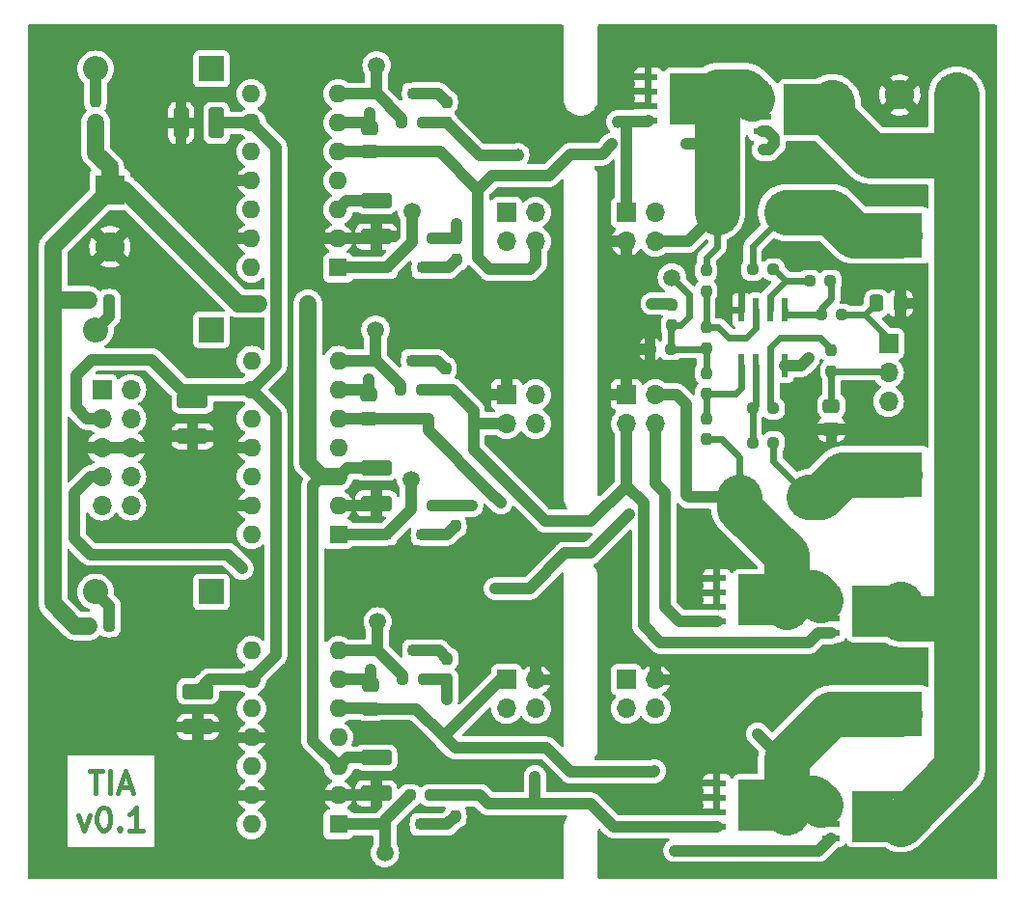
<source format=gtl>
%TF.GenerationSoftware,KiCad,Pcbnew,6.0.10-86aedd382b~118~ubuntu20.04.1*%
%TF.CreationDate,2023-01-20T20:18:30+03:00*%
%TF.ProjectId,PMSM_driver,504d534d-5f64-4726-9976-65722e6b6963,v0.1*%
%TF.SameCoordinates,Original*%
%TF.FileFunction,Copper,L1,Top*%
%TF.FilePolarity,Positive*%
%FSLAX46Y46*%
G04 Gerber Fmt 4.6, Leading zero omitted, Abs format (unit mm)*
G04 Created by KiCad (PCBNEW 6.0.10-86aedd382b~118~ubuntu20.04.1) date 2023-01-20 20:18:30*
%MOMM*%
%LPD*%
G01*
G04 APERTURE LIST*
G04 Aperture macros list*
%AMRoundRect*
0 Rectangle with rounded corners*
0 $1 Rounding radius*
0 $2 $3 $4 $5 $6 $7 $8 $9 X,Y pos of 4 corners*
0 Add a 4 corners polygon primitive as box body*
4,1,4,$2,$3,$4,$5,$6,$7,$8,$9,$2,$3,0*
0 Add four circle primitives for the rounded corners*
1,1,$1+$1,$2,$3*
1,1,$1+$1,$4,$5*
1,1,$1+$1,$6,$7*
1,1,$1+$1,$8,$9*
0 Add four rect primitives between the rounded corners*
20,1,$1+$1,$2,$3,$4,$5,0*
20,1,$1+$1,$4,$5,$6,$7,0*
20,1,$1+$1,$6,$7,$8,$9,0*
20,1,$1+$1,$8,$9,$2,$3,0*%
%AMFreePoly0*
4,1,17,0.674854,0.300354,0.675000,0.300000,0.675000,-0.300000,0.674854,-0.300354,0.674500,-0.300500,-0.675000,-0.300500,-0.675000,-4.110000,-0.675146,-4.110354,-0.675500,-4.110500,-4.220500,-4.110500,-4.220854,-4.110354,-4.221000,-4.110000,-4.221000,0.300000,-4.220854,0.300354,-4.220500,0.300500,0.674500,0.300500,0.674854,0.300354,0.674854,0.300354,$1*%
G04 Aperture macros list end*
%ADD10C,0.400000*%
%TA.AperFunction,NonConductor*%
%ADD11C,0.400000*%
%TD*%
%TA.AperFunction,SMDPad,CuDef*%
%ADD12R,1.500000X0.600000*%
%TD*%
%TA.AperFunction,SMDPad,CuDef*%
%ADD13R,1.350000X0.600000*%
%TD*%
%TA.AperFunction,SMDPad,CuDef*%
%ADD14FreePoly0,0.000000*%
%TD*%
%TA.AperFunction,SMDPad,CuDef*%
%ADD15RoundRect,0.250000X-0.475000X0.337500X-0.475000X-0.337500X0.475000X-0.337500X0.475000X0.337500X0*%
%TD*%
%TA.AperFunction,SMDPad,CuDef*%
%ADD16C,1.500000*%
%TD*%
%TA.AperFunction,SMDPad,CuDef*%
%ADD17RoundRect,0.237500X0.237500X-0.250000X0.237500X0.250000X-0.237500X0.250000X-0.237500X-0.250000X0*%
%TD*%
%TA.AperFunction,SMDPad,CuDef*%
%ADD18RoundRect,0.237500X-0.250000X-0.237500X0.250000X-0.237500X0.250000X0.237500X-0.250000X0.237500X0*%
%TD*%
%TA.AperFunction,SMDPad,CuDef*%
%ADD19R,4.000000X4.000000*%
%TD*%
%TA.AperFunction,SMDPad,CuDef*%
%ADD20RoundRect,0.237500X-0.237500X0.250000X-0.237500X-0.250000X0.237500X-0.250000X0.237500X0.250000X0*%
%TD*%
%TA.AperFunction,ComponentPad*%
%ADD21R,2.200000X2.200000*%
%TD*%
%TA.AperFunction,ComponentPad*%
%ADD22O,2.200000X2.200000*%
%TD*%
%TA.AperFunction,SMDPad,CuDef*%
%ADD23RoundRect,0.250000X1.100000X-0.412500X1.100000X0.412500X-1.100000X0.412500X-1.100000X-0.412500X0*%
%TD*%
%TA.AperFunction,ComponentPad*%
%ADD24R,1.700000X1.700000*%
%TD*%
%TA.AperFunction,ComponentPad*%
%ADD25O,1.700000X1.700000*%
%TD*%
%TA.AperFunction,SMDPad,CuDef*%
%ADD26R,0.900000X0.950000*%
%TD*%
%TA.AperFunction,ComponentPad*%
%ADD27R,2.600000X2.600000*%
%TD*%
%TA.AperFunction,ComponentPad*%
%ADD28C,2.600000*%
%TD*%
%TA.AperFunction,SMDPad,CuDef*%
%ADD29R,0.600000X2.000000*%
%TD*%
%TA.AperFunction,SMDPad,CuDef*%
%ADD30RoundRect,0.250000X0.337500X0.475000X-0.337500X0.475000X-0.337500X-0.475000X0.337500X-0.475000X0*%
%TD*%
%TA.AperFunction,ComponentPad*%
%ADD31R,1.600000X1.600000*%
%TD*%
%TA.AperFunction,ComponentPad*%
%ADD32O,1.600000X1.600000*%
%TD*%
%TA.AperFunction,SMDPad,CuDef*%
%ADD33RoundRect,0.250000X0.475000X-0.337500X0.475000X0.337500X-0.475000X0.337500X-0.475000X-0.337500X0*%
%TD*%
%TA.AperFunction,SMDPad,CuDef*%
%ADD34RoundRect,0.237500X0.250000X0.237500X-0.250000X0.237500X-0.250000X-0.237500X0.250000X-0.237500X0*%
%TD*%
%TA.AperFunction,SMDPad,CuDef*%
%ADD35RoundRect,0.249999X0.450001X1.425001X-0.450001X1.425001X-0.450001X-1.425001X0.450001X-1.425001X0*%
%TD*%
%TA.AperFunction,SMDPad,CuDef*%
%ADD36RoundRect,0.250000X-0.412500X-1.100000X0.412500X-1.100000X0.412500X1.100000X-0.412500X1.100000X0*%
%TD*%
%TA.AperFunction,ViaPad*%
%ADD37C,1.000000*%
%TD*%
%TA.AperFunction,ViaPad*%
%ADD38C,1.500000*%
%TD*%
%TA.AperFunction,Conductor*%
%ADD39C,1.000000*%
%TD*%
%TA.AperFunction,Conductor*%
%ADD40C,1.500000*%
%TD*%
%TA.AperFunction,Conductor*%
%ADD41C,0.600000*%
%TD*%
%TA.AperFunction,Conductor*%
%ADD42C,4.000000*%
%TD*%
G04 APERTURE END LIST*
D10*
D11*
X103895238Y-116994761D02*
X105038095Y-116994761D01*
X104466666Y-118994761D02*
X104466666Y-116994761D01*
X105704761Y-118994761D02*
X105704761Y-116994761D01*
X106561904Y-118423333D02*
X107514285Y-118423333D01*
X106371428Y-118994761D02*
X107038095Y-116994761D01*
X107704761Y-118994761D01*
X102942857Y-120881428D02*
X103419047Y-122214761D01*
X103895238Y-120881428D01*
X105038095Y-120214761D02*
X105228571Y-120214761D01*
X105419047Y-120310000D01*
X105514285Y-120405238D01*
X105609523Y-120595714D01*
X105704761Y-120976666D01*
X105704761Y-121452857D01*
X105609523Y-121833809D01*
X105514285Y-122024285D01*
X105419047Y-122119523D01*
X105228571Y-122214761D01*
X105038095Y-122214761D01*
X104847619Y-122119523D01*
X104752380Y-122024285D01*
X104657142Y-121833809D01*
X104561904Y-121452857D01*
X104561904Y-120976666D01*
X104657142Y-120595714D01*
X104752380Y-120405238D01*
X104847619Y-120310000D01*
X105038095Y-120214761D01*
X106561904Y-122024285D02*
X106657142Y-122119523D01*
X106561904Y-122214761D01*
X106466666Y-122119523D01*
X106561904Y-122024285D01*
X106561904Y-122214761D01*
X108561904Y-122214761D02*
X107419047Y-122214761D01*
X107990476Y-122214761D02*
X107990476Y-120214761D01*
X107800000Y-120500476D01*
X107609523Y-120690952D01*
X107419047Y-120786190D01*
D12*
%TO.P,Q5,1,S*%
%TO.N,PHASE_3*%
X168942500Y-119095000D03*
%TO.P,Q5,2,S*%
X168942500Y-120365000D03*
%TO.P,Q5,3,S*%
X168942500Y-121635000D03*
%TO.P,Q5,4,G*%
%TO.N,/Q5_G*%
X168942500Y-122905000D03*
D13*
%TO.P,Q5,5,D*%
%TO.N,+VDC*%
X175057500Y-122905000D03*
%TO.P,Q5,6,D*%
X175057500Y-121635000D03*
%TO.P,Q5,7,D*%
X175057500Y-120365000D03*
D14*
%TO.P,Q5,8,D*%
X175057500Y-119095000D03*
%TD*%
D15*
%TO.P,C8,1*%
%TO.N,Net-(C8-Pad1)*%
X128530000Y-109474500D03*
%TO.P,C8,2*%
%TO.N,PHASE_3*%
X128530000Y-111549500D03*
%TD*%
D16*
%TO.P,TP7,1,1*%
%TO.N,Net-(D9-PadK)*%
X129830000Y-124200000D03*
%TD*%
D17*
%TO.P,R15,1*%
%TO.N,Net-(D7-PadA)*%
X136008900Y-95525000D03*
%TO.P,R15,2*%
%TO.N,/Q4_G*%
X136008900Y-93700000D03*
%TD*%
D18*
%TO.P,R9,1*%
%TO.N,Net-(D7-PadK)*%
X132124600Y-93700000D03*
%TO.P,R9,2*%
%TO.N,/Q4_G*%
X133949600Y-93700000D03*
%TD*%
D19*
%TO.P,J3,1,Pin_1*%
%TO.N,PHASE_1*%
X175000000Y-70000000D03*
%TD*%
D20*
%TO.P,R12,1*%
%TO.N,Net-(D4-PadA)*%
X135245000Y-58315000D03*
%TO.P,R12,2*%
%TO.N,/Q1_G*%
X135245000Y-60140000D03*
%TD*%
%TO.P,R16,1*%
%TO.N,Net-(D8-PadA)*%
X135275000Y-107168100D03*
%TO.P,R16,2*%
%TO.N,/Q5_G*%
X135275000Y-108993100D03*
%TD*%
D21*
%TO.P,D2,1,K*%
%TO.N,Net-(C6-Pad1)*%
X114600000Y-78300000D03*
D22*
%TO.P,D2,2,A*%
%TO.N,Net-(D2-Pad2)*%
X104440000Y-78300000D03*
%TD*%
D19*
%TO.P,J5,1,Pin_1*%
%TO.N,PHASE_3*%
X175000000Y-112000000D03*
%TD*%
D23*
%TO.P,C2,1*%
%TO.N,GND*%
X112950000Y-87652500D03*
%TO.P,C2,2*%
%TO.N,VDD*%
X112950000Y-84527500D03*
%TD*%
D18*
%TO.P,R28,1*%
%TO.N,Net-(R24-Pad2)*%
X168087500Y-77000000D03*
%TO.P,R28,2*%
%TO.N,/CUR_OUT_1*%
X169912500Y-77000000D03*
%TD*%
D24*
%TO.P,J1,1*%
%TO.N,/CUR_OUT_1*%
X174000000Y-79500000D03*
D25*
%TO.P,J1,2*%
%TO.N,/CUR_OUT_2*%
X174000000Y-82040000D03*
%TO.P,J1,3*%
%TO.N,+3.3V*%
X174000000Y-84580000D03*
%TD*%
D20*
%TO.P,R14,1*%
%TO.N,Net-(D6-PadA)*%
X135140000Y-81727500D03*
%TO.P,R14,2*%
%TO.N,/Q3_G*%
X135140000Y-83552500D03*
%TD*%
D26*
%TO.P,D9,A*%
%TO.N,Net-(D9-PadA)*%
X132991100Y-121695000D03*
%TO.P,D9,K*%
%TO.N,Net-(D9-PadK)*%
X129841100Y-121695000D03*
%TD*%
D24*
%TO.P,J10,1,Pin_1*%
%TO.N,GND*%
X151000000Y-84000000D03*
D25*
%TO.P,J10,2,Pin_2*%
%TO.N,/Q3_Q4*%
X153540000Y-84000000D03*
%TO.P,J10,3,Pin_3*%
%TO.N,/Q3_G*%
X151000000Y-86540000D03*
%TO.P,J10,4,Pin_4*%
%TO.N,/Q4_G*%
X153540000Y-86540000D03*
%TD*%
D18*
%TO.P,R4,1*%
%TO.N,VCC*%
X103807500Y-75700000D03*
%TO.P,R4,2*%
%TO.N,Net-(D2-Pad2)*%
X105632500Y-75700000D03*
%TD*%
D26*
%TO.P,D8,A*%
%TO.N,Net-(D8-PadA)*%
X132329000Y-106455000D03*
%TO.P,D8,K*%
%TO.N,Net-(D8-PadK)*%
X129179000Y-106455000D03*
%TD*%
D27*
%TO.P,J2,1,Pin_1*%
%TO.N,+VDC*%
X180000000Y-57695000D03*
D28*
%TO.P,J2,2,Pin_2*%
%TO.N,GND*%
X175000000Y-57695000D03*
%TD*%
D29*
%TO.P,U4,1*%
%TO.N,Net-(R24-Pad2)*%
X164905000Y-76550000D03*
%TO.P,U4,2*%
%TO.N,Net-(R22-Pad2)*%
X163635000Y-76550000D03*
%TO.P,U4,3*%
%TO.N,Net-(R20-Pad2)*%
X162365000Y-76550000D03*
%TO.P,U4,4,VCC-*%
%TO.N,GND*%
X161095000Y-76550000D03*
%TO.P,U4,5*%
%TO.N,Net-(R21-Pad2)*%
X161095000Y-81450000D03*
%TO.P,U4,6*%
%TO.N,Net-(R23-Pad2)*%
X162365000Y-81450000D03*
%TO.P,U4,7*%
%TO.N,Net-(R25-Pad2)*%
X163635000Y-81450000D03*
%TO.P,U4,8,VCC+*%
%TO.N,+VDC*%
X164905000Y-81450000D03*
%TD*%
D12*
%TO.P,Q3,1,S*%
%TO.N,/Q3_Q4*%
X168942500Y-101095000D03*
%TO.P,Q3,2,S*%
X168942500Y-102365000D03*
%TO.P,Q3,3,S*%
X168942500Y-103635000D03*
%TO.P,Q3,4,G*%
%TO.N,/Q3_G*%
X168942500Y-104905000D03*
D13*
%TO.P,Q3,5,D*%
%TO.N,+VDC*%
X175057500Y-104905000D03*
%TO.P,Q3,6,D*%
X175057500Y-103635000D03*
%TO.P,Q3,7,D*%
X175057500Y-102365000D03*
D14*
%TO.P,Q3,8,D*%
X175057500Y-101095000D03*
%TD*%
D18*
%TO.P,R10,1*%
%TO.N,Net-(D8-PadK)*%
X131365300Y-108995000D03*
%TO.P,R10,2*%
%TO.N,/Q5_G*%
X133190300Y-108995000D03*
%TD*%
D26*
%TO.P,D6,A*%
%TO.N,Net-(D6-PadA)*%
X132197400Y-81000000D03*
%TO.P,D6,K*%
%TO.N,Net-(D6-PadK)*%
X129047400Y-81000000D03*
%TD*%
D17*
%TO.P,R13,1*%
%TO.N,Net-(D5-PadA)*%
X136110500Y-72126900D03*
%TO.P,R13,2*%
%TO.N,/Q2_G*%
X136110500Y-70301900D03*
%TD*%
D23*
%TO.P,C5,1*%
%TO.N,GND*%
X129047400Y-70122200D03*
%TO.P,C5,2*%
%TO.N,VCC*%
X129047400Y-66997200D03*
%TD*%
D26*
%TO.P,D7,A*%
%TO.N,Net-(D7-PadA)*%
X133088300Y-96240000D03*
%TO.P,D7,K*%
%TO.N,Net-(D7-PadK)*%
X129938300Y-96240000D03*
%TD*%
D16*
%TO.P,TP4,1,1*%
%TO.N,Net-(D6-PadK)*%
X129000000Y-78300000D03*
%TD*%
D23*
%TO.P,C3,1*%
%TO.N,GND*%
X113405000Y-113147500D03*
%TO.P,C3,2*%
%TO.N,VDD*%
X113405000Y-110022500D03*
%TD*%
D17*
%TO.P,R26,1*%
%TO.N,1V65*%
X158000000Y-79912500D03*
%TO.P,R26,2*%
%TO.N,Net-(R20-Pad2)*%
X158000000Y-78087500D03*
%TD*%
D18*
%TO.P,R24,1*%
%TO.N,Net-(R22-Pad2)*%
X167087500Y-74000000D03*
%TO.P,R24,2*%
%TO.N,Net-(R24-Pad2)*%
X168912500Y-74000000D03*
%TD*%
D21*
%TO.P,D1,1,K*%
%TO.N,Net-(C4-Pad1)*%
X114600000Y-55400000D03*
D22*
%TO.P,D1,2,A*%
%TO.N,Net-(D1-Pad2)*%
X104440000Y-55400000D03*
%TD*%
D18*
%TO.P,R25,1*%
%TO.N,Net-(R23-Pad2)*%
X162087500Y-85200000D03*
%TO.P,R25,2*%
%TO.N,Net-(R25-Pad2)*%
X163912500Y-85200000D03*
%TD*%
D27*
%TO.P,J6,1,Pin_1*%
%TO.N,VCC*%
X105695000Y-66000000D03*
D28*
%TO.P,J6,2,Pin_2*%
%TO.N,GND*%
X105695000Y-71000000D03*
%TD*%
D30*
%TO.P,C10,1*%
%TO.N,GND*%
X175037500Y-75980000D03*
%TO.P,C10,2*%
%TO.N,/CUR_OUT_1*%
X172962500Y-75980000D03*
%TD*%
D17*
%TO.P,R3,1*%
%TO.N,VCC*%
X104440000Y-60075000D03*
%TO.P,R3,2*%
%TO.N,Net-(D1-Pad2)*%
X104440000Y-58250000D03*
%TD*%
%TO.P,R1,1*%
%TO.N,1V65*%
X155000000Y-77912500D03*
%TO.P,R1,2*%
%TO.N,+3.3V*%
X155000000Y-76087500D03*
%TD*%
D12*
%TO.P,Q6,1,S*%
%TO.N,GND*%
X158942500Y-118095000D03*
%TO.P,Q6,2,S*%
X158942500Y-119365000D03*
%TO.P,Q6,3,S*%
X158942500Y-120635000D03*
%TO.P,Q6,4,G*%
%TO.N,/Q6_G*%
X158942500Y-121905000D03*
D13*
%TO.P,Q6,5,D*%
%TO.N,PHASE_3*%
X165057500Y-121905000D03*
%TO.P,Q6,6,D*%
X165057500Y-120635000D03*
%TO.P,Q6,7,D*%
X165057500Y-119365000D03*
D14*
%TO.P,Q6,8,D*%
X165057500Y-118095000D03*
%TD*%
D26*
%TO.P,D5,A*%
%TO.N,Net-(D5-PadA)*%
X133137000Y-72835000D03*
%TO.P,D5,K*%
%TO.N,Net-(D5-PadK)*%
X129987000Y-72835000D03*
%TD*%
D31*
%TO.P,U1,1,LO*%
%TO.N,Net-(D5-PadK)*%
X125720000Y-72840000D03*
D32*
%TO.P,U1,2,COM*%
%TO.N,GND*%
X125720000Y-70300000D03*
%TO.P,U1,3,VCC*%
%TO.N,VCC*%
X125720000Y-67760000D03*
%TO.P,U1,4,NC*%
%TO.N,unconnected-(U1-Pad4)*%
X125720000Y-65220000D03*
%TO.P,U1,5,VS*%
%TO.N,/Q1_Q2*%
X125720000Y-62680000D03*
%TO.P,U1,6,VB*%
%TO.N,Net-(C4-Pad1)*%
X125720000Y-60140000D03*
%TO.P,U1,7,HO*%
%TO.N,Net-(D4-PadK)*%
X125720000Y-57600000D03*
%TO.P,U1,8,NC*%
%TO.N,unconnected-(U1-Pad8)*%
X118100000Y-57600000D03*
%TO.P,U1,9,VDD*%
%TO.N,VDD*%
X118100000Y-60140000D03*
%TO.P,U1,10,HIN*%
%TO.N,/H1*%
X118100000Y-62680000D03*
%TO.P,U1,11,SD*%
%TO.N,GND*%
X118100000Y-65220000D03*
%TO.P,U1,12,LIN*%
%TO.N,/L1*%
X118100000Y-67760000D03*
%TO.P,U1,13,VSS*%
%TO.N,GND*%
X118100000Y-70300000D03*
%TO.P,U1,14,NC*%
%TO.N,unconnected-(U1-Pad14)*%
X118100000Y-72840000D03*
%TD*%
D12*
%TO.P,Q1,1,S*%
%TO.N,/Q1_Q2*%
X162942500Y-57095000D03*
%TO.P,Q1,2,S*%
X162942500Y-58365000D03*
%TO.P,Q1,3,S*%
X162942500Y-59635000D03*
%TO.P,Q1,4,G*%
%TO.N,/Q1_G*%
X162942500Y-60905000D03*
D13*
%TO.P,Q1,5,D*%
%TO.N,+VDC*%
X169057500Y-60905000D03*
%TO.P,Q1,6,D*%
X169057500Y-59635000D03*
%TO.P,Q1,7,D*%
X169057500Y-58365000D03*
D14*
%TO.P,Q1,8,D*%
X169057500Y-57095000D03*
%TD*%
D18*
%TO.P,R7,1*%
%TO.N,Net-(D5-PadK)*%
X132173500Y-70300000D03*
%TO.P,R7,2*%
%TO.N,/Q2_G*%
X133998500Y-70300000D03*
%TD*%
D20*
%TO.P,R27,1*%
%TO.N,1V65*%
X158000000Y-82087500D03*
%TO.P,R27,2*%
%TO.N,Net-(R21-Pad2)*%
X158000000Y-83912500D03*
%TD*%
D17*
%TO.P,R21,1*%
%TO.N,/Q3_Q4*%
X158000000Y-87912500D03*
%TO.P,R21,2*%
%TO.N,Net-(R21-Pad2)*%
X158000000Y-86087500D03*
%TD*%
D15*
%TO.P,C6,1*%
%TO.N,Net-(C6-Pad1)*%
X128412400Y-84005000D03*
%TO.P,C6,2*%
%TO.N,/Q3_Q4*%
X128412400Y-86080000D03*
%TD*%
D23*
%TO.P,C9,1*%
%TO.N,GND*%
X129052000Y-118977200D03*
%TO.P,C9,2*%
%TO.N,VCC*%
X129052000Y-115852200D03*
%TD*%
D17*
%TO.P,R17,1*%
%TO.N,Net-(D9-PadA)*%
X136013500Y-120980000D03*
%TO.P,R17,2*%
%TO.N,/Q6_G*%
X136013500Y-119155000D03*
%TD*%
D33*
%TO.P,C11,1*%
%TO.N,GND*%
X169000000Y-87037500D03*
%TO.P,C11,2*%
%TO.N,/CUR_OUT_2*%
X169000000Y-84962500D03*
%TD*%
D15*
%TO.P,C4,1*%
%TO.N,Net-(C4-Pad1)*%
X128500000Y-60600000D03*
%TO.P,C4,2*%
%TO.N,/Q1_Q2*%
X128500000Y-62675000D03*
%TD*%
D16*
%TO.P,TP1,1,1*%
%TO.N,1V65*%
X155000000Y-73700000D03*
%TD*%
D34*
%TO.P,R23,1*%
%TO.N,PHASE_2*%
X163912500Y-88200000D03*
%TO.P,R23,2*%
%TO.N,Net-(R23-Pad2)*%
X162087500Y-88200000D03*
%TD*%
D24*
%TO.P,J12,1,Pin_1*%
%TO.N,PHASE_3*%
X140500000Y-109000000D03*
D25*
%TO.P,J12,2,Pin_2*%
%TO.N,GND*%
X143040000Y-109000000D03*
%TO.P,J12,3,Pin_3*%
%TO.N,/Q5_G*%
X140500000Y-111540000D03*
%TO.P,J12,4,Pin_4*%
%TO.N,/Q6_G*%
X143040000Y-111540000D03*
%TD*%
D16*
%TO.P,TP6,1,1*%
%TO.N,Net-(D8-PadK)*%
X129200000Y-103900000D03*
%TD*%
D18*
%TO.P,R5,1*%
%TO.N,VCC*%
X103820000Y-104300000D03*
%TO.P,R5,2*%
%TO.N,Net-(D3-Pad2)*%
X105645000Y-104300000D03*
%TD*%
D24*
%TO.P,J8,1,Pin_1*%
%TO.N,/Q2_G*%
X140500000Y-68000000D03*
D25*
%TO.P,J8,2,Pin_2*%
%TO.N,/Q1_G*%
X143040000Y-68000000D03*
%TO.P,J8,3,Pin_3*%
%TO.N,GND*%
X140500000Y-70540000D03*
%TO.P,J8,4,Pin_4*%
%TO.N,/Q1_Q2*%
X143040000Y-70540000D03*
%TD*%
D20*
%TO.P,R29,1*%
%TO.N,Net-(R25-Pad2)*%
X169000000Y-80087500D03*
%TO.P,R29,2*%
%TO.N,/CUR_OUT_2*%
X169000000Y-81912500D03*
%TD*%
D24*
%TO.P,J11,1,Pin_1*%
%TO.N,GND*%
X140500000Y-84000000D03*
D25*
%TO.P,J11,2,Pin_2*%
%TO.N,/Q3_Q4*%
X143040000Y-84000000D03*
%TO.P,J11,3,Pin_3*%
%TO.N,/Q3_G*%
X140500000Y-86540000D03*
%TO.P,J11,4,Pin_4*%
%TO.N,/Q4_G*%
X143040000Y-86540000D03*
%TD*%
D18*
%TO.P,R22,1*%
%TO.N,PHASE_1*%
X162087500Y-73000000D03*
%TO.P,R22,2*%
%TO.N,Net-(R22-Pad2)*%
X163912500Y-73000000D03*
%TD*%
D31*
%TO.P,U3,1,LO*%
%TO.N,Net-(D9-PadK)*%
X125750000Y-121700000D03*
D32*
%TO.P,U3,2,COM*%
%TO.N,GND*%
X125750000Y-119160000D03*
%TO.P,U3,3,VCC*%
%TO.N,VCC*%
X125750000Y-116620000D03*
%TO.P,U3,4,NC*%
%TO.N,unconnected-(U3-Pad4)*%
X125750000Y-114080000D03*
%TO.P,U3,5,VS*%
%TO.N,PHASE_3*%
X125750000Y-111540000D03*
%TO.P,U3,6,VB*%
%TO.N,Net-(C8-Pad1)*%
X125750000Y-109000000D03*
%TO.P,U3,7,HO*%
%TO.N,Net-(D8-PadK)*%
X125750000Y-106460000D03*
%TO.P,U3,8,NC*%
%TO.N,unconnected-(U3-Pad8)*%
X118130000Y-106460000D03*
%TO.P,U3,9,VDD*%
%TO.N,VDD*%
X118130000Y-109000000D03*
%TO.P,U3,10,HIN*%
%TO.N,/H3*%
X118130000Y-111540000D03*
%TO.P,U3,11,SD*%
%TO.N,GND*%
X118130000Y-114080000D03*
%TO.P,U3,12,LIN*%
%TO.N,/L3*%
X118130000Y-116620000D03*
%TO.P,U3,13,VSS*%
%TO.N,GND*%
X118130000Y-119160000D03*
%TO.P,U3,14,NC*%
%TO.N,unconnected-(U3-Pad14)*%
X118130000Y-121700000D03*
%TD*%
D24*
%TO.P,J13,1,Pin_1*%
%TO.N,PHASE_3*%
X151000000Y-109000000D03*
D25*
%TO.P,J13,2,Pin_2*%
%TO.N,GND*%
X153540000Y-109000000D03*
%TO.P,J13,3,Pin_3*%
%TO.N,/Q5_G*%
X151000000Y-111540000D03*
%TO.P,J13,4,Pin_4*%
%TO.N,/Q6_G*%
X153540000Y-111540000D03*
%TD*%
D12*
%TO.P,Q4,1,S*%
%TO.N,GND*%
X158942500Y-100095000D03*
%TO.P,Q4,2,S*%
X158942500Y-101365000D03*
%TO.P,Q4,3,S*%
X158942500Y-102635000D03*
%TO.P,Q4,4,G*%
%TO.N,/Q4_G*%
X158942500Y-103905000D03*
D13*
%TO.P,Q4,5,D*%
%TO.N,/Q3_Q4*%
X165057500Y-103905000D03*
%TO.P,Q4,6,D*%
X165057500Y-102635000D03*
%TO.P,Q4,7,D*%
X165057500Y-101365000D03*
D14*
%TO.P,Q4,8,D*%
X165057500Y-100095000D03*
%TD*%
D18*
%TO.P,R2,1*%
%TO.N,GND*%
X153087500Y-80000000D03*
%TO.P,R2,2*%
%TO.N,1V65*%
X154912500Y-80000000D03*
%TD*%
D12*
%TO.P,Q2,1,S*%
%TO.N,GND*%
X152942500Y-56095000D03*
%TO.P,Q2,2,S*%
X152942500Y-57365000D03*
%TO.P,Q2,3,S*%
X152942500Y-58635000D03*
%TO.P,Q2,4,G*%
%TO.N,/Q2_G*%
X152942500Y-59905000D03*
D13*
%TO.P,Q2,5,D*%
%TO.N,/Q1_Q2*%
X159057500Y-59905000D03*
%TO.P,Q2,6,D*%
X159057500Y-58635000D03*
%TO.P,Q2,7,D*%
X159057500Y-57365000D03*
D14*
%TO.P,Q2,8,D*%
X159057500Y-56095000D03*
%TD*%
D18*
%TO.P,R6,1*%
%TO.N,Net-(D4-PadK)*%
X131284500Y-60140000D03*
%TO.P,R6,2*%
%TO.N,/Q1_G*%
X133109500Y-60140000D03*
%TD*%
D16*
%TO.P,TP5,1,1*%
%TO.N,Net-(D7-PadK)*%
X132100000Y-91400000D03*
%TD*%
D35*
%TO.P,R19,1*%
%TO.N,PHASE_2*%
X167050000Y-93000000D03*
%TO.P,R19,2*%
%TO.N,/Q3_Q4*%
X160950000Y-93000000D03*
%TD*%
D24*
%TO.P,J7,1*%
%TO.N,/H1*%
X105000000Y-83540000D03*
D25*
%TO.P,J7,2*%
%TO.N,/L1*%
X107540000Y-83540000D03*
%TO.P,J7,3*%
%TO.N,VDD*%
X105000000Y-86080000D03*
%TO.P,J7,4*%
%TO.N,/H2*%
X107540000Y-86080000D03*
%TO.P,J7,5*%
%TO.N,GND*%
X105000000Y-88620000D03*
%TO.P,J7,6*%
X107540000Y-88620000D03*
%TO.P,J7,7*%
%TO.N,+3.3V*%
X105000000Y-91160000D03*
%TO.P,J7,8*%
%TO.N,/L2*%
X107540000Y-91160000D03*
%TO.P,J7,9*%
%TO.N,/L3*%
X105000000Y-93700000D03*
%TO.P,J7,10*%
%TO.N,/H3*%
X107540000Y-93700000D03*
%TD*%
D31*
%TO.P,U2,1,LO*%
%TO.N,Net-(D7-PadK)*%
X125745400Y-96240000D03*
D32*
%TO.P,U2,2,COM*%
%TO.N,GND*%
X125745400Y-93700000D03*
%TO.P,U2,3,VCC*%
%TO.N,VCC*%
X125745400Y-91160000D03*
%TO.P,U2,4,NC*%
%TO.N,unconnected-(U2-Pad4)*%
X125745400Y-88620000D03*
%TO.P,U2,5,VS*%
%TO.N,/Q3_Q4*%
X125745400Y-86080000D03*
%TO.P,U2,6,VB*%
%TO.N,Net-(C6-Pad1)*%
X125745400Y-83540000D03*
%TO.P,U2,7,HO*%
%TO.N,Net-(D6-PadK)*%
X125745400Y-81000000D03*
%TO.P,U2,8,NC*%
%TO.N,unconnected-(U2-Pad8)*%
X118125400Y-81000000D03*
%TO.P,U2,9,VDD*%
%TO.N,VDD*%
X118125400Y-83540000D03*
%TO.P,U2,10,HIN*%
%TO.N,/H2*%
X118125400Y-86080000D03*
%TO.P,U2,11,SD*%
%TO.N,GND*%
X118125400Y-88620000D03*
%TO.P,U2,12,LIN*%
%TO.N,/L2*%
X118125400Y-91160000D03*
%TO.P,U2,13,VSS*%
%TO.N,GND*%
X118125400Y-93700000D03*
%TO.P,U2,14,NC*%
%TO.N,unconnected-(U2-Pad14)*%
X118125400Y-96240000D03*
%TD*%
D16*
%TO.P,TP2,1,1*%
%TO.N,Net-(D4-PadK)*%
X129100000Y-55100000D03*
%TD*%
%TO.P,TP3,1,1*%
%TO.N,Net-(D5-PadK)*%
X132200000Y-67900000D03*
%TD*%
D26*
%TO.P,D4,A*%
%TO.N,Net-(D4-PadA)*%
X132299000Y-57595000D03*
%TO.P,D4,K*%
%TO.N,Net-(D4-PadK)*%
X129149000Y-57595000D03*
%TD*%
D20*
%TO.P,R20,1*%
%TO.N,/Q1_Q2*%
X158000000Y-73087500D03*
%TO.P,R20,2*%
%TO.N,Net-(R20-Pad2)*%
X158000000Y-74912500D03*
%TD*%
D35*
%TO.P,R18,1*%
%TO.N,PHASE_1*%
X165050000Y-68000000D03*
%TO.P,R18,2*%
%TO.N,/Q1_Q2*%
X158950000Y-68000000D03*
%TD*%
D18*
%TO.P,R11,1*%
%TO.N,Net-(D9-PadK)*%
X132033000Y-119155000D03*
%TO.P,R11,2*%
%TO.N,/Q6_G*%
X133858000Y-119155000D03*
%TD*%
D36*
%TO.P,C1,1*%
%TO.N,GND*%
X111937500Y-60150000D03*
%TO.P,C1,2*%
%TO.N,VDD*%
X115062500Y-60150000D03*
%TD*%
D21*
%TO.P,D3,1,K*%
%TO.N,Net-(C8-Pad1)*%
X114600000Y-101300000D03*
D22*
%TO.P,D3,2,A*%
%TO.N,Net-(D3-Pad2)*%
X104440000Y-101300000D03*
%TD*%
D23*
%TO.P,C7,1*%
%TO.N,GND*%
X129047400Y-93522200D03*
%TO.P,C7,2*%
%TO.N,VCC*%
X129047400Y-90397200D03*
%TD*%
D19*
%TO.P,J4,1,Pin_1*%
%TO.N,PHASE_2*%
X175000000Y-91000000D03*
%TD*%
D24*
%TO.P,J9,1,Pin_1*%
%TO.N,/Q2_G*%
X151000000Y-68000000D03*
D25*
%TO.P,J9,2,Pin_2*%
%TO.N,/Q1_G*%
X153540000Y-68000000D03*
%TO.P,J9,3,Pin_3*%
%TO.N,GND*%
X151000000Y-70540000D03*
%TO.P,J9,4,Pin_4*%
%TO.N,/Q1_Q2*%
X153540000Y-70540000D03*
%TD*%
D18*
%TO.P,R8,1*%
%TO.N,Net-(D6-PadK)*%
X131206400Y-83540000D03*
%TO.P,R8,2*%
%TO.N,/Q3_G*%
X133031400Y-83540000D03*
%TD*%
D37*
%TO.N,GND*%
X151000000Y-105600000D03*
X161100000Y-74400000D03*
X156700000Y-116850000D03*
X156700000Y-100200000D03*
X150700000Y-57550000D03*
X125750000Y-75750000D03*
X158950000Y-115875000D03*
X150700000Y-56200000D03*
X120850000Y-83550000D03*
X159000000Y-97900000D03*
X175550000Y-107700000D03*
X131425000Y-117275000D03*
X150000000Y-124000000D03*
X160350000Y-97900000D03*
X156700000Y-101550000D03*
X156700000Y-98850000D03*
X110300000Y-87650000D03*
X138100000Y-121800000D03*
X111950000Y-62750000D03*
X113400000Y-115200000D03*
X121925000Y-119150000D03*
X157650000Y-115875000D03*
X164200000Y-71300000D03*
X156425000Y-72250000D03*
X121875000Y-91925000D03*
X123400000Y-65200000D03*
X150700000Y-54850000D03*
X156700000Y-118200000D03*
X143000000Y-80250000D03*
X159650000Y-76550000D03*
X153050000Y-53900000D03*
X156700000Y-119550000D03*
X165800000Y-71700000D03*
X137000000Y-74750000D03*
X166500000Y-87050000D03*
X120400000Y-114075000D03*
X157650000Y-97900000D03*
X137100000Y-59025000D03*
X143500000Y-91000000D03*
X176800000Y-75950000D03*
X151650000Y-53900000D03*
%TO.N,Net-(C4-Pad1)*%
X128500000Y-59250000D03*
%TO.N,/Q1_Q2*%
X156250000Y-62000000D03*
X149750000Y-62000000D03*
D38*
%TO.N,VCC*%
X123075000Y-76000000D03*
X118750000Y-76000000D03*
D37*
%TO.N,Net-(C6-Pad1)*%
X128400000Y-82650000D03*
%TO.N,/Q3_Q4*%
X133630000Y-86080000D03*
X156500000Y-93000000D03*
X140000000Y-93500000D03*
%TO.N,Net-(C8-Pad1)*%
X128550000Y-108100000D03*
%TO.N,PHASE_3*%
X162500000Y-113750000D03*
X153500000Y-117000000D03*
%TO.N,+3.3V*%
X117300000Y-99250000D03*
X151250000Y-94500000D03*
X153250000Y-76000000D03*
X139500000Y-101000000D03*
%TO.N,+VDC*%
X167000000Y-80750000D03*
%TO.N,/Q2_G*%
X150250000Y-60100000D03*
X136110000Y-69040000D03*
%TO.N,/Q1_G*%
X163000000Y-62500000D03*
X141500000Y-62900000D03*
%TO.N,/Q4_G*%
X137450000Y-93750000D03*
X157000000Y-103900000D03*
%TO.N,/Q6_G*%
X154175000Y-121905000D03*
X143000000Y-117500000D03*
%TO.N,/Q5_G*%
X155250000Y-124000000D03*
X135250000Y-110750000D03*
%TD*%
D39*
%TO.N,VCC*%
X123500000Y-114370000D02*
X123500000Y-91919815D01*
X123500000Y-91919815D02*
X124259815Y-91160000D01*
D40*
X123075000Y-76000000D02*
X123075000Y-89975185D01*
X123075000Y-89975185D02*
X124259815Y-91160000D01*
X124259815Y-91160000D02*
X125745400Y-91160000D01*
D39*
%TO.N,VDD*%
X120250000Y-81415400D02*
X120250000Y-62290000D01*
X120250000Y-62290000D02*
X118100000Y-60140000D01*
X118125400Y-83540000D02*
X120250000Y-81415400D01*
%TO.N,GND*%
X125750000Y-119160000D02*
X128869200Y-119160000D01*
X125745400Y-93700000D02*
X128869600Y-93700000D01*
X128869200Y-119160000D02*
X129052000Y-118977200D01*
X128869600Y-70300000D02*
X129047400Y-70122200D01*
X125720000Y-70300000D02*
X128869600Y-70300000D01*
X128869600Y-93700000D02*
X129047400Y-93522200D01*
%TO.N,VDD*%
X111988000Y-83540000D02*
X111988000Y-83565500D01*
X109347000Y-80899000D02*
X104140000Y-80899000D01*
X105000000Y-86080000D02*
X103680000Y-86080000D01*
X115062500Y-60150000D02*
X118090000Y-60150000D01*
X118090000Y-60150000D02*
X118100000Y-60140000D01*
X114020000Y-83540000D02*
X111988000Y-83540000D01*
X102707000Y-85107000D02*
X102707000Y-82332000D01*
X118130000Y-109000000D02*
X114427500Y-109000000D01*
X113937500Y-83540000D02*
X112950000Y-84527500D01*
X111988000Y-83540000D02*
X109347000Y-80899000D01*
X120250000Y-106880000D02*
X118130000Y-109000000D01*
X114427500Y-109000000D02*
X113405000Y-110022500D01*
X104140000Y-80899000D02*
X102707000Y-82332000D01*
X114020000Y-83540000D02*
X113937500Y-83540000D01*
X118125400Y-83540000D02*
X114020000Y-83540000D01*
X111988000Y-83565500D02*
X112950000Y-84527500D01*
X103680000Y-86080000D02*
X102707000Y-85107000D01*
X118125400Y-83540000D02*
X120250000Y-85664600D01*
X120250000Y-85664600D02*
X120250000Y-106880000D01*
%TO.N,Net-(C4-Pad1)*%
X128500000Y-60600000D02*
X128500000Y-59250000D01*
X125720000Y-60140000D02*
X128040000Y-60140000D01*
X128040000Y-60140000D02*
X128500000Y-60600000D01*
%TO.N,/Q1_Q2*%
X144250000Y-64750000D02*
X146100000Y-62900000D01*
D41*
X159000000Y-68050000D02*
X158950000Y-68000000D01*
D39*
X143040000Y-72460000D02*
X143040000Y-70540000D01*
X146100000Y-62900000D02*
X148850000Y-62900000D01*
X138000000Y-66000000D02*
X138000000Y-72000000D01*
X156410000Y-70540000D02*
X158950000Y-68000000D01*
D42*
X158950000Y-61800000D02*
X158950000Y-58742500D01*
D39*
X139250000Y-64750000D02*
X144250000Y-64750000D01*
X142500000Y-73000000D02*
X143040000Y-72460000D01*
D41*
X159000000Y-71000000D02*
X159000000Y-68050000D01*
X158000000Y-73087500D02*
X158000000Y-72000000D01*
D39*
X156250000Y-62000000D02*
X158750000Y-62000000D01*
D42*
X158950000Y-58742500D02*
X159057500Y-58635000D01*
X159057500Y-57365000D02*
X159057500Y-58635000D01*
X158950000Y-68000000D02*
X158950000Y-64050000D01*
D39*
X125720000Y-62680000D02*
X128495000Y-62680000D01*
X148850000Y-62900000D02*
X149750000Y-62000000D01*
X134675000Y-62675000D02*
X138000000Y-66000000D01*
X138000000Y-72000000D02*
X139000000Y-73000000D01*
X128495000Y-62680000D02*
X128500000Y-62675000D01*
D42*
X158950000Y-64050000D02*
X158950000Y-61800000D01*
X159057500Y-57365000D02*
X161365000Y-57365000D01*
D39*
X138000000Y-66000000D02*
X139250000Y-64750000D01*
X139000000Y-73000000D02*
X142500000Y-73000000D01*
D42*
X161365000Y-57365000D02*
X162000000Y-58000000D01*
D39*
X153540000Y-70540000D02*
X156410000Y-70540000D01*
D41*
X158000000Y-72000000D02*
X159000000Y-71000000D01*
D39*
X128500000Y-62675000D02*
X134675000Y-62675000D01*
X158750000Y-62000000D02*
X158950000Y-61800000D01*
D40*
%TO.N,VCC*%
X105695000Y-64045000D02*
X104440000Y-62790000D01*
X117000000Y-76000000D02*
X118750000Y-76000000D01*
D39*
X129052000Y-115852200D02*
X126517800Y-115852200D01*
D40*
X107000000Y-66000000D02*
X117000000Y-76000000D01*
D39*
X129047400Y-66997200D02*
X126482800Y-66997200D01*
D40*
X103807500Y-75700000D02*
X100700000Y-75700000D01*
X100700000Y-102300000D02*
X102700000Y-104300000D01*
D39*
X126508200Y-90397200D02*
X125745400Y-91160000D01*
D40*
X105695000Y-66000000D02*
X105695000Y-64045000D01*
X105695000Y-66000000D02*
X107000000Y-66000000D01*
X105695000Y-66000000D02*
X100700000Y-70995000D01*
D39*
X126482800Y-66997200D02*
X125720000Y-67760000D01*
D40*
X100700000Y-75700000D02*
X100700000Y-102300000D01*
D39*
X126517800Y-115852200D02*
X125750000Y-116620000D01*
X129047400Y-90397200D02*
X126508200Y-90397200D01*
D40*
X104440000Y-62790000D02*
X104440000Y-60075000D01*
X102700000Y-104300000D02*
X103820000Y-104300000D01*
D39*
X125750000Y-116620000D02*
X123500000Y-114370000D01*
D40*
X100700000Y-70995000D02*
X100700000Y-75700000D01*
D39*
%TO.N,Net-(C6-Pad1)*%
X128400000Y-82650000D02*
X128400000Y-83992600D01*
X125745400Y-83540000D02*
X127947400Y-83540000D01*
X127947400Y-83540000D02*
X128412400Y-84005000D01*
X128400000Y-83992600D02*
X128412400Y-84005000D01*
D41*
%TO.N,/Q3_Q4*%
X158000000Y-87912500D02*
X159412500Y-87912500D01*
D39*
X133630000Y-87130000D02*
X133630000Y-86080000D01*
X156250000Y-84850000D02*
X156250000Y-92750000D01*
X160950000Y-93000000D02*
X156500000Y-93000000D01*
X166152500Y-99000000D02*
X165057500Y-100095000D01*
X125745400Y-86080000D02*
X128412400Y-86080000D01*
D42*
X165057500Y-98057500D02*
X160950000Y-93950000D01*
X165057500Y-101365000D02*
X167365000Y-101365000D01*
D39*
X139000000Y-92500000D02*
X140000000Y-93500000D01*
D42*
X165057500Y-101365000D02*
X165057500Y-102635000D01*
D39*
X155400000Y-84000000D02*
X156250000Y-84850000D01*
X139000000Y-92500000D02*
X133630000Y-87130000D01*
X128412400Y-86080000D02*
X133630000Y-86080000D01*
X156250000Y-92750000D02*
X156500000Y-93000000D01*
D41*
X160950000Y-89450000D02*
X160950000Y-93000000D01*
D42*
X160950000Y-93950000D02*
X160950000Y-93000000D01*
D41*
X159412500Y-87912500D02*
X160950000Y-89450000D01*
D42*
X165057500Y-100095000D02*
X165057500Y-98057500D01*
D39*
X153540000Y-84000000D02*
X155400000Y-84000000D01*
D42*
X167365000Y-101365000D02*
X168000000Y-102000000D01*
D39*
%TO.N,Net-(C8-Pad1)*%
X128055500Y-109000000D02*
X128530000Y-109474500D01*
X128550000Y-109454500D02*
X128530000Y-109474500D01*
X125750000Y-109000000D02*
X128055500Y-109000000D01*
X128550000Y-108100000D02*
X128550000Y-109454500D01*
D42*
%TO.N,PHASE_3*%
X175000000Y-112000000D02*
X169000000Y-112000000D01*
D39*
X132549500Y-111549500D02*
X128530000Y-111549500D01*
X153400000Y-117100000D02*
X153500000Y-117000000D01*
X140000000Y-109000000D02*
X135000000Y-114000000D01*
X162500000Y-113750000D02*
X164692500Y-115942500D01*
D42*
X169000000Y-112000000D02*
X165057500Y-115942500D01*
X167365000Y-119365000D02*
X168000000Y-120000000D01*
D39*
X164692500Y-115942500D02*
X165057500Y-115942500D01*
X140500000Y-109000000D02*
X140000000Y-109000000D01*
D42*
X165057500Y-115942500D02*
X165057500Y-120635000D01*
D39*
X128520500Y-111540000D02*
X128530000Y-111549500D01*
X144000000Y-115000000D02*
X146100000Y-117100000D01*
X135000000Y-114000000D02*
X132549500Y-111549500D01*
X125750000Y-111540000D02*
X128520500Y-111540000D01*
X146100000Y-117100000D02*
X153400000Y-117100000D01*
X135000000Y-114000000D02*
X136000000Y-115000000D01*
X136000000Y-115000000D02*
X144000000Y-115000000D01*
D42*
X165057500Y-119365000D02*
X167365000Y-119365000D01*
D41*
%TO.N,/CUR_OUT_1*%
X174000000Y-79057500D02*
X171942500Y-77000000D01*
X171942500Y-77000000D02*
X172962500Y-75980000D01*
X169912500Y-77000000D02*
X171942500Y-77000000D01*
X174000000Y-79500000D02*
X174000000Y-79057500D01*
%TO.N,/CUR_OUT_2*%
X169000000Y-81912500D02*
X173872500Y-81912500D01*
X173872500Y-81912500D02*
X174000000Y-82040000D01*
X169000000Y-81912500D02*
X169000000Y-84962500D01*
D39*
%TO.N,Net-(D1-Pad2)*%
X104440000Y-55400000D02*
X104440000Y-58250000D01*
%TO.N,Net-(D2-Pad2)*%
X105632500Y-75700000D02*
X105632500Y-77107500D01*
X105632500Y-77107500D02*
X104440000Y-78300000D01*
%TO.N,Net-(D3-Pad2)*%
X105645000Y-102505000D02*
X104440000Y-101300000D01*
X105645000Y-104300000D02*
X105645000Y-102505000D01*
%TO.N,Net-(D4-PadK)*%
X125720000Y-57600000D02*
X129144000Y-57600000D01*
X131284500Y-60140000D02*
X131284500Y-59730500D01*
X129100000Y-55100000D02*
X129100000Y-57546000D01*
X129100000Y-57546000D02*
X129149000Y-57595000D01*
X129144000Y-57600000D02*
X129149000Y-57595000D01*
X131284500Y-59730500D02*
X129149000Y-57595000D01*
%TO.N,Net-(D4-PadA)*%
X132299000Y-57595000D02*
X134525000Y-57595000D01*
X134525000Y-57595000D02*
X135245000Y-58315000D01*
%TO.N,Net-(D5-PadK)*%
X132200000Y-70273500D02*
X132173500Y-70300000D01*
X129982000Y-72840000D02*
X129987000Y-72835000D01*
X132173500Y-70300000D02*
X132173500Y-70648500D01*
X132200000Y-67900000D02*
X132200000Y-70273500D01*
X132173500Y-70648500D02*
X129987000Y-72835000D01*
X125720000Y-72840000D02*
X129982000Y-72840000D01*
%TO.N,Net-(D5-PadA)*%
X133137000Y-72835000D02*
X135402400Y-72835000D01*
X135402400Y-72835000D02*
X136110500Y-72126900D01*
%TO.N,Net-(D6-PadK)*%
X129000000Y-80952600D02*
X129047400Y-81000000D01*
X129000000Y-78300000D02*
X129000000Y-80952600D01*
X131206400Y-83540000D02*
X131206400Y-83159000D01*
X131206400Y-83159000D02*
X129047400Y-81000000D01*
X125745400Y-81000000D02*
X129047400Y-81000000D01*
%TO.N,Net-(D6-PadA)*%
X135140000Y-81727500D02*
X135132400Y-81727500D01*
X135132400Y-81727500D02*
X134404900Y-81000000D01*
X132197400Y-81000000D02*
X134404900Y-81000000D01*
%TO.N,Net-(D7-PadK)*%
X132100000Y-91400000D02*
X132100000Y-93675400D01*
X132124600Y-94053700D02*
X129938300Y-96240000D01*
X132124600Y-93700000D02*
X132124600Y-94053700D01*
X132100000Y-93675400D02*
X132124600Y-93700000D01*
X125745400Y-96240000D02*
X129938300Y-96240000D01*
%TO.N,Net-(D7-PadA)*%
X135293900Y-96240000D02*
X136008900Y-95525000D01*
X133088300Y-96240000D02*
X135293900Y-96240000D01*
%TO.N,Net-(D8-PadK)*%
X129179000Y-106455000D02*
X129179000Y-103921000D01*
X129179000Y-103921000D02*
X129200000Y-103900000D01*
X129174000Y-106460000D02*
X129179000Y-106455000D01*
X131365300Y-108641300D02*
X129179000Y-106455000D01*
X125750000Y-106460000D02*
X129174000Y-106460000D01*
X131365300Y-108995000D02*
X131365300Y-108641300D01*
%TO.N,Net-(D8-PadA)*%
X132329000Y-106455000D02*
X134561900Y-106455000D01*
X134561900Y-106455000D02*
X135275000Y-107168100D01*
%TO.N,Net-(D9-PadK)*%
X129841100Y-121346900D02*
X132033000Y-119155000D01*
X125750000Y-121700000D02*
X129836100Y-121700000D01*
X129830000Y-121706100D02*
X129841100Y-121695000D01*
X129836100Y-121700000D02*
X129841100Y-121695000D01*
X129841100Y-121695000D02*
X129841100Y-121346900D01*
X129830000Y-124200000D02*
X129830000Y-121706100D01*
%TO.N,Net-(D9-PadA)*%
X135298500Y-121695000D02*
X136013500Y-120980000D01*
X132991100Y-121695000D02*
X135298500Y-121695000D01*
%TO.N,+3.3V*%
X139500000Y-101000000D02*
X142500000Y-101000000D01*
X104000000Y-98000000D02*
X115500000Y-98000000D01*
X102600000Y-96600000D02*
X104000000Y-98000000D01*
X142500000Y-101000000D02*
X145600000Y-97900000D01*
X147850000Y-97900000D02*
X150750000Y-95000000D01*
X153250000Y-76000000D02*
X154912500Y-76000000D01*
X154912500Y-76000000D02*
X155000000Y-76087500D01*
X150750000Y-95000000D02*
X151250000Y-94500000D01*
X105000000Y-91160000D02*
X104040000Y-91160000D01*
X104040000Y-91160000D02*
X102600000Y-92600000D01*
X102600000Y-95000000D02*
X102600000Y-96600000D01*
X116050000Y-98000000D02*
X117300000Y-99250000D01*
X145600000Y-97900000D02*
X147850000Y-97900000D01*
X102600000Y-92600000D02*
X102600000Y-95000000D01*
X115500000Y-98000000D02*
X116050000Y-98000000D01*
D42*
%TO.N,+VDC*%
X179635000Y-103635000D02*
X180000000Y-104000000D01*
D39*
X164905000Y-81450000D02*
X166300000Y-81450000D01*
D42*
X180000000Y-63000000D02*
X180000000Y-104000000D01*
X180000000Y-104000000D02*
X180000000Y-116692500D01*
X169057500Y-59635000D02*
X172422500Y-63000000D01*
X180000000Y-57695000D02*
X180000000Y-63000000D01*
X175057500Y-102365000D02*
X175057500Y-103635000D01*
D39*
X166300000Y-81450000D02*
X167000000Y-80750000D01*
D42*
X169057500Y-58365000D02*
X169057500Y-59635000D01*
X175057500Y-103635000D02*
X179635000Y-103635000D01*
X172422500Y-63000000D02*
X180000000Y-63000000D01*
X180000000Y-116692500D02*
X175057500Y-121635000D01*
D41*
%TO.N,PHASE_1*%
X162087500Y-70962500D02*
X165050000Y-68000000D01*
D42*
X169000000Y-68000000D02*
X171000000Y-70000000D01*
D41*
X162087500Y-73000000D02*
X162087500Y-70962500D01*
D42*
X165050000Y-68000000D02*
X169000000Y-68000000D01*
X171000000Y-70000000D02*
X175000000Y-70000000D01*
D41*
%TO.N,PHASE_2*%
X163912500Y-88200000D02*
X163912500Y-89862500D01*
D42*
X170000000Y-91000000D02*
X175000000Y-91000000D01*
X167050000Y-93000000D02*
X168000000Y-93000000D01*
X168000000Y-93000000D02*
X170000000Y-91000000D01*
D41*
X163912500Y-89862500D02*
X167050000Y-93000000D01*
D39*
%TO.N,/Q2_G*%
X136110500Y-70301900D02*
X136110500Y-69040500D01*
X150250000Y-60000000D02*
X151000000Y-60000000D01*
X136110500Y-69040500D02*
X136110000Y-69040000D01*
X136108600Y-70300000D02*
X136110500Y-70301900D01*
X151000000Y-60000000D02*
X152847500Y-60000000D01*
X151000000Y-68000000D02*
X151000000Y-60000000D01*
X152847500Y-60000000D02*
X152942500Y-59905000D01*
X133998500Y-70300000D02*
X136108600Y-70300000D01*
%TO.N,/Q1_G*%
X164000000Y-62000000D02*
X163500000Y-62500000D01*
X163405000Y-60905000D02*
X164000000Y-61500000D01*
X138105000Y-63000000D02*
X135245000Y-60140000D01*
X164000000Y-61500000D02*
X164000000Y-62000000D01*
X141500000Y-63000000D02*
X138105000Y-63000000D01*
X162942500Y-60905000D02*
X163405000Y-60905000D01*
X133109500Y-60140000D02*
X135245000Y-60140000D01*
X163500000Y-62500000D02*
X163000000Y-62500000D01*
%TO.N,/Q4_G*%
X154400000Y-92600000D02*
X154400000Y-102600000D01*
X157005000Y-103905000D02*
X157000000Y-103900000D01*
X153540000Y-91740000D02*
X154400000Y-92600000D01*
X137400000Y-93700000D02*
X137450000Y-93750000D01*
X133949600Y-93700000D02*
X136008900Y-93700000D01*
X155700000Y-103900000D02*
X154400000Y-102600000D01*
X136008900Y-93700000D02*
X137400000Y-93700000D01*
X158942500Y-103905000D02*
X157005000Y-103905000D01*
X157000000Y-103900000D02*
X155700000Y-103900000D01*
X153540000Y-86540000D02*
X153540000Y-91740000D01*
%TO.N,/Q3_G*%
X143900000Y-95100000D02*
X147900000Y-95100000D01*
X168942500Y-104905000D02*
X167845000Y-104905000D01*
X140500000Y-86540000D02*
X137740000Y-86540000D01*
X135119900Y-83540000D02*
X135143400Y-83563500D01*
X167000000Y-105750000D02*
X154000000Y-105750000D01*
X133043900Y-83552500D02*
X133031400Y-83540000D01*
X167845000Y-104905000D02*
X167000000Y-105750000D01*
X154000000Y-105750000D02*
X152500000Y-104250000D01*
X137740000Y-86540000D02*
X137600000Y-86400000D01*
X137600000Y-85400000D02*
X137600000Y-86400000D01*
X135752500Y-83552500D02*
X137600000Y-85400000D01*
X152500000Y-104250000D02*
X152500000Y-93500000D01*
X137600000Y-88800000D02*
X143900000Y-95100000D01*
X135140000Y-83552500D02*
X135752500Y-83552500D01*
X152500000Y-93500000D02*
X151000000Y-92000000D01*
X137600000Y-86400000D02*
X137600000Y-88800000D01*
X151000000Y-92000000D02*
X151000000Y-86540000D01*
X135140000Y-83552500D02*
X133043900Y-83552500D01*
X147900000Y-95100000D02*
X151000000Y-92000000D01*
%TO.N,/Q6_G*%
X138900000Y-119900000D02*
X138155000Y-119155000D01*
X133858000Y-119155000D02*
X136013500Y-119155000D01*
X142900000Y-119900000D02*
X138900000Y-119900000D01*
X138155000Y-119155000D02*
X136013500Y-119155000D01*
X154175000Y-121905000D02*
X158942500Y-121905000D01*
X147900000Y-119900000D02*
X142900000Y-119900000D01*
X143000000Y-117500000D02*
X143000000Y-119800000D01*
X154175000Y-121905000D02*
X149905000Y-121905000D01*
X143000000Y-119800000D02*
X142900000Y-119900000D01*
X149905000Y-121905000D02*
X147900000Y-119900000D01*
%TO.N,/Q5_G*%
X155250000Y-124000000D02*
X167847500Y-124000000D01*
X135278100Y-108990000D02*
X135275000Y-108993100D01*
X135273100Y-108995000D02*
X135275000Y-108993100D01*
X135250000Y-109018100D02*
X135275000Y-108993100D01*
X167847500Y-124000000D02*
X168942500Y-122905000D01*
X135250000Y-110750000D02*
X135250000Y-109018100D01*
X133190300Y-108995000D02*
X135273100Y-108995000D01*
D41*
%TO.N,1V65*%
X157912500Y-80000000D02*
X158000000Y-79912500D01*
X158000000Y-79912500D02*
X158000000Y-82087500D01*
X154912500Y-78000000D02*
X155000000Y-77912500D01*
X156500000Y-77150000D02*
X156500000Y-75200000D01*
X156500000Y-75200000D02*
X155000000Y-73700000D01*
X154912500Y-80000000D02*
X154912500Y-78000000D01*
X154912500Y-80000000D02*
X157912500Y-80000000D01*
X155737500Y-77912500D02*
X156500000Y-77150000D01*
X155000000Y-77912500D02*
X155737500Y-77912500D01*
%TO.N,Net-(R20-Pad2)*%
X161515000Y-79000000D02*
X162365000Y-78150000D01*
X158000000Y-78087500D02*
X159087500Y-78087500D01*
X162365000Y-78150000D02*
X162365000Y-76550000D01*
X159087500Y-78087500D02*
X160000000Y-79000000D01*
X160000000Y-79000000D02*
X161515000Y-79000000D01*
X158000000Y-74912500D02*
X158000000Y-78087500D01*
%TO.N,Net-(R21-Pad2)*%
X161095000Y-83405000D02*
X161095000Y-81450000D01*
X158000000Y-83912500D02*
X158000000Y-86087500D01*
X158000000Y-83912500D02*
X160587500Y-83912500D01*
X160587500Y-83912500D02*
X161095000Y-83405000D01*
%TO.N,Net-(R22-Pad2)*%
X163635000Y-75365000D02*
X163635000Y-76550000D01*
X165000000Y-74000000D02*
X163635000Y-75365000D01*
X164000000Y-73000000D02*
X165000000Y-74000000D01*
X167087500Y-74000000D02*
X165000000Y-74000000D01*
X163912500Y-73000000D02*
X164000000Y-73000000D01*
%TO.N,Net-(R23-Pad2)*%
X162087500Y-85200000D02*
X162087500Y-88200000D01*
X162365000Y-81450000D02*
X162365000Y-84922500D01*
X162365000Y-84922500D02*
X162087500Y-85200000D01*
%TO.N,Net-(R24-Pad2)*%
X169000000Y-75500000D02*
X169000000Y-74087500D01*
X169000000Y-74087500D02*
X168912500Y-74000000D01*
X168087500Y-77000000D02*
X168087500Y-76412500D01*
X168087500Y-76412500D02*
X169000000Y-75500000D01*
X165000000Y-77000000D02*
X168087500Y-77000000D01*
X164905000Y-76905000D02*
X165000000Y-77000000D01*
X164905000Y-76550000D02*
X164905000Y-76905000D01*
%TO.N,Net-(R25-Pad2)*%
X164485000Y-79000000D02*
X163635000Y-79850000D01*
X169000000Y-80000000D02*
X168000000Y-79000000D01*
X163635000Y-81450000D02*
X163635000Y-84922500D01*
X163635000Y-79850000D02*
X163635000Y-81450000D01*
X163635000Y-84922500D02*
X163912500Y-85200000D01*
X168000000Y-79000000D02*
X164485000Y-79000000D01*
X169000000Y-80087500D02*
X169000000Y-80000000D01*
%TD*%
%TA.AperFunction,Conductor*%
%TO.N,GND*%
G36*
X145441621Y-51520502D02*
G01*
X145488114Y-51574158D01*
X145499500Y-51626500D01*
X145499500Y-57951259D01*
X145498000Y-57970643D01*
X145494391Y-57993823D01*
X145495199Y-58000000D01*
X145494860Y-58000000D01*
X145513391Y-58235456D01*
X145514545Y-58240263D01*
X145514546Y-58240269D01*
X145544114Y-58363426D01*
X145568527Y-58465114D01*
X145570420Y-58469685D01*
X145570421Y-58469687D01*
X145645915Y-58651945D01*
X145658910Y-58683319D01*
X145782316Y-58884699D01*
X145935705Y-59064295D01*
X146115301Y-59217684D01*
X146316681Y-59341090D01*
X146321251Y-59342983D01*
X146321255Y-59342985D01*
X146530313Y-59429579D01*
X146534886Y-59431473D01*
X146614857Y-59450672D01*
X146759731Y-59485454D01*
X146759737Y-59485455D01*
X146764544Y-59486609D01*
X147000000Y-59505140D01*
X147235456Y-59486609D01*
X147240263Y-59485455D01*
X147240269Y-59485454D01*
X147385143Y-59450672D01*
X147465114Y-59431473D01*
X147469687Y-59429579D01*
X147678745Y-59342985D01*
X147678749Y-59342983D01*
X147683319Y-59341090D01*
X147884699Y-59217684D01*
X148064295Y-59064295D01*
X148217684Y-58884699D01*
X148341090Y-58683319D01*
X148354086Y-58651945D01*
X148429579Y-58469687D01*
X148429580Y-58469685D01*
X148431473Y-58465114D01*
X148455886Y-58363426D01*
X148467060Y-58316885D01*
X151692500Y-58316885D01*
X151696975Y-58332124D01*
X151698365Y-58333329D01*
X151706048Y-58335000D01*
X152624385Y-58335000D01*
X152639624Y-58330525D01*
X152640829Y-58329135D01*
X152642500Y-58321452D01*
X152642500Y-57683115D01*
X152638025Y-57667876D01*
X152636635Y-57666671D01*
X152628952Y-57665000D01*
X151710615Y-57665000D01*
X151695376Y-57669475D01*
X151694171Y-57670865D01*
X151692500Y-57678548D01*
X151692500Y-57708915D01*
X151692869Y-57715729D01*
X151698289Y-57765621D01*
X151701914Y-57780867D01*
X151746267Y-57899177D01*
X151754799Y-57914762D01*
X151762049Y-57924436D01*
X151786896Y-57990943D01*
X151771842Y-58060325D01*
X151762049Y-58075564D01*
X151754799Y-58085238D01*
X151746267Y-58100823D01*
X151701914Y-58219133D01*
X151698289Y-58234379D01*
X151692869Y-58284271D01*
X151692500Y-58291085D01*
X151692500Y-58316885D01*
X148467060Y-58316885D01*
X148485454Y-58240269D01*
X148485455Y-58240263D01*
X148486609Y-58235456D01*
X148502564Y-58032729D01*
X148503922Y-58021709D01*
X148504690Y-58017146D01*
X148504690Y-58017143D01*
X148505496Y-58012354D01*
X148505647Y-58000000D01*
X148501773Y-57972949D01*
X148500500Y-57955087D01*
X148500500Y-57046885D01*
X151692500Y-57046885D01*
X151696975Y-57062124D01*
X151698365Y-57063329D01*
X151706048Y-57065000D01*
X152624385Y-57065000D01*
X152639624Y-57060525D01*
X152640829Y-57059135D01*
X152642500Y-57051452D01*
X152642500Y-56413115D01*
X152638025Y-56397876D01*
X152636635Y-56396671D01*
X152628952Y-56395000D01*
X151710615Y-56395000D01*
X151695376Y-56399475D01*
X151694171Y-56400865D01*
X151692500Y-56408548D01*
X151692500Y-56438915D01*
X151692869Y-56445729D01*
X151698289Y-56495621D01*
X151701914Y-56510867D01*
X151746267Y-56629177D01*
X151754799Y-56644762D01*
X151762049Y-56654436D01*
X151786896Y-56720943D01*
X151771842Y-56790325D01*
X151762049Y-56805564D01*
X151754799Y-56815238D01*
X151746267Y-56830823D01*
X151701914Y-56949133D01*
X151698289Y-56964379D01*
X151692869Y-57014271D01*
X151692500Y-57021085D01*
X151692500Y-57046885D01*
X148500500Y-57046885D01*
X148500500Y-55776885D01*
X151692500Y-55776885D01*
X151696975Y-55792124D01*
X151698365Y-55793329D01*
X151706048Y-55795000D01*
X152624385Y-55795000D01*
X152639624Y-55790525D01*
X152640829Y-55789135D01*
X152642500Y-55781452D01*
X152642500Y-55313115D01*
X152638025Y-55297876D01*
X152636635Y-55296671D01*
X152628952Y-55295000D01*
X152148585Y-55295000D01*
X152141771Y-55295369D01*
X152091879Y-55300789D01*
X152076633Y-55304414D01*
X151958323Y-55348767D01*
X151942737Y-55357299D01*
X151842491Y-55432430D01*
X151829930Y-55444991D01*
X151754799Y-55545237D01*
X151746267Y-55560823D01*
X151701914Y-55679133D01*
X151698289Y-55694379D01*
X151692869Y-55744271D01*
X151692500Y-55751085D01*
X151692500Y-55776885D01*
X148500500Y-55776885D01*
X148500500Y-51626500D01*
X148520502Y-51558379D01*
X148574158Y-51511886D01*
X148626500Y-51500500D01*
X183373500Y-51500500D01*
X183441621Y-51520502D01*
X183488114Y-51574158D01*
X183499500Y-51626500D01*
X183499500Y-126373500D01*
X183479498Y-126441621D01*
X183425842Y-126488114D01*
X183373500Y-126499500D01*
X148626500Y-126499500D01*
X148558379Y-126479498D01*
X148511886Y-126425842D01*
X148500500Y-126373500D01*
X148500500Y-122219610D01*
X148520502Y-122151489D01*
X148574158Y-122104996D01*
X148644432Y-122094892D01*
X148709012Y-122124386D01*
X148715595Y-122130515D01*
X149186094Y-122601014D01*
X149188546Y-122603535D01*
X149192905Y-122608144D01*
X149242963Y-122661079D01*
X149247881Y-122666280D01*
X149289487Y-122695413D01*
X149297295Y-122700880D01*
X149304660Y-122706450D01*
X149351403Y-122744573D01*
X149376913Y-122757910D01*
X149390800Y-122766353D01*
X149414379Y-122782863D01*
X149433155Y-122790988D01*
X149469740Y-122806820D01*
X149478072Y-122810795D01*
X149525873Y-122835784D01*
X149525876Y-122835785D01*
X149531530Y-122838741D01*
X149537657Y-122840498D01*
X149537660Y-122840499D01*
X149551358Y-122844426D01*
X149559201Y-122846675D01*
X149574505Y-122852155D01*
X149600919Y-122863586D01*
X149644281Y-122872645D01*
X149659967Y-122875922D01*
X149668930Y-122878140D01*
X149682960Y-122882163D01*
X149726913Y-122894766D01*
X149755612Y-122896974D01*
X149771705Y-122899265D01*
X149799880Y-122905151D01*
X149804719Y-122905405D01*
X149804722Y-122905405D01*
X149804871Y-122905413D01*
X149804887Y-122905413D01*
X149806539Y-122905500D01*
X149861564Y-122905500D01*
X149871231Y-122905871D01*
X149923210Y-122909871D01*
X149923214Y-122909871D01*
X149929570Y-122910360D01*
X149960172Y-122906494D01*
X149975965Y-122905500D01*
X154107704Y-122905500D01*
X154122623Y-122906386D01*
X154153946Y-122910121D01*
X154160081Y-122909649D01*
X154160083Y-122909649D01*
X154209179Y-122905871D01*
X154218846Y-122905500D01*
X154670987Y-122905500D01*
X154739108Y-122925502D01*
X154785601Y-122979158D01*
X154795705Y-123049432D01*
X154766211Y-123114012D01*
X154729363Y-123143161D01*
X154699512Y-123158767D01*
X154694708Y-123162630D01*
X154689555Y-123166001D01*
X154689387Y-123165744D01*
X154686859Y-123167444D01*
X154686876Y-123167468D01*
X154681637Y-123171109D01*
X154676056Y-123174203D01*
X154671213Y-123178354D01*
X154613064Y-123228194D01*
X154610047Y-123230699D01*
X154546600Y-123281711D01*
X154542639Y-123286432D01*
X154540838Y-123288195D01*
X154528433Y-123300730D01*
X154526580Y-123302319D01*
X154521729Y-123306477D01*
X154494552Y-123341514D01*
X154473184Y-123369061D01*
X154470146Y-123372826D01*
X154420480Y-123432016D01*
X154417514Y-123437412D01*
X154417508Y-123437420D01*
X154415834Y-123440465D01*
X154404981Y-123456987D01*
X154402646Y-123459998D01*
X154397152Y-123467081D01*
X154394337Y-123472803D01*
X154394332Y-123472810D01*
X154363866Y-123534727D01*
X154361225Y-123539800D01*
X154328924Y-123598554D01*
X154328922Y-123598560D01*
X154325956Y-123603954D01*
X154324093Y-123609826D01*
X154324093Y-123609827D01*
X154321841Y-123616926D01*
X154314793Y-123634457D01*
X154307413Y-123649455D01*
X154289373Y-123718713D01*
X154287560Y-123724993D01*
X154266628Y-123790978D01*
X154265941Y-123797101D01*
X154265940Y-123797107D01*
X154264670Y-123808436D01*
X154261387Y-123826151D01*
X154256178Y-123846148D01*
X154255844Y-123852526D01*
X154252637Y-123913714D01*
X154252025Y-123921165D01*
X154250392Y-123935725D01*
X154244757Y-123985963D01*
X154245273Y-123992108D01*
X154245273Y-123992109D01*
X154246559Y-124007427D01*
X154246828Y-124024562D01*
X154245875Y-124042743D01*
X154245875Y-124042748D01*
X154245541Y-124049126D01*
X154246497Y-124055447D01*
X154255077Y-124112185D01*
X154256052Y-124120481D01*
X154257594Y-124138834D01*
X154261175Y-124181483D01*
X154262873Y-124187404D01*
X154268205Y-124205999D01*
X154271669Y-124221889D01*
X154275935Y-124250097D01*
X154278138Y-124256086D01*
X154278139Y-124256088D01*
X154296616Y-124306306D01*
X154299485Y-124315084D01*
X154315258Y-124370091D01*
X154328710Y-124396266D01*
X154328723Y-124396291D01*
X154334904Y-124410371D01*
X154346119Y-124440852D01*
X154370245Y-124479764D01*
X154375623Y-124488437D01*
X154380604Y-124497240D01*
X154404944Y-124544601D01*
X154408769Y-124549427D01*
X154408771Y-124549430D01*
X154425701Y-124570790D01*
X154434042Y-124582658D01*
X154453226Y-124613599D01*
X154457612Y-124618237D01*
X154489011Y-124651441D01*
X154496207Y-124659748D01*
X154522977Y-124693523D01*
X154526818Y-124698369D01*
X154555288Y-124722599D01*
X154565170Y-124731977D01*
X154571024Y-124738167D01*
X154592881Y-124761280D01*
X154598109Y-124764941D01*
X154598113Y-124764944D01*
X154632339Y-124788909D01*
X154641732Y-124796168D01*
X154671541Y-124821538D01*
X154671545Y-124821540D01*
X154676238Y-124825535D01*
X154681623Y-124828545D01*
X154681625Y-124828546D01*
X154712328Y-124845706D01*
X154723125Y-124852479D01*
X154754147Y-124874200D01*
X154754150Y-124874202D01*
X154759379Y-124877863D01*
X154785908Y-124889343D01*
X154799995Y-124895439D01*
X154811416Y-124901083D01*
X154847513Y-124921257D01*
X154890605Y-124935259D01*
X154901704Y-124939453D01*
X154940059Y-124956051D01*
X154940066Y-124956053D01*
X154945919Y-124958586D01*
X154978123Y-124965314D01*
X154985399Y-124966834D01*
X154998567Y-124970338D01*
X155034118Y-124981889D01*
X155040231Y-124982618D01*
X155040236Y-124982619D01*
X155061214Y-124985120D01*
X155083062Y-124987725D01*
X155093890Y-124989499D01*
X155144880Y-125000151D01*
X155149719Y-125000405D01*
X155149722Y-125000405D01*
X155149871Y-125000413D01*
X155149887Y-125000413D01*
X155151539Y-125000500D01*
X155182704Y-125000500D01*
X155197623Y-125001386D01*
X155228946Y-125005121D01*
X155235081Y-125004649D01*
X155235083Y-125004649D01*
X155284179Y-125000871D01*
X155293846Y-125000500D01*
X167831330Y-125000500D01*
X167834849Y-125000549D01*
X167914771Y-125002782D01*
X167914774Y-125002782D01*
X167921153Y-125002960D01*
X167927438Y-125001852D01*
X167927448Y-125001851D01*
X167980566Y-124992484D01*
X167989708Y-124991215D01*
X168049716Y-124985120D01*
X168077193Y-124976509D01*
X168092979Y-124972662D01*
X168097203Y-124971917D01*
X168115035Y-124968773D01*
X168115041Y-124968771D01*
X168121321Y-124967664D01*
X168177398Y-124945462D01*
X168186101Y-124942380D01*
X168237585Y-124926246D01*
X168237589Y-124926244D01*
X168243672Y-124924338D01*
X168268842Y-124910385D01*
X168283549Y-124903433D01*
X168303740Y-124895439D01*
X168310305Y-124892840D01*
X168360777Y-124859812D01*
X168368681Y-124855044D01*
X168373309Y-124852479D01*
X168409996Y-124832143D01*
X168415863Y-124828891D01*
X168415866Y-124828889D01*
X168421444Y-124825797D01*
X168443297Y-124807067D01*
X168456300Y-124797304D01*
X168463919Y-124792318D01*
X168480382Y-124781545D01*
X168483975Y-124778310D01*
X168483979Y-124778307D01*
X168484099Y-124778199D01*
X168484109Y-124778189D01*
X168485338Y-124777083D01*
X168524254Y-124738166D01*
X168531354Y-124731592D01*
X168570922Y-124697679D01*
X168575771Y-124693523D01*
X168579685Y-124688478D01*
X168579689Y-124688473D01*
X168594680Y-124669147D01*
X168605143Y-124657278D01*
X169062421Y-124200000D01*
X169520016Y-123742404D01*
X169582329Y-123708379D01*
X169609112Y-123705499D01*
X169739876Y-123705499D01*
X169743270Y-123705130D01*
X169743276Y-123705130D01*
X169793222Y-123699705D01*
X169793226Y-123699704D01*
X169801080Y-123698851D01*
X169935324Y-123648526D01*
X169942503Y-123643146D01*
X169942506Y-123643144D01*
X170042865Y-123567928D01*
X170050046Y-123562546D01*
X170067093Y-123539800D01*
X170130644Y-123455006D01*
X170130646Y-123455003D01*
X170136026Y-123447824D01*
X170145340Y-123422977D01*
X170187982Y-123366214D01*
X170254543Y-123341514D01*
X170323892Y-123356721D01*
X170373923Y-123406848D01*
X170387658Y-123432016D01*
X170414513Y-123481224D01*
X170421682Y-123494361D01*
X170427097Y-123500161D01*
X170427099Y-123500163D01*
X170490307Y-123567857D01*
X170519905Y-123599556D01*
X170527660Y-123604142D01*
X170527661Y-123604143D01*
X170592280Y-123642358D01*
X170643785Y-123672817D01*
X170644168Y-123672975D01*
X170647373Y-123673914D01*
X170647374Y-123673914D01*
X170723044Y-123696076D01*
X170747190Y-123703148D01*
X170755040Y-123703429D01*
X170755041Y-123703429D01*
X170815735Y-123705601D01*
X170837099Y-123708285D01*
X170837099Y-123711147D01*
X173621428Y-123711147D01*
X173685567Y-123728693D01*
X173916644Y-123865352D01*
X173916650Y-123865355D01*
X173920052Y-123867367D01*
X174208811Y-123992324D01*
X174212607Y-123993427D01*
X174212613Y-123993429D01*
X174507155Y-124079001D01*
X174510955Y-124080105D01*
X174514856Y-124080723D01*
X174514861Y-124080724D01*
X174739613Y-124116321D01*
X174821717Y-124129325D01*
X174964857Y-124133823D01*
X175132240Y-124139083D01*
X175132246Y-124139083D01*
X175136198Y-124139207D01*
X175292818Y-124124402D01*
X175445496Y-124109971D01*
X175445502Y-124109970D01*
X175449438Y-124109598D01*
X175578612Y-124080724D01*
X175752628Y-124041827D01*
X175752634Y-124041825D01*
X175756496Y-124040962D01*
X175825878Y-124015983D01*
X176048805Y-123935725D01*
X176048808Y-123935724D01*
X176052532Y-123934383D01*
X176332875Y-123791541D01*
X176336152Y-123789314D01*
X176336157Y-123789311D01*
X176469264Y-123698851D01*
X176593105Y-123614689D01*
X176770054Y-123458687D01*
X181738933Y-118489808D01*
X181741775Y-118487053D01*
X181814863Y-118418419D01*
X181826390Y-118407594D01*
X181900372Y-118318166D01*
X181902940Y-118315159D01*
X181977065Y-118231081D01*
X181977069Y-118231076D01*
X181979689Y-118228104D01*
X181998494Y-118200434D01*
X182005620Y-118190943D01*
X182007051Y-118189213D01*
X182026947Y-118165163D01*
X182089132Y-118067176D01*
X182091296Y-118063882D01*
X182154313Y-117971154D01*
X182154314Y-117971153D01*
X182156542Y-117967874D01*
X182160944Y-117959236D01*
X182170962Y-117939573D01*
X182171736Y-117938054D01*
X182177614Y-117927749D01*
X182193415Y-117902851D01*
X182193416Y-117902849D01*
X182195537Y-117899507D01*
X182244941Y-117794517D01*
X182246678Y-117790971D01*
X182297591Y-117691050D01*
X182297594Y-117691043D01*
X182299383Y-117687532D01*
X182310718Y-117656049D01*
X182315261Y-117645082D01*
X182327817Y-117618400D01*
X182327822Y-117618387D01*
X182329503Y-117614815D01*
X182365374Y-117504418D01*
X182366655Y-117500677D01*
X182384673Y-117450629D01*
X182405962Y-117391496D01*
X182407345Y-117385311D01*
X182413258Y-117358854D01*
X182416392Y-117347399D01*
X182425504Y-117319358D01*
X182425508Y-117319344D01*
X182426731Y-117315579D01*
X182428036Y-117308742D01*
X182447139Y-117208598D01*
X182448479Y-117201576D01*
X182449277Y-117197718D01*
X182473736Y-117088296D01*
X182473737Y-117088291D01*
X182474598Y-117084438D01*
X182477748Y-117051118D01*
X182479418Y-117039386D01*
X182485688Y-117006515D01*
X182492975Y-116890686D01*
X182493283Y-116886766D01*
X182493290Y-116886694D01*
X182504208Y-116771198D01*
X182503719Y-116755613D01*
X182500562Y-116655181D01*
X182500500Y-116651223D01*
X182500500Y-104041256D01*
X182500562Y-104037299D01*
X182504083Y-103925259D01*
X182504083Y-103925254D01*
X182504207Y-103921302D01*
X182501059Y-103887999D01*
X182500500Y-103876142D01*
X182500500Y-57616417D01*
X182500376Y-57614438D01*
X182500375Y-57614422D01*
X182485937Y-57384948D01*
X182485688Y-57380985D01*
X182426731Y-57071921D01*
X182351818Y-56841363D01*
X182330729Y-56776458D01*
X182330729Y-56776457D01*
X182329503Y-56772685D01*
X182327814Y-56769095D01*
X182197225Y-56491579D01*
X182197221Y-56491572D01*
X182195537Y-56487993D01*
X182186340Y-56473500D01*
X182177345Y-56459327D01*
X182026947Y-56222337D01*
X181862416Y-56023454D01*
X181828915Y-55982958D01*
X181828914Y-55982957D01*
X181826390Y-55979906D01*
X181597030Y-55764522D01*
X181552464Y-55732143D01*
X181345693Y-55581915D01*
X181345688Y-55581912D01*
X181342484Y-55579584D01*
X181171640Y-55485661D01*
X181070228Y-55429909D01*
X181070225Y-55429907D01*
X181066766Y-55428006D01*
X180845938Y-55340574D01*
X180777908Y-55313639D01*
X180777905Y-55313638D01*
X180774225Y-55312181D01*
X180770391Y-55311197D01*
X180770383Y-55311194D01*
X180539500Y-55251914D01*
X180469473Y-55233934D01*
X180465545Y-55233438D01*
X180465541Y-55233437D01*
X180341625Y-55217783D01*
X180157318Y-55194500D01*
X179842682Y-55194500D01*
X179658375Y-55217783D01*
X179534459Y-55233437D01*
X179534455Y-55233438D01*
X179530527Y-55233934D01*
X179460500Y-55251914D01*
X179229617Y-55311194D01*
X179229609Y-55311197D01*
X179225775Y-55312181D01*
X179222095Y-55313638D01*
X179222092Y-55313639D01*
X179154062Y-55340574D01*
X178933234Y-55428006D01*
X178929775Y-55429907D01*
X178929772Y-55429909D01*
X178828360Y-55485661D01*
X178657516Y-55579584D01*
X178654312Y-55581912D01*
X178654307Y-55581915D01*
X178447536Y-55732143D01*
X178402970Y-55764522D01*
X178173610Y-55979906D01*
X178171086Y-55982957D01*
X178171085Y-55982958D01*
X178137584Y-56023454D01*
X177973053Y-56222337D01*
X177822655Y-56459327D01*
X177813661Y-56473500D01*
X177804463Y-56487993D01*
X177802779Y-56491572D01*
X177802775Y-56491579D01*
X177672186Y-56769095D01*
X177670497Y-56772685D01*
X177669271Y-56776457D01*
X177669271Y-56776458D01*
X177648182Y-56841363D01*
X177573269Y-57071921D01*
X177514312Y-57380985D01*
X177514063Y-57384948D01*
X177499625Y-57614422D01*
X177499624Y-57614438D01*
X177499500Y-57616417D01*
X177499500Y-60373500D01*
X177479498Y-60441621D01*
X177425842Y-60488114D01*
X177373500Y-60499500D01*
X173510431Y-60499500D01*
X173442310Y-60479498D01*
X173421336Y-60462595D01*
X172229882Y-59271141D01*
X174136586Y-59271141D01*
X174141052Y-59277107D01*
X174276096Y-59348157D01*
X174284659Y-59351880D01*
X174528403Y-59437000D01*
X174537412Y-59439414D01*
X174791074Y-59487573D01*
X174800330Y-59488627D01*
X175058327Y-59498764D01*
X175067641Y-59498438D01*
X175324291Y-59470331D01*
X175333468Y-59468630D01*
X175583143Y-59402896D01*
X175591963Y-59399859D01*
X175829192Y-59297937D01*
X175837447Y-59293640D01*
X175855453Y-59282498D01*
X175864869Y-59271999D01*
X175860982Y-59263089D01*
X175012812Y-58414919D01*
X174998868Y-58407305D01*
X174997035Y-58407436D01*
X174990420Y-58411687D01*
X174143346Y-59258761D01*
X174136586Y-59271141D01*
X172229882Y-59271141D01*
X171594905Y-58636164D01*
X171560879Y-58573852D01*
X171558000Y-58547069D01*
X171558000Y-58286417D01*
X171557876Y-58284438D01*
X171557875Y-58284422D01*
X171547365Y-58117376D01*
X171543188Y-58050985D01*
X171484231Y-57741921D01*
X171455150Y-57652420D01*
X173195796Y-57652420D01*
X173208184Y-57910308D01*
X173209321Y-57919568D01*
X173259691Y-58172798D01*
X173262180Y-58181773D01*
X173349427Y-58424775D01*
X173353224Y-58433303D01*
X173415030Y-58548329D01*
X173424935Y-58558368D01*
X173432167Y-58555726D01*
X174280081Y-57707812D01*
X174286459Y-57696132D01*
X175712305Y-57696132D01*
X175712436Y-57697965D01*
X175716687Y-57704580D01*
X176566485Y-58554378D01*
X176578865Y-58561138D01*
X176586307Y-58555567D01*
X176588225Y-58552034D01*
X176694268Y-58316626D01*
X176697458Y-58307861D01*
X176767540Y-58059372D01*
X176769400Y-58050230D01*
X176802175Y-57792599D01*
X176802656Y-57786313D01*
X176804964Y-57698160D01*
X176804813Y-57691851D01*
X176785566Y-57432849D01*
X176784189Y-57423643D01*
X176727206Y-57171812D01*
X176724482Y-57162901D01*
X176630904Y-56922265D01*
X176626890Y-56913849D01*
X176585460Y-56841363D01*
X176575298Y-56831588D01*
X176567395Y-56834712D01*
X175719919Y-57682188D01*
X175712305Y-57696132D01*
X174286459Y-57696132D01*
X174287695Y-57693868D01*
X174287564Y-57692035D01*
X174283313Y-57685420D01*
X173435368Y-56837475D01*
X173422988Y-56830715D01*
X173415467Y-56836345D01*
X173394115Y-56871532D01*
X173389885Y-56879832D01*
X173290040Y-57117935D01*
X173287079Y-57126785D01*
X173223529Y-57377018D01*
X173221907Y-57386215D01*
X173196041Y-57643095D01*
X173195796Y-57652420D01*
X171455150Y-57652420D01*
X171387003Y-57442685D01*
X171378043Y-57423643D01*
X171254725Y-57161579D01*
X171254721Y-57161572D01*
X171253037Y-57157993D01*
X171084447Y-56892337D01*
X170942537Y-56720798D01*
X170886415Y-56652958D01*
X170886414Y-56652957D01*
X170883890Y-56649906D01*
X170858592Y-56626149D01*
X170831522Y-56600729D01*
X170654530Y-56434522D01*
X170604091Y-56397876D01*
X170403193Y-56251915D01*
X170403188Y-56251912D01*
X170399984Y-56249584D01*
X170158561Y-56116860D01*
X174133107Y-56116860D01*
X174134859Y-56122752D01*
X174987188Y-56975081D01*
X175001132Y-56982695D01*
X175002965Y-56982564D01*
X175009580Y-56978313D01*
X175857806Y-56130087D01*
X175864566Y-56117707D01*
X175860512Y-56112291D01*
X175680369Y-56023454D01*
X175671737Y-56019967D01*
X175425831Y-55941252D01*
X175416770Y-55939076D01*
X175161931Y-55897573D01*
X175152644Y-55896761D01*
X174894482Y-55893381D01*
X174885171Y-55893951D01*
X174629341Y-55928768D01*
X174620222Y-55930706D01*
X174372358Y-56002952D01*
X174363605Y-56006224D01*
X174143731Y-56107587D01*
X174133107Y-56116860D01*
X170158561Y-56116860D01*
X170127728Y-56099909D01*
X170127725Y-56099907D01*
X170124266Y-56098006D01*
X169884187Y-56002952D01*
X169835408Y-55983639D01*
X169835405Y-55983638D01*
X169831725Y-55982181D01*
X169827891Y-55981197D01*
X169827883Y-55981194D01*
X169623695Y-55928768D01*
X169526973Y-55903934D01*
X169523045Y-55903438D01*
X169523041Y-55903437D01*
X169399125Y-55887783D01*
X169214818Y-55864500D01*
X168900182Y-55864500D01*
X168715875Y-55887783D01*
X168591959Y-55903437D01*
X168591955Y-55903438D01*
X168588027Y-55903934D01*
X168491305Y-55928768D01*
X168287117Y-55981194D01*
X168287109Y-55981197D01*
X168283275Y-55982181D01*
X168279595Y-55983638D01*
X168279592Y-55983639D01*
X168230813Y-56002952D01*
X167990734Y-56098006D01*
X167987275Y-56099907D01*
X167987272Y-56099909D01*
X167956439Y-56116860D01*
X167715016Y-56249584D01*
X167711812Y-56251912D01*
X167711807Y-56251915D01*
X167694088Y-56264789D01*
X167620027Y-56288853D01*
X164837099Y-56288853D01*
X164837099Y-56290609D01*
X164818304Y-56292970D01*
X164782980Y-56291706D01*
X164774250Y-56293934D01*
X164774247Y-56293934D01*
X164647841Y-56326189D01*
X164647839Y-56326190D01*
X164644338Y-56327083D01*
X164644293Y-56326973D01*
X164644009Y-56327090D01*
X164643745Y-56327234D01*
X164643526Y-56327290D01*
X164643427Y-56327331D01*
X164643453Y-56327393D01*
X164547639Y-56379682D01*
X164541839Y-56385097D01*
X164541837Y-56385099D01*
X164449030Y-56471755D01*
X164449028Y-56471757D01*
X164442444Y-56477905D01*
X164376366Y-56589640D01*
X164371884Y-56597218D01*
X164319992Y-56645671D01*
X164250141Y-56658377D01*
X164184510Y-56631302D01*
X164145448Y-56577310D01*
X164145225Y-56576714D01*
X164136026Y-56552176D01*
X164130646Y-56544997D01*
X164130644Y-56544994D01*
X164055428Y-56444635D01*
X164050046Y-56437454D01*
X164001226Y-56400865D01*
X163942506Y-56356856D01*
X163942503Y-56356854D01*
X163935324Y-56351474D01*
X163926919Y-56348323D01*
X163882363Y-56331620D01*
X163832075Y-56296961D01*
X163825009Y-56288945D01*
X163825001Y-56288937D01*
X163823687Y-56287446D01*
X163162308Y-55626067D01*
X163159553Y-55623225D01*
X163082805Y-55541497D01*
X163080094Y-55538610D01*
X163074899Y-55534312D01*
X162990690Y-55464648D01*
X162987681Y-55462078D01*
X162903584Y-55387937D01*
X162903581Y-55387934D01*
X162900605Y-55385311D01*
X162872926Y-55366500D01*
X162863457Y-55359392D01*
X162837663Y-55338053D01*
X162826032Y-55330672D01*
X162739691Y-55275878D01*
X162736383Y-55273705D01*
X162643655Y-55210688D01*
X162643654Y-55210687D01*
X162640375Y-55208459D01*
X162610555Y-55193265D01*
X162600246Y-55187384D01*
X162575348Y-55171583D01*
X162575345Y-55171581D01*
X162572007Y-55169463D01*
X162517979Y-55144039D01*
X162466996Y-55120048D01*
X162463486Y-55118329D01*
X162360032Y-55065617D01*
X162356311Y-55064277D01*
X162356308Y-55064276D01*
X162328549Y-55054282D01*
X162317582Y-55049739D01*
X162290900Y-55037183D01*
X162290887Y-55037178D01*
X162287315Y-55035497D01*
X162176918Y-54999626D01*
X162173177Y-54998345D01*
X162063996Y-54959038D01*
X162060137Y-54958175D01*
X162060132Y-54958174D01*
X162031354Y-54951742D01*
X162019899Y-54948608D01*
X161991858Y-54939496D01*
X161991844Y-54939492D01*
X161988079Y-54938269D01*
X161984187Y-54937527D01*
X161984181Y-54937525D01*
X161903885Y-54922208D01*
X161874085Y-54916523D01*
X161870227Y-54915725D01*
X161756938Y-54890402D01*
X161739445Y-54888748D01*
X161723621Y-54887252D01*
X161711877Y-54885580D01*
X161679015Y-54879312D01*
X161563165Y-54872024D01*
X161559273Y-54871718D01*
X161443698Y-54860793D01*
X161439746Y-54860917D01*
X161439740Y-54860917D01*
X161327701Y-54864438D01*
X161323744Y-54864500D01*
X158900182Y-54864500D01*
X158825986Y-54873873D01*
X158818118Y-54874616D01*
X158778126Y-54877133D01*
X158743485Y-54879312D01*
X158739585Y-54880056D01*
X158670042Y-54893322D01*
X158662224Y-54894560D01*
X158591957Y-54903437D01*
X158591949Y-54903439D01*
X158588027Y-54903934D01*
X158584206Y-54904915D01*
X158584201Y-54904916D01*
X158515586Y-54922533D01*
X158507863Y-54924259D01*
X158438310Y-54937527D01*
X158438308Y-54937527D01*
X158434421Y-54938269D01*
X158430654Y-54939493D01*
X158430650Y-54939494D01*
X158363310Y-54961374D01*
X158355709Y-54963582D01*
X158287126Y-54981191D01*
X158287108Y-54981197D01*
X158283275Y-54982181D01*
X158242449Y-54998345D01*
X158213749Y-55009708D01*
X158206303Y-55012389D01*
X158138942Y-55034276D01*
X158138938Y-55034277D01*
X158135185Y-55035497D01*
X158095265Y-55054282D01*
X158067538Y-55067329D01*
X158060276Y-55070471D01*
X157994417Y-55096547D01*
X157994406Y-55096552D01*
X157990734Y-55098006D01*
X157925184Y-55134043D01*
X157918152Y-55137625D01*
X157883808Y-55153786D01*
X157850493Y-55169463D01*
X157787349Y-55209535D01*
X157780538Y-55213563D01*
X157715016Y-55249584D01*
X157711809Y-55251914D01*
X157694088Y-55264789D01*
X157620027Y-55288853D01*
X154837099Y-55288853D01*
X154837099Y-55290609D01*
X154818304Y-55292970D01*
X154782980Y-55291706D01*
X154774250Y-55293934D01*
X154774247Y-55293934D01*
X154647841Y-55326189D01*
X154647839Y-55326190D01*
X154644338Y-55327083D01*
X154644293Y-55326973D01*
X154644009Y-55327090D01*
X154643745Y-55327234D01*
X154643526Y-55327290D01*
X154643427Y-55327331D01*
X154643453Y-55327393D01*
X154547639Y-55379682D01*
X154541839Y-55385097D01*
X154541837Y-55385099D01*
X154449030Y-55471755D01*
X154449028Y-55471757D01*
X154442444Y-55477905D01*
X154437858Y-55485660D01*
X154437857Y-55485661D01*
X154371557Y-55597771D01*
X154319665Y-55646224D01*
X154249814Y-55658930D01*
X154184183Y-55631855D01*
X154145121Y-55577862D01*
X154138733Y-55560823D01*
X154130201Y-55545237D01*
X154055070Y-55444991D01*
X154042509Y-55432430D01*
X153942263Y-55357299D01*
X153926677Y-55348767D01*
X153808367Y-55304414D01*
X153793121Y-55300789D01*
X153743229Y-55295369D01*
X153736415Y-55295000D01*
X153260615Y-55295000D01*
X153245376Y-55299475D01*
X153244171Y-55300865D01*
X153242500Y-55308548D01*
X153242500Y-58788728D01*
X153222498Y-58856849D01*
X153168842Y-58903342D01*
X153098568Y-58913446D01*
X153087734Y-58911401D01*
X153072024Y-58907716D01*
X152957117Y-58904506D01*
X152875229Y-58902219D01*
X152875226Y-58902219D01*
X152868847Y-58902041D01*
X152698149Y-58932140D01*
X152692781Y-58933086D01*
X152670901Y-58935000D01*
X151710615Y-58935000D01*
X151695376Y-58939475D01*
X151681045Y-58956013D01*
X151621319Y-58994396D01*
X151585821Y-58999500D01*
X151029714Y-58999500D01*
X151023120Y-58999327D01*
X150957256Y-58995875D01*
X150957252Y-58995875D01*
X150950874Y-58995541D01*
X150944560Y-58996496D01*
X150944557Y-58996496D01*
X150938071Y-58997477D01*
X150934064Y-58998083D01*
X150915225Y-58999500D01*
X150199200Y-58999500D01*
X150172333Y-59002229D01*
X150054132Y-59014235D01*
X150054130Y-59014235D01*
X150047784Y-59014880D01*
X149853828Y-59075662D01*
X149676056Y-59174203D01*
X149521729Y-59306477D01*
X149517822Y-59311514D01*
X149517820Y-59311516D01*
X149459440Y-59386779D01*
X149397152Y-59467081D01*
X149307413Y-59649455D01*
X149305804Y-59655633D01*
X149305803Y-59655635D01*
X149269982Y-59793155D01*
X149256178Y-59846148D01*
X149250792Y-59948919D01*
X149247065Y-60020054D01*
X149245541Y-60049126D01*
X149246495Y-60055435D01*
X149246512Y-60055782D01*
X149245877Y-60075974D01*
X149244757Y-60085963D01*
X149261175Y-60281483D01*
X149315258Y-60470091D01*
X149318076Y-60475574D01*
X149402123Y-60639113D01*
X149402126Y-60639117D01*
X149404944Y-60644601D01*
X149526818Y-60798369D01*
X149541943Y-60811241D01*
X149580855Y-60870622D01*
X149581487Y-60941616D01*
X149543637Y-61001681D01*
X149488279Y-61028336D01*
X149488605Y-61029490D01*
X149482466Y-61031227D01*
X149476178Y-61032336D01*
X149450661Y-61042439D01*
X149429571Y-61050789D01*
X149418762Y-61054510D01*
X149379314Y-61066120D01*
X149379302Y-61066125D01*
X149373393Y-61067864D01*
X149367929Y-61070721D01*
X149367928Y-61070721D01*
X149338515Y-61086098D01*
X149326523Y-61091589D01*
X149287195Y-61107160D01*
X149281851Y-61110657D01*
X149248524Y-61132466D01*
X149237904Y-61138696D01*
X149204974Y-61155911D01*
X149204970Y-61155914D01*
X149199512Y-61158767D01*
X149194714Y-61162624D01*
X149194712Y-61162626D01*
X149165747Y-61185915D01*
X149155786Y-61193152D01*
X149117117Y-61218456D01*
X149113527Y-61221689D01*
X149113522Y-61221692D01*
X149113409Y-61221794D01*
X149112162Y-61222917D01*
X149085965Y-61249114D01*
X149075823Y-61258216D01*
X149046600Y-61281711D01*
X149025819Y-61306477D01*
X149014842Y-61319559D01*
X149007416Y-61327663D01*
X148725253Y-61609827D01*
X148472485Y-61862595D01*
X148410172Y-61896620D01*
X148383389Y-61899500D01*
X146116148Y-61899500D01*
X146112630Y-61899451D01*
X146032729Y-61897219D01*
X146032726Y-61897219D01*
X146026347Y-61897041D01*
X146020057Y-61898150D01*
X146020058Y-61898150D01*
X145966944Y-61907515D01*
X145957798Y-61908784D01*
X145904130Y-61914235D01*
X145904126Y-61914236D01*
X145897784Y-61914880D01*
X145870317Y-61923488D01*
X145854518Y-61927339D01*
X145826178Y-61932336D01*
X145820245Y-61934685D01*
X145770099Y-61954539D01*
X145761396Y-61957621D01*
X145709919Y-61973753D01*
X145709917Y-61973754D01*
X145703828Y-61975662D01*
X145698249Y-61978754D01*
X145698243Y-61978757D01*
X145678648Y-61989619D01*
X145663956Y-61996564D01*
X145637195Y-62007160D01*
X145631858Y-62010653D01*
X145631855Y-62010654D01*
X145586721Y-62040189D01*
X145578824Y-62044953D01*
X145526056Y-62074203D01*
X145517313Y-62081697D01*
X145504204Y-62092932D01*
X145491203Y-62102693D01*
X145471171Y-62115802D01*
X145467117Y-62118455D01*
X145462162Y-62122917D01*
X145423250Y-62161829D01*
X145416152Y-62168402D01*
X145371729Y-62206477D01*
X145367822Y-62211514D01*
X145367820Y-62211516D01*
X145352818Y-62230857D01*
X145342353Y-62242726D01*
X144592337Y-62992743D01*
X143872485Y-63712595D01*
X143810173Y-63746620D01*
X143783390Y-63749500D01*
X142442049Y-63749500D01*
X142373928Y-63729498D01*
X142327435Y-63675842D01*
X142317331Y-63605568D01*
X142342489Y-63546275D01*
X142348936Y-63537963D01*
X142348938Y-63537960D01*
X142352848Y-63532919D01*
X142438026Y-63359814D01*
X142439769Y-63356272D01*
X142442587Y-63350545D01*
X142446816Y-63334310D01*
X142492212Y-63160034D01*
X142492212Y-63160031D01*
X142493822Y-63153852D01*
X142499547Y-63044601D01*
X142504125Y-62957257D01*
X142504125Y-62957252D01*
X142504459Y-62950874D01*
X142504017Y-62947950D01*
X142504510Y-62935089D01*
X142504262Y-62935072D01*
X142504507Y-62931569D01*
X142504949Y-62928071D01*
X142505341Y-62900000D01*
X142486194Y-62704728D01*
X142484413Y-62698829D01*
X142484412Y-62698824D01*
X142431265Y-62522793D01*
X142429484Y-62516894D01*
X142337370Y-62343653D01*
X142213361Y-62191602D01*
X142062180Y-62066535D01*
X141889585Y-61973213D01*
X141769750Y-61936118D01*
X141708039Y-61917015D01*
X141708036Y-61917014D01*
X141702152Y-61915193D01*
X141696027Y-61914549D01*
X141696026Y-61914549D01*
X141513147Y-61895327D01*
X141513146Y-61895327D01*
X141507019Y-61894683D01*
X141384383Y-61905844D01*
X141317759Y-61911907D01*
X141317758Y-61911907D01*
X141311618Y-61912466D01*
X141305704Y-61914207D01*
X141305702Y-61914207D01*
X141229404Y-61936663D01*
X141123393Y-61967864D01*
X141117928Y-61970721D01*
X141090305Y-61985162D01*
X141031930Y-61999500D01*
X138571611Y-61999500D01*
X138503490Y-61979498D01*
X138482516Y-61962595D01*
X136206734Y-59686813D01*
X136176306Y-59637595D01*
X136157675Y-59581753D01*
X136155359Y-59574810D01*
X136064803Y-59428472D01*
X135952899Y-59316763D01*
X135918820Y-59254481D01*
X135923823Y-59183660D01*
X135952744Y-59138572D01*
X136060437Y-59030691D01*
X136065608Y-59025511D01*
X136073575Y-59012587D01*
X136091616Y-58983318D01*
X136155908Y-58879016D01*
X136210086Y-58715676D01*
X136213402Y-58683319D01*
X136217446Y-58643839D01*
X136220500Y-58614035D01*
X136220500Y-58551980D01*
X136223829Y-58523208D01*
X136240828Y-58450733D01*
X136240828Y-58450730D01*
X136242284Y-58444524D01*
X136245857Y-58316626D01*
X136247782Y-58247729D01*
X136247782Y-58247726D01*
X136247960Y-58241347D01*
X136222413Y-58096467D01*
X136220499Y-58074587D01*
X136220499Y-58015966D01*
X136220125Y-58012354D01*
X136211745Y-57931591D01*
X136209822Y-57913055D01*
X136155359Y-57749810D01*
X136064803Y-57603472D01*
X135943011Y-57481892D01*
X135879405Y-57442685D01*
X135802746Y-57395432D01*
X135802745Y-57395431D01*
X135796516Y-57391592D01*
X135735057Y-57371207D01*
X135685629Y-57340709D01*
X135243906Y-56898986D01*
X135241453Y-56896464D01*
X135186508Y-56838361D01*
X135186507Y-56838360D01*
X135182119Y-56833720D01*
X135132705Y-56799120D01*
X135125340Y-56793550D01*
X135083541Y-56759459D01*
X135083539Y-56759458D01*
X135078597Y-56755427D01*
X135072945Y-56752472D01*
X135072940Y-56752469D01*
X135053090Y-56742092D01*
X135039192Y-56733642D01*
X135020849Y-56720798D01*
X135015621Y-56717137D01*
X135009770Y-56714605D01*
X135009759Y-56714599D01*
X134960264Y-56693181D01*
X134951928Y-56689205D01*
X134904128Y-56664215D01*
X134904120Y-56664212D01*
X134898470Y-56661258D01*
X134870796Y-56653323D01*
X134855494Y-56647844D01*
X134829081Y-56636414D01*
X134822837Y-56635110D01*
X134822832Y-56635108D01*
X134787795Y-56627789D01*
X134770033Y-56624078D01*
X134761083Y-56621864D01*
X134703087Y-56605234D01*
X134674388Y-56603026D01*
X134658295Y-56600735D01*
X134630120Y-56594849D01*
X134625281Y-56594595D01*
X134625278Y-56594595D01*
X134625129Y-56594587D01*
X134625113Y-56594587D01*
X134623461Y-56594500D01*
X134568435Y-56594500D01*
X134558768Y-56594129D01*
X134506789Y-56590129D01*
X134506785Y-56590129D01*
X134500429Y-56589640D01*
X134475169Y-56592831D01*
X134469827Y-56593506D01*
X134454035Y-56594500D01*
X132248200Y-56594500D01*
X132235008Y-56595840D01*
X132103130Y-56609235D01*
X132103126Y-56609236D01*
X132096784Y-56609880D01*
X132088220Y-56612564D01*
X132084483Y-56613735D01*
X132046803Y-56619501D01*
X131801624Y-56619501D01*
X131798230Y-56619870D01*
X131798224Y-56619870D01*
X131748278Y-56625295D01*
X131748274Y-56625296D01*
X131740420Y-56626149D01*
X131606176Y-56676474D01*
X131598997Y-56681854D01*
X131598994Y-56681856D01*
X131498635Y-56757072D01*
X131491454Y-56762454D01*
X131486072Y-56769635D01*
X131410856Y-56869994D01*
X131410854Y-56869997D01*
X131405474Y-56877176D01*
X131380888Y-56942761D01*
X131359243Y-57000500D01*
X131355149Y-57011420D01*
X131348500Y-57072623D01*
X131348500Y-57258693D01*
X131344431Y-57290454D01*
X131307340Y-57432849D01*
X131305178Y-57441148D01*
X131304844Y-57447527D01*
X131295889Y-57618410D01*
X131294541Y-57644126D01*
X131315221Y-57780867D01*
X131322152Y-57826692D01*
X131324935Y-57845097D01*
X131327138Y-57851086D01*
X131327139Y-57851088D01*
X131340751Y-57888083D01*
X131348501Y-57931591D01*
X131348501Y-58075390D01*
X131328499Y-58143511D01*
X131274843Y-58190004D01*
X131204569Y-58200108D01*
X131139989Y-58170614D01*
X131133406Y-58164485D01*
X130137405Y-57168485D01*
X130103380Y-57106173D01*
X130100500Y-57079390D01*
X130100500Y-55891046D01*
X130123287Y-55818776D01*
X130143068Y-55790525D01*
X130187102Y-55727638D01*
X130209721Y-55679133D01*
X130277252Y-55534312D01*
X130277253Y-55534310D01*
X130279575Y-55529330D01*
X130336207Y-55317977D01*
X130355277Y-55100000D01*
X130336207Y-54882023D01*
X130279575Y-54670670D01*
X130187102Y-54472362D01*
X130061598Y-54293123D01*
X129906877Y-54138402D01*
X129902369Y-54135245D01*
X129902366Y-54135243D01*
X129732148Y-54016055D01*
X129732145Y-54016053D01*
X129727639Y-54012898D01*
X129722657Y-54010575D01*
X129722652Y-54010572D01*
X129534312Y-53922748D01*
X129534311Y-53922747D01*
X129529330Y-53920425D01*
X129524022Y-53919003D01*
X129524020Y-53919002D01*
X129458255Y-53901380D01*
X129317977Y-53863793D01*
X129100000Y-53844723D01*
X128882023Y-53863793D01*
X128741745Y-53901380D01*
X128675980Y-53919002D01*
X128675978Y-53919003D01*
X128670670Y-53920425D01*
X128665690Y-53922747D01*
X128665688Y-53922748D01*
X128477343Y-54010575D01*
X128477340Y-54010577D01*
X128472362Y-54012898D01*
X128293123Y-54138402D01*
X128138402Y-54293123D01*
X128012898Y-54472362D01*
X127920425Y-54670670D01*
X127863793Y-54882023D01*
X127844723Y-55100000D01*
X127863793Y-55317977D01*
X127920425Y-55529330D01*
X127922747Y-55534310D01*
X127922748Y-55534312D01*
X127990280Y-55679133D01*
X128012898Y-55727638D01*
X128056932Y-55790525D01*
X128076713Y-55818776D01*
X128099500Y-55891046D01*
X128099500Y-56473500D01*
X128079498Y-56541621D01*
X128025842Y-56588114D01*
X127973500Y-56599500D01*
X126598219Y-56599500D01*
X126525951Y-56576715D01*
X126372734Y-56469432D01*
X126367756Y-56467111D01*
X126367753Y-56467109D01*
X126171478Y-56375584D01*
X126171476Y-56375583D01*
X126166496Y-56373261D01*
X126161188Y-56371839D01*
X126161186Y-56371838D01*
X125952007Y-56315789D01*
X125952005Y-56315789D01*
X125946692Y-56314365D01*
X125720000Y-56294532D01*
X125493308Y-56314365D01*
X125487995Y-56315789D01*
X125487993Y-56315789D01*
X125278814Y-56371838D01*
X125278812Y-56371839D01*
X125273504Y-56373261D01*
X125268524Y-56375583D01*
X125268522Y-56375584D01*
X125072247Y-56467109D01*
X125072244Y-56467111D01*
X125067266Y-56469432D01*
X124880861Y-56599953D01*
X124719953Y-56760861D01*
X124589432Y-56947266D01*
X124587111Y-56952244D01*
X124587109Y-56952247D01*
X124529485Y-57075822D01*
X124493261Y-57153504D01*
X124491839Y-57158812D01*
X124491838Y-57158814D01*
X124443100Y-57340709D01*
X124434365Y-57373308D01*
X124414532Y-57600000D01*
X124434365Y-57826692D01*
X124435789Y-57832005D01*
X124435789Y-57832007D01*
X124485081Y-58015966D01*
X124493261Y-58046496D01*
X124495583Y-58051476D01*
X124495584Y-58051478D01*
X124551139Y-58170614D01*
X124589432Y-58252734D01*
X124719953Y-58439139D01*
X124880861Y-58600047D01*
X125067266Y-58730568D01*
X125072244Y-58732889D01*
X125072247Y-58732891D01*
X125121387Y-58755805D01*
X125174672Y-58802722D01*
X125194133Y-58871000D01*
X125173591Y-58938959D01*
X125121387Y-58984195D01*
X125072247Y-59007109D01*
X125072244Y-59007111D01*
X125067266Y-59009432D01*
X124880861Y-59139953D01*
X124719953Y-59300861D01*
X124589432Y-59487266D01*
X124587111Y-59492244D01*
X124587109Y-59492247D01*
X124513547Y-59650000D01*
X124493261Y-59693504D01*
X124491839Y-59698812D01*
X124491838Y-59698814D01*
X124474499Y-59763524D01*
X124434365Y-59913308D01*
X124414532Y-60140000D01*
X124434365Y-60366692D01*
X124435789Y-60372005D01*
X124435789Y-60372007D01*
X124486844Y-60562546D01*
X124493261Y-60586496D01*
X124495583Y-60591476D01*
X124495584Y-60591478D01*
X124585735Y-60784805D01*
X124589432Y-60792734D01*
X124719953Y-60979139D01*
X124880861Y-61140047D01*
X125067266Y-61270568D01*
X125072244Y-61272889D01*
X125072247Y-61272891D01*
X125121387Y-61295805D01*
X125174672Y-61342722D01*
X125194133Y-61411000D01*
X125173591Y-61478959D01*
X125121387Y-61524195D01*
X125072247Y-61547109D01*
X125072244Y-61547111D01*
X125067266Y-61549432D01*
X124880861Y-61679953D01*
X124719953Y-61840861D01*
X124589432Y-62027266D01*
X124587111Y-62032244D01*
X124587109Y-62032247D01*
X124498683Y-62221876D01*
X124493261Y-62233504D01*
X124491839Y-62238812D01*
X124491838Y-62238814D01*
X124436249Y-62446275D01*
X124434365Y-62453308D01*
X124414532Y-62680000D01*
X124434365Y-62906692D01*
X124435789Y-62912005D01*
X124435789Y-62912007D01*
X124484750Y-63094731D01*
X124493261Y-63126496D01*
X124495583Y-63131476D01*
X124495584Y-63131478D01*
X124575262Y-63302346D01*
X124589432Y-63332734D01*
X124719953Y-63519139D01*
X124880861Y-63680047D01*
X125067266Y-63810568D01*
X125072244Y-63812889D01*
X125072247Y-63812891D01*
X125121387Y-63835805D01*
X125174672Y-63882722D01*
X125194133Y-63951000D01*
X125173591Y-64018959D01*
X125121387Y-64064195D01*
X125072247Y-64087109D01*
X125072244Y-64087111D01*
X125067266Y-64089432D01*
X124880861Y-64219953D01*
X124719953Y-64380861D01*
X124589432Y-64567266D01*
X124587111Y-64572244D01*
X124587109Y-64572247D01*
X124499683Y-64759731D01*
X124493261Y-64773504D01*
X124491839Y-64778812D01*
X124491838Y-64778814D01*
X124435789Y-64987993D01*
X124434365Y-64993308D01*
X124414532Y-65220000D01*
X124434365Y-65446692D01*
X124435789Y-65452005D01*
X124435789Y-65452007D01*
X124491624Y-65660385D01*
X124493261Y-65666496D01*
X124495583Y-65671476D01*
X124495584Y-65671478D01*
X124580122Y-65852768D01*
X124589432Y-65872734D01*
X124719953Y-66059139D01*
X124880861Y-66220047D01*
X125067266Y-66350568D01*
X125072244Y-66352889D01*
X125072247Y-66352891D01*
X125121387Y-66375805D01*
X125174672Y-66422722D01*
X125194133Y-66491000D01*
X125173591Y-66558959D01*
X125121387Y-66604195D01*
X125072247Y-66627109D01*
X125072244Y-66627111D01*
X125067266Y-66629432D01*
X124880861Y-66759953D01*
X124719953Y-66920861D01*
X124589432Y-67107266D01*
X124587111Y-67112244D01*
X124587109Y-67112247D01*
X124512769Y-67271669D01*
X124493261Y-67313504D01*
X124491839Y-67318812D01*
X124491838Y-67318814D01*
X124443424Y-67499500D01*
X124434365Y-67533308D01*
X124414532Y-67760000D01*
X124434365Y-67986692D01*
X124435789Y-67992005D01*
X124435789Y-67992007D01*
X124490425Y-68195910D01*
X124493261Y-68206496D01*
X124495583Y-68211476D01*
X124495584Y-68211478D01*
X124573768Y-68379142D01*
X124589432Y-68412734D01*
X124719953Y-68599139D01*
X124880861Y-68760047D01*
X125067266Y-68890568D01*
X125072243Y-68892889D01*
X125072252Y-68892894D01*
X125121979Y-68916082D01*
X125175263Y-68962999D01*
X125194724Y-69031276D01*
X125174182Y-69099236D01*
X125121977Y-69144471D01*
X125072508Y-69167538D01*
X125063008Y-69173023D01*
X124885695Y-69297179D01*
X124877287Y-69304235D01*
X124724235Y-69457287D01*
X124717179Y-69465695D01*
X124593023Y-69643008D01*
X124587540Y-69652504D01*
X124526417Y-69783583D01*
X124524300Y-69797523D01*
X124528088Y-69800000D01*
X126094000Y-69800000D01*
X126162121Y-69820002D01*
X126208614Y-69873658D01*
X126220000Y-69926000D01*
X126220000Y-70674000D01*
X126199998Y-70742121D01*
X126146342Y-70788614D01*
X126094000Y-70800000D01*
X124536877Y-70800000D01*
X124523346Y-70803973D01*
X124522703Y-70808450D01*
X124587540Y-70947496D01*
X124593023Y-70956992D01*
X124717179Y-71134305D01*
X124724235Y-71142713D01*
X124877287Y-71295765D01*
X124885701Y-71302825D01*
X124901963Y-71314213D01*
X124946290Y-71369671D01*
X124953598Y-71440291D01*
X124921565Y-71503650D01*
X124860363Y-71539634D01*
X124843299Y-71542686D01*
X124836922Y-71543379D01*
X124819278Y-71545295D01*
X124819274Y-71545296D01*
X124811420Y-71546149D01*
X124677176Y-71596474D01*
X124669997Y-71601854D01*
X124669994Y-71601856D01*
X124569635Y-71677072D01*
X124562454Y-71682454D01*
X124557072Y-71689635D01*
X124481856Y-71789994D01*
X124481854Y-71789997D01*
X124476474Y-71797176D01*
X124450622Y-71866138D01*
X124432588Y-71914245D01*
X124426149Y-71931420D01*
X124419500Y-71992623D01*
X124419501Y-73687376D01*
X124419870Y-73690770D01*
X124419870Y-73690776D01*
X124425047Y-73738433D01*
X124426149Y-73748580D01*
X124476474Y-73882824D01*
X124481854Y-73890003D01*
X124481856Y-73890006D01*
X124555306Y-73988008D01*
X124562454Y-73997546D01*
X124569635Y-74002928D01*
X124669994Y-74078144D01*
X124669997Y-74078146D01*
X124677176Y-74083526D01*
X124766561Y-74117034D01*
X124804025Y-74131079D01*
X124804027Y-74131079D01*
X124811420Y-74133851D01*
X124819270Y-74134704D01*
X124819271Y-74134704D01*
X124869217Y-74140130D01*
X124872623Y-74140500D01*
X125719876Y-74140500D01*
X126567376Y-74140499D01*
X126570770Y-74140130D01*
X126570776Y-74140130D01*
X126620722Y-74134705D01*
X126620726Y-74134704D01*
X126628580Y-74133851D01*
X126762824Y-74083526D01*
X126770003Y-74078146D01*
X126770006Y-74078144D01*
X126870365Y-74002928D01*
X126877546Y-73997546D01*
X126886376Y-73985765D01*
X126937180Y-73917977D01*
X126957447Y-73890935D01*
X127014306Y-73848420D01*
X127058273Y-73840500D01*
X129965830Y-73840500D01*
X129969349Y-73840549D01*
X130049271Y-73842782D01*
X130049274Y-73842782D01*
X130055653Y-73842960D01*
X130061938Y-73841852D01*
X130061948Y-73841851D01*
X130115066Y-73832484D01*
X130124208Y-73831215D01*
X130184216Y-73825120D01*
X130198614Y-73820608D01*
X130211679Y-73816514D01*
X130227461Y-73812665D01*
X130228872Y-73812416D01*
X130250769Y-73810499D01*
X130484376Y-73810499D01*
X130487770Y-73810130D01*
X130487776Y-73810130D01*
X130537722Y-73804705D01*
X130537726Y-73804704D01*
X130545580Y-73803851D01*
X130679824Y-73753526D01*
X130687003Y-73748146D01*
X130687006Y-73748144D01*
X130787365Y-73672928D01*
X130794546Y-73667546D01*
X130801889Y-73657748D01*
X130875144Y-73560006D01*
X130875146Y-73560003D01*
X130880526Y-73552824D01*
X130922413Y-73441090D01*
X130928079Y-73425975D01*
X130928079Y-73425973D01*
X130930851Y-73418580D01*
X130937500Y-73357377D01*
X130937500Y-73351611D01*
X130937656Y-73351080D01*
X130937684Y-73350563D01*
X130937806Y-73350570D01*
X130957502Y-73283490D01*
X130974405Y-73262516D01*
X131472840Y-72764081D01*
X131971406Y-72265514D01*
X132033717Y-72231490D01*
X132104532Y-72236554D01*
X132161368Y-72279101D01*
X132186179Y-72345621D01*
X132186500Y-72354610D01*
X132186500Y-72498693D01*
X132182431Y-72530454D01*
X132152882Y-72643895D01*
X132143178Y-72681148D01*
X132140709Y-72728271D01*
X132134718Y-72842591D01*
X132132541Y-72884126D01*
X132155673Y-73037078D01*
X132160152Y-73066692D01*
X132162935Y-73085097D01*
X132165138Y-73091086D01*
X132165139Y-73091088D01*
X132178751Y-73128083D01*
X132186501Y-73171591D01*
X132186501Y-73357376D01*
X132186870Y-73360770D01*
X132186870Y-73360776D01*
X132190016Y-73389733D01*
X132193149Y-73418580D01*
X132243474Y-73552824D01*
X132248854Y-73560003D01*
X132248856Y-73560006D01*
X132322111Y-73657748D01*
X132329454Y-73667546D01*
X132336635Y-73672928D01*
X132436994Y-73748144D01*
X132436997Y-73748146D01*
X132444176Y-73753526D01*
X132533561Y-73787034D01*
X132571025Y-73801079D01*
X132571027Y-73801079D01*
X132578420Y-73803851D01*
X132586270Y-73804704D01*
X132586271Y-73804704D01*
X132613490Y-73807661D01*
X132639623Y-73810500D01*
X132900862Y-73810500D01*
X132926628Y-73813163D01*
X133027144Y-73834162D01*
X133027149Y-73834163D01*
X133031880Y-73835151D01*
X133036762Y-73835407D01*
X133036871Y-73835413D01*
X133036887Y-73835413D01*
X133038539Y-73835500D01*
X135386230Y-73835500D01*
X135389749Y-73835549D01*
X135469671Y-73837782D01*
X135469674Y-73837782D01*
X135476053Y-73837960D01*
X135482338Y-73836852D01*
X135482348Y-73836851D01*
X135535466Y-73827484D01*
X135544608Y-73826215D01*
X135604616Y-73820120D01*
X135632093Y-73811509D01*
X135647879Y-73807662D01*
X135652103Y-73806917D01*
X135669935Y-73803773D01*
X135669941Y-73803771D01*
X135676221Y-73802664D01*
X135722874Y-73784193D01*
X135732298Y-73780462D01*
X135741001Y-73777380D01*
X135792485Y-73761246D01*
X135792489Y-73761244D01*
X135798572Y-73759338D01*
X135823742Y-73745385D01*
X135838449Y-73738433D01*
X135847759Y-73734747D01*
X135865205Y-73727840D01*
X135915677Y-73694812D01*
X135923581Y-73690044D01*
X135926396Y-73688484D01*
X135943254Y-73679139D01*
X135970763Y-73663891D01*
X135970766Y-73663889D01*
X135976344Y-73660797D01*
X135998197Y-73642067D01*
X136011200Y-73632304D01*
X136031235Y-73619193D01*
X136035282Y-73616545D01*
X136038875Y-73613310D01*
X136038879Y-73613307D01*
X136039004Y-73613194D01*
X136040238Y-73612083D01*
X136079150Y-73573171D01*
X136086248Y-73566598D01*
X136102318Y-73552824D01*
X136130671Y-73528523D01*
X136149582Y-73504143D01*
X136160047Y-73492274D01*
X136551186Y-73101135D01*
X136600404Y-73070707D01*
X136656245Y-73052077D01*
X136656252Y-73052074D01*
X136663190Y-73049759D01*
X136809528Y-72959203D01*
X136931108Y-72837411D01*
X136961279Y-72788465D01*
X137017566Y-72697149D01*
X137021408Y-72690916D01*
X137023713Y-72683967D01*
X137025684Y-72679740D01*
X137072601Y-72626455D01*
X137140879Y-72606994D01*
X137208839Y-72627536D01*
X137228974Y-72643895D01*
X137261829Y-72676750D01*
X137268402Y-72683848D01*
X137306477Y-72728271D01*
X137311514Y-72732178D01*
X137311516Y-72732180D01*
X137330857Y-72747182D01*
X137342726Y-72757647D01*
X138281111Y-73696032D01*
X138283564Y-73698554D01*
X138338120Y-73756245D01*
X138342881Y-73761280D01*
X138348114Y-73764944D01*
X138348116Y-73764946D01*
X138392297Y-73795882D01*
X138399639Y-73801434D01*
X138446404Y-73839574D01*
X138471917Y-73852912D01*
X138485800Y-73861353D01*
X138509379Y-73877863D01*
X138549418Y-73895189D01*
X138564734Y-73901817D01*
X138573068Y-73905792D01*
X138575505Y-73907066D01*
X138626531Y-73933742D01*
X138632659Y-73935499D01*
X138632666Y-73935502D01*
X138654203Y-73941677D01*
X138669505Y-73947156D01*
X138695919Y-73958586D01*
X138754979Y-73970924D01*
X138763895Y-73973130D01*
X138821913Y-73989767D01*
X138828275Y-73990256D01*
X138828278Y-73990257D01*
X138850613Y-73991975D01*
X138866715Y-73994267D01*
X138890135Y-73999160D01*
X138890139Y-73999161D01*
X138894880Y-74000151D01*
X138899716Y-74000404D01*
X138899720Y-74000405D01*
X138899871Y-74000413D01*
X138899887Y-74000413D01*
X138901539Y-74000500D01*
X138956563Y-74000500D01*
X138966229Y-74000871D01*
X139018215Y-74004871D01*
X139024571Y-74005360D01*
X139030894Y-74004561D01*
X139030905Y-74004561D01*
X139055182Y-74001494D01*
X139070974Y-74000500D01*
X142483830Y-74000500D01*
X142487349Y-74000549D01*
X142567271Y-74002782D01*
X142567274Y-74002782D01*
X142573653Y-74002960D01*
X142579938Y-74001852D01*
X142579948Y-74001851D01*
X142633066Y-73992484D01*
X142642208Y-73991215D01*
X142702216Y-73985120D01*
X142729693Y-73976509D01*
X142745479Y-73972662D01*
X142750002Y-73971864D01*
X142767535Y-73968773D01*
X142767541Y-73968771D01*
X142773821Y-73967664D01*
X142829898Y-73945462D01*
X142838601Y-73942380D01*
X142890085Y-73926246D01*
X142890089Y-73926244D01*
X142896172Y-73924338D01*
X142921342Y-73910385D01*
X142936049Y-73903433D01*
X142940131Y-73901817D01*
X142962805Y-73892840D01*
X143013277Y-73859812D01*
X143021181Y-73855044D01*
X143068363Y-73828891D01*
X143068366Y-73828889D01*
X143073944Y-73825797D01*
X143095797Y-73807067D01*
X143108800Y-73797304D01*
X143110973Y-73795882D01*
X143132882Y-73781545D01*
X143136475Y-73778310D01*
X143136479Y-73778307D01*
X143136604Y-73778194D01*
X143137838Y-73777083D01*
X143176750Y-73738171D01*
X143183848Y-73731598D01*
X143185492Y-73730189D01*
X143228271Y-73693523D01*
X143235691Y-73683958D01*
X143247182Y-73669143D01*
X143257647Y-73657274D01*
X143736032Y-73178889D01*
X143738554Y-73176436D01*
X143796639Y-73121508D01*
X143796640Y-73121507D01*
X143801280Y-73117119D01*
X143829132Y-73077343D01*
X143835878Y-73067708D01*
X143841448Y-73060343D01*
X143875539Y-73018544D01*
X143875542Y-73018540D01*
X143879573Y-73013597D01*
X143892910Y-72988087D01*
X143901353Y-72974200D01*
X143914202Y-72955849D01*
X143917863Y-72950621D01*
X143941822Y-72895256D01*
X143945795Y-72886928D01*
X143970784Y-72839127D01*
X143970785Y-72839124D01*
X143973741Y-72833470D01*
X143981675Y-72805799D01*
X143987155Y-72790495D01*
X143998586Y-72764081D01*
X144009160Y-72713465D01*
X144010922Y-72705033D01*
X144013140Y-72696070D01*
X144024377Y-72656880D01*
X144029766Y-72638087D01*
X144031974Y-72609388D01*
X144034265Y-72593295D01*
X144040151Y-72565120D01*
X144040500Y-72558461D01*
X144040500Y-72503436D01*
X144040871Y-72493769D01*
X144044871Y-72441790D01*
X144044871Y-72441786D01*
X144045360Y-72435430D01*
X144041494Y-72404827D01*
X144040500Y-72389035D01*
X144040500Y-71501586D01*
X144060502Y-71433465D01*
X144071477Y-71419847D01*
X144071069Y-71419504D01*
X144074600Y-71415296D01*
X144078495Y-71411401D01*
X144214035Y-71217829D01*
X144217263Y-71210908D01*
X144311580Y-71008645D01*
X144311581Y-71008643D01*
X144313903Y-71003663D01*
X144317452Y-70990420D01*
X144373639Y-70780723D01*
X144373639Y-70780722D01*
X144375063Y-70775408D01*
X144395659Y-70540000D01*
X144375063Y-70304592D01*
X144370536Y-70287695D01*
X144315326Y-70081647D01*
X144315325Y-70081645D01*
X144313903Y-70076337D01*
X144311580Y-70071355D01*
X144216358Y-69867152D01*
X144216356Y-69867149D01*
X144214035Y-69862171D01*
X144078495Y-69668599D01*
X143911401Y-69501505D01*
X143906893Y-69498348D01*
X143906890Y-69498346D01*
X143762905Y-69397527D01*
X143728181Y-69373213D01*
X143683853Y-69317756D01*
X143676544Y-69247137D01*
X143708575Y-69183776D01*
X143728181Y-69166787D01*
X143906890Y-69041654D01*
X143906893Y-69041652D01*
X143911401Y-69038495D01*
X144078495Y-68871401D01*
X144214035Y-68677829D01*
X144220120Y-68664781D01*
X144311580Y-68468645D01*
X144311581Y-68468643D01*
X144313903Y-68463663D01*
X144375063Y-68235408D01*
X144395659Y-68000000D01*
X144375063Y-67764592D01*
X144372366Y-67754525D01*
X144315326Y-67541647D01*
X144315325Y-67541645D01*
X144313903Y-67536337D01*
X144296898Y-67499869D01*
X144216358Y-67327152D01*
X144216356Y-67327149D01*
X144214035Y-67322171D01*
X144078495Y-67128599D01*
X143911401Y-66961505D01*
X143906893Y-66958348D01*
X143906890Y-66958346D01*
X143722339Y-66829122D01*
X143722336Y-66829120D01*
X143717830Y-66825965D01*
X143712848Y-66823642D01*
X143712843Y-66823639D01*
X143508645Y-66728420D01*
X143508644Y-66728419D01*
X143503663Y-66726097D01*
X143498355Y-66724675D01*
X143498353Y-66724674D01*
X143280723Y-66666361D01*
X143280722Y-66666361D01*
X143275408Y-66664937D01*
X143040000Y-66644341D01*
X142804592Y-66664937D01*
X142799278Y-66666361D01*
X142799277Y-66666361D01*
X142581647Y-66724674D01*
X142581645Y-66724675D01*
X142576337Y-66726097D01*
X142571357Y-66728419D01*
X142571355Y-66728420D01*
X142367152Y-66823642D01*
X142367149Y-66823644D01*
X142362171Y-66825965D01*
X142168599Y-66961505D01*
X142048989Y-67081115D01*
X141986677Y-67115141D01*
X141915862Y-67110076D01*
X141859026Y-67067529D01*
X141841912Y-67036248D01*
X141796677Y-66915581D01*
X141796676Y-66915580D01*
X141793526Y-66907176D01*
X141788146Y-66899997D01*
X141788144Y-66899994D01*
X141712928Y-66799635D01*
X141707546Y-66792454D01*
X141700365Y-66787072D01*
X141600006Y-66711856D01*
X141600003Y-66711854D01*
X141592824Y-66706474D01*
X141485821Y-66666361D01*
X141465975Y-66658921D01*
X141465973Y-66658921D01*
X141458580Y-66656149D01*
X141450730Y-66655296D01*
X141450729Y-66655296D01*
X141400774Y-66649869D01*
X141400773Y-66649869D01*
X141397377Y-66649500D01*
X140500132Y-66649500D01*
X139602624Y-66649501D01*
X139599230Y-66649870D01*
X139599224Y-66649870D01*
X139549278Y-66655295D01*
X139549274Y-66655296D01*
X139541420Y-66656149D01*
X139407176Y-66706474D01*
X139399997Y-66711854D01*
X139399994Y-66711856D01*
X139299635Y-66787072D01*
X139292454Y-66792454D01*
X139227326Y-66879354D01*
X139170466Y-66921868D01*
X139099648Y-66926893D01*
X139037354Y-66892833D01*
X139003364Y-66830502D01*
X139000500Y-66803788D01*
X139000500Y-66466612D01*
X139020502Y-66398491D01*
X139037404Y-66377517D01*
X139627515Y-65787405D01*
X139689828Y-65753380D01*
X139716611Y-65750500D01*
X144233830Y-65750500D01*
X144237349Y-65750549D01*
X144317271Y-65752782D01*
X144317274Y-65752782D01*
X144323653Y-65752960D01*
X144329938Y-65751852D01*
X144329948Y-65751851D01*
X144383066Y-65742484D01*
X144392208Y-65741215D01*
X144452216Y-65735120D01*
X144479693Y-65726509D01*
X144495479Y-65722662D01*
X144499703Y-65721917D01*
X144517535Y-65718773D01*
X144517541Y-65718771D01*
X144523821Y-65717664D01*
X144562346Y-65702411D01*
X144579898Y-65695462D01*
X144588601Y-65692380D01*
X144640085Y-65676246D01*
X144640089Y-65676244D01*
X144646172Y-65674338D01*
X144671342Y-65660385D01*
X144686049Y-65653433D01*
X144687303Y-65652937D01*
X144712805Y-65642840D01*
X144763277Y-65609812D01*
X144771181Y-65605044D01*
X144818363Y-65578891D01*
X144818366Y-65578889D01*
X144823944Y-65575797D01*
X144845797Y-65557067D01*
X144858800Y-65547304D01*
X144878835Y-65534193D01*
X144882882Y-65531545D01*
X144886475Y-65528310D01*
X144886479Y-65528307D01*
X144886604Y-65528194D01*
X144887838Y-65527083D01*
X144926750Y-65488171D01*
X144933848Y-65481598D01*
X144943021Y-65473736D01*
X144978271Y-65443523D01*
X144997182Y-65419143D01*
X145007647Y-65407274D01*
X145284405Y-65130516D01*
X145346717Y-65096490D01*
X145417532Y-65101555D01*
X145474368Y-65144102D01*
X145499179Y-65210622D01*
X145499500Y-65219611D01*
X145499500Y-92951259D01*
X145498000Y-92970643D01*
X145494391Y-92993823D01*
X145495199Y-93000000D01*
X145494860Y-93000000D01*
X145513391Y-93235456D01*
X145514545Y-93240263D01*
X145514546Y-93240269D01*
X145535950Y-93329423D01*
X145568527Y-93465114D01*
X145570420Y-93469685D01*
X145570421Y-93469687D01*
X145656022Y-93676346D01*
X145658910Y-93683319D01*
X145782316Y-93884699D01*
X145788270Y-93891670D01*
X145817301Y-93956457D01*
X145806697Y-94026657D01*
X145759823Y-94079980D01*
X145692459Y-94099500D01*
X144366610Y-94099500D01*
X144298489Y-94079498D01*
X144277515Y-94062595D01*
X138637405Y-88422485D01*
X138603379Y-88360173D01*
X138600500Y-88333390D01*
X138600500Y-87666500D01*
X138620502Y-87598379D01*
X138674158Y-87551886D01*
X138726500Y-87540500D01*
X139538414Y-87540500D01*
X139606535Y-87560502D01*
X139620156Y-87571479D01*
X139620499Y-87571071D01*
X139624702Y-87574598D01*
X139628599Y-87578495D01*
X139633107Y-87581652D01*
X139633110Y-87581654D01*
X139817661Y-87710878D01*
X139822170Y-87714035D01*
X139827152Y-87716358D01*
X139827157Y-87716361D01*
X140020997Y-87806750D01*
X140036337Y-87813903D01*
X140041645Y-87815325D01*
X140041647Y-87815326D01*
X140216511Y-87862180D01*
X140264592Y-87875063D01*
X140500000Y-87895659D01*
X140735408Y-87875063D01*
X140783489Y-87862180D01*
X140958353Y-87815326D01*
X140958355Y-87815325D01*
X140963663Y-87813903D01*
X140979003Y-87806750D01*
X141172843Y-87716361D01*
X141172848Y-87716358D01*
X141177830Y-87714035D01*
X141182339Y-87710878D01*
X141366890Y-87581654D01*
X141366893Y-87581652D01*
X141371401Y-87578495D01*
X141538495Y-87411401D01*
X141666787Y-87228180D01*
X141722244Y-87183851D01*
X141792863Y-87176542D01*
X141856224Y-87208572D01*
X141873212Y-87228179D01*
X142001505Y-87411401D01*
X142168599Y-87578495D01*
X142173107Y-87581652D01*
X142173110Y-87581654D01*
X142357661Y-87710878D01*
X142362170Y-87714035D01*
X142367152Y-87716358D01*
X142367157Y-87716361D01*
X142560997Y-87806750D01*
X142576337Y-87813903D01*
X142581645Y-87815325D01*
X142581647Y-87815326D01*
X142756511Y-87862180D01*
X142804592Y-87875063D01*
X143040000Y-87895659D01*
X143275408Y-87875063D01*
X143323489Y-87862180D01*
X143498353Y-87815326D01*
X143498355Y-87815325D01*
X143503663Y-87813903D01*
X143519003Y-87806750D01*
X143712843Y-87716361D01*
X143712848Y-87716358D01*
X143717830Y-87714035D01*
X143722339Y-87710878D01*
X143906890Y-87581654D01*
X143906893Y-87581652D01*
X143911401Y-87578495D01*
X144078495Y-87411401D01*
X144214035Y-87217829D01*
X144220646Y-87203653D01*
X144311580Y-87008645D01*
X144311581Y-87008643D01*
X144313903Y-87003663D01*
X144327907Y-86951401D01*
X144373639Y-86780723D01*
X144373639Y-86780722D01*
X144375063Y-86775408D01*
X144395659Y-86540000D01*
X144375063Y-86304592D01*
X144340473Y-86175499D01*
X144315326Y-86081647D01*
X144315325Y-86081645D01*
X144313903Y-86076337D01*
X144289707Y-86024449D01*
X144216358Y-85867152D01*
X144216356Y-85867149D01*
X144214035Y-85862171D01*
X144078495Y-85668599D01*
X143911401Y-85501505D01*
X143906893Y-85498348D01*
X143906890Y-85498346D01*
X143773182Y-85404723D01*
X143728181Y-85373213D01*
X143683853Y-85317756D01*
X143676544Y-85247137D01*
X143708575Y-85183776D01*
X143728181Y-85166787D01*
X143906890Y-85041654D01*
X143906893Y-85041652D01*
X143911401Y-85038495D01*
X144078495Y-84871401D01*
X144214035Y-84677829D01*
X144216880Y-84671729D01*
X144311580Y-84468645D01*
X144311581Y-84468643D01*
X144313903Y-84463663D01*
X144316848Y-84452674D01*
X144373639Y-84240723D01*
X144373639Y-84240722D01*
X144375063Y-84235408D01*
X144395659Y-84000000D01*
X144395177Y-83994485D01*
X144388886Y-83922588D01*
X144375063Y-83764592D01*
X144335273Y-83616092D01*
X144315326Y-83541647D01*
X144315325Y-83541645D01*
X144313903Y-83536337D01*
X144306210Y-83519839D01*
X144216358Y-83327152D01*
X144216356Y-83327149D01*
X144214035Y-83322171D01*
X144078495Y-83128599D01*
X143911401Y-82961505D01*
X143906893Y-82958348D01*
X143906890Y-82958346D01*
X143722339Y-82829122D01*
X143722336Y-82829120D01*
X143717830Y-82825965D01*
X143712848Y-82823642D01*
X143712843Y-82823639D01*
X143508645Y-82728420D01*
X143508644Y-82728419D01*
X143503663Y-82726097D01*
X143498355Y-82724675D01*
X143498353Y-82724674D01*
X143280723Y-82666361D01*
X143280722Y-82666361D01*
X143275408Y-82664937D01*
X143040000Y-82644341D01*
X142804592Y-82664937D01*
X142799278Y-82666361D01*
X142799277Y-82666361D01*
X142581647Y-82724674D01*
X142581645Y-82724675D01*
X142576337Y-82726097D01*
X142571357Y-82728419D01*
X142571355Y-82728420D01*
X142367152Y-82823642D01*
X142367149Y-82823644D01*
X142362171Y-82825965D01*
X142168599Y-82961505D01*
X142048601Y-83081503D01*
X141986289Y-83115529D01*
X141915474Y-83110464D01*
X141858638Y-83067917D01*
X141841524Y-83036637D01*
X141796233Y-82915823D01*
X141787701Y-82900237D01*
X141712570Y-82799991D01*
X141700009Y-82787430D01*
X141599763Y-82712299D01*
X141584177Y-82703767D01*
X141465867Y-82659414D01*
X141450621Y-82655789D01*
X141400729Y-82650369D01*
X141393915Y-82650000D01*
X141018115Y-82650000D01*
X141002876Y-82654475D01*
X141001671Y-82655865D01*
X141000000Y-82663548D01*
X141000000Y-84374000D01*
X140979998Y-84442121D01*
X140926342Y-84488614D01*
X140874000Y-84500000D01*
X139168115Y-84500000D01*
X139152876Y-84504475D01*
X139151671Y-84505865D01*
X139150000Y-84513548D01*
X139150000Y-84893915D01*
X139150369Y-84900729D01*
X139155789Y-84950621D01*
X139159414Y-84965867D01*
X139203767Y-85084177D01*
X139212299Y-85099763D01*
X139287430Y-85200009D01*
X139299991Y-85212570D01*
X139400237Y-85287701D01*
X139423698Y-85300545D01*
X139422797Y-85302190D01*
X139470680Y-85338161D01*
X139495379Y-85404723D01*
X139480171Y-85474072D01*
X139429884Y-85524189D01*
X139369685Y-85539500D01*
X138726575Y-85539500D01*
X138658454Y-85519498D01*
X138611961Y-85465842D01*
X138600624Y-85409982D01*
X138602782Y-85332730D01*
X138602782Y-85332727D01*
X138602960Y-85326347D01*
X138592484Y-85266933D01*
X138591215Y-85257787D01*
X138585765Y-85204133D01*
X138585765Y-85204132D01*
X138585120Y-85197784D01*
X138576513Y-85170320D01*
X138572664Y-85154529D01*
X138568773Y-85132460D01*
X138568772Y-85132455D01*
X138567665Y-85126179D01*
X138545454Y-85070080D01*
X138542373Y-85061378D01*
X138540626Y-85055803D01*
X138524338Y-85003828D01*
X138510386Y-84978658D01*
X138503439Y-84963960D01*
X138495194Y-84943137D01*
X138495192Y-84943134D01*
X138492841Y-84937195D01*
X138479418Y-84916682D01*
X138459816Y-84886729D01*
X138455044Y-84878820D01*
X138428891Y-84831637D01*
X138428889Y-84831634D01*
X138425797Y-84826056D01*
X138407068Y-84804205D01*
X138397303Y-84791199D01*
X138384198Y-84771172D01*
X138384197Y-84771170D01*
X138381545Y-84767118D01*
X138377083Y-84762162D01*
X138338171Y-84723250D01*
X138331598Y-84716152D01*
X138293523Y-84671729D01*
X138287966Y-84667418D01*
X138269143Y-84652818D01*
X138257274Y-84642353D01*
X137096805Y-83481885D01*
X139150000Y-83481885D01*
X139154475Y-83497124D01*
X139155865Y-83498329D01*
X139163548Y-83500000D01*
X139981885Y-83500000D01*
X139997124Y-83495525D01*
X139998329Y-83494135D01*
X140000000Y-83486452D01*
X140000000Y-82668115D01*
X139995525Y-82652876D01*
X139994135Y-82651671D01*
X139986452Y-82650000D01*
X139606085Y-82650000D01*
X139599271Y-82650369D01*
X139549379Y-82655789D01*
X139534133Y-82659414D01*
X139415823Y-82703767D01*
X139400237Y-82712299D01*
X139299991Y-82787430D01*
X139287430Y-82799991D01*
X139212299Y-82900237D01*
X139203767Y-82915823D01*
X139159414Y-83034133D01*
X139155789Y-83049379D01*
X139150369Y-83099271D01*
X139150000Y-83106085D01*
X139150000Y-83481885D01*
X137096805Y-83481885D01*
X136471406Y-82856486D01*
X136468953Y-82853964D01*
X136414008Y-82795861D01*
X136414007Y-82795860D01*
X136409619Y-82791220D01*
X136360205Y-82756620D01*
X136352840Y-82751050D01*
X136311041Y-82716959D01*
X136311039Y-82716958D01*
X136306097Y-82712927D01*
X136300445Y-82709972D01*
X136300440Y-82709969D01*
X136280590Y-82699592D01*
X136266692Y-82691142D01*
X136248349Y-82678298D01*
X136243121Y-82674637D01*
X136237270Y-82672105D01*
X136237259Y-82672099D01*
X136187764Y-82650681D01*
X136179428Y-82646705D01*
X136131628Y-82621715D01*
X136131620Y-82621712D01*
X136125970Y-82618758D01*
X136098296Y-82610823D01*
X136082994Y-82605344D01*
X136056581Y-82593914D01*
X136050329Y-82592608D01*
X136049434Y-82592324D01*
X135990550Y-82552659D01*
X135962458Y-82487457D01*
X135974077Y-82417418D01*
X135980274Y-82406106D01*
X135986835Y-82395462D01*
X136050908Y-82291516D01*
X136058069Y-82269928D01*
X136102922Y-82134700D01*
X136105086Y-82128176D01*
X136105848Y-82120747D01*
X136115172Y-82029733D01*
X136115500Y-82026535D01*
X136115500Y-81967831D01*
X136119569Y-81936070D01*
X136132212Y-81887534D01*
X136132212Y-81887531D01*
X136133822Y-81881352D01*
X136138521Y-81791682D01*
X136144125Y-81684755D01*
X136144125Y-81684751D01*
X136144459Y-81678374D01*
X136116916Y-81496255D01*
X136115499Y-81477413D01*
X136115499Y-81428466D01*
X136115016Y-81423805D01*
X136108419Y-81360227D01*
X136104822Y-81325555D01*
X136050359Y-81162310D01*
X135959803Y-81015972D01*
X135838011Y-80894392D01*
X135691516Y-80804092D01*
X135652682Y-80791211D01*
X135618686Y-80779935D01*
X135569259Y-80749438D01*
X135123789Y-80303969D01*
X135121336Y-80301446D01*
X135066408Y-80243361D01*
X135066407Y-80243360D01*
X135062019Y-80238720D01*
X135012605Y-80204120D01*
X135005240Y-80198550D01*
X134963441Y-80164459D01*
X134963439Y-80164458D01*
X134958497Y-80160427D01*
X134952845Y-80157472D01*
X134952840Y-80157469D01*
X134932990Y-80147092D01*
X134919092Y-80138642D01*
X134917775Y-80137720D01*
X134895521Y-80122137D01*
X134889670Y-80119605D01*
X134889659Y-80119599D01*
X134840164Y-80098181D01*
X134831828Y-80094205D01*
X134784028Y-80069215D01*
X134784020Y-80069212D01*
X134778370Y-80066258D01*
X134750696Y-80058323D01*
X134735394Y-80052844D01*
X134708981Y-80041414D01*
X134702737Y-80040110D01*
X134702732Y-80040108D01*
X134662535Y-80031711D01*
X134649933Y-80029078D01*
X134640983Y-80026864D01*
X134582987Y-80010234D01*
X134554288Y-80008026D01*
X134538195Y-80005735D01*
X134510020Y-79999849D01*
X134505181Y-79999595D01*
X134505178Y-79999595D01*
X134505029Y-79999587D01*
X134505013Y-79999587D01*
X134503361Y-79999500D01*
X134448335Y-79999500D01*
X134438668Y-79999129D01*
X134386689Y-79995129D01*
X134386685Y-79995129D01*
X134380329Y-79994640D01*
X134355069Y-79997831D01*
X134349727Y-79998506D01*
X134333935Y-79999500D01*
X132146600Y-79999500D01*
X132133408Y-80000840D01*
X132001530Y-80014235D01*
X132001526Y-80014236D01*
X131995184Y-80014880D01*
X131983317Y-80018599D01*
X131982883Y-80018735D01*
X131945203Y-80024501D01*
X131700024Y-80024501D01*
X131696630Y-80024870D01*
X131696624Y-80024870D01*
X131646678Y-80030295D01*
X131646674Y-80030296D01*
X131638820Y-80031149D01*
X131504576Y-80081474D01*
X131497397Y-80086854D01*
X131497394Y-80086856D01*
X131404364Y-80156579D01*
X131389854Y-80167454D01*
X131384472Y-80174635D01*
X131309256Y-80274994D01*
X131309254Y-80274997D01*
X131303874Y-80282176D01*
X131294816Y-80306339D01*
X131259414Y-80400776D01*
X131253549Y-80416420D01*
X131252696Y-80424270D01*
X131252696Y-80424271D01*
X131250268Y-80446621D01*
X131246900Y-80477623D01*
X131246900Y-80663693D01*
X131242831Y-80695454D01*
X131209084Y-80825012D01*
X131203578Y-80846148D01*
X131199925Y-80915862D01*
X131195229Y-81005475D01*
X131192941Y-81049126D01*
X131223335Y-81250097D01*
X131225538Y-81256086D01*
X131225539Y-81256088D01*
X131239151Y-81293083D01*
X131246901Y-81336591D01*
X131246901Y-81480390D01*
X131226899Y-81548511D01*
X131173243Y-81595004D01*
X131102969Y-81605108D01*
X131038389Y-81575614D01*
X131031806Y-81569485D01*
X130037405Y-80575085D01*
X130003380Y-80512773D01*
X130000500Y-80485990D01*
X130000500Y-79091046D01*
X130023287Y-79018776D01*
X130055326Y-78973019D01*
X130087102Y-78927638D01*
X130128399Y-78839078D01*
X130177252Y-78734312D01*
X130177253Y-78734310D01*
X130179575Y-78729330D01*
X130183583Y-78714374D01*
X130213526Y-78602624D01*
X130236207Y-78517977D01*
X130255277Y-78300000D01*
X130236207Y-78082023D01*
X130197790Y-77938648D01*
X130180998Y-77875980D01*
X130180997Y-77875978D01*
X130179575Y-77870670D01*
X130164063Y-77837405D01*
X130089425Y-77677343D01*
X130089423Y-77677340D01*
X130087102Y-77672362D01*
X129961598Y-77493123D01*
X129806877Y-77338402D01*
X129802369Y-77335245D01*
X129802366Y-77335243D01*
X129632148Y-77216055D01*
X129632145Y-77216053D01*
X129627639Y-77212898D01*
X129622657Y-77210575D01*
X129622652Y-77210572D01*
X129434312Y-77122748D01*
X129434311Y-77122747D01*
X129429330Y-77120425D01*
X129424022Y-77119003D01*
X129424020Y-77119002D01*
X129350382Y-77099271D01*
X129217977Y-77063793D01*
X129000000Y-77044723D01*
X128782023Y-77063793D01*
X128649618Y-77099271D01*
X128575980Y-77119002D01*
X128575978Y-77119003D01*
X128570670Y-77120425D01*
X128565690Y-77122747D01*
X128565688Y-77122748D01*
X128377343Y-77210575D01*
X128377340Y-77210577D01*
X128372362Y-77212898D01*
X128193123Y-77338402D01*
X128038402Y-77493123D01*
X127912898Y-77672362D01*
X127910577Y-77677340D01*
X127910575Y-77677343D01*
X127835937Y-77837405D01*
X127820425Y-77870670D01*
X127819003Y-77875978D01*
X127819002Y-77875980D01*
X127802210Y-77938648D01*
X127763793Y-78082023D01*
X127744723Y-78300000D01*
X127763793Y-78517977D01*
X127786474Y-78602624D01*
X127816418Y-78714374D01*
X127820425Y-78729330D01*
X127822747Y-78734310D01*
X127822748Y-78734312D01*
X127871602Y-78839078D01*
X127912898Y-78927638D01*
X127944674Y-78973019D01*
X127976713Y-79018776D01*
X127999500Y-79091046D01*
X127999500Y-79873500D01*
X127979498Y-79941621D01*
X127925842Y-79988114D01*
X127873500Y-79999500D01*
X126623619Y-79999500D01*
X126551351Y-79976715D01*
X126398134Y-79869432D01*
X126393156Y-79867111D01*
X126393153Y-79867109D01*
X126196878Y-79775584D01*
X126196876Y-79775583D01*
X126191896Y-79773261D01*
X126186588Y-79771839D01*
X126186586Y-79771838D01*
X125977407Y-79715789D01*
X125977405Y-79715789D01*
X125972092Y-79714365D01*
X125745400Y-79694532D01*
X125518708Y-79714365D01*
X125513395Y-79715789D01*
X125513393Y-79715789D01*
X125304214Y-79771838D01*
X125304212Y-79771839D01*
X125298904Y-79773261D01*
X125293924Y-79775583D01*
X125293922Y-79775584D01*
X125097647Y-79867109D01*
X125097644Y-79867111D01*
X125092666Y-79869432D01*
X124906261Y-79999953D01*
X124745353Y-80160861D01*
X124614832Y-80347266D01*
X124612511Y-80352244D01*
X124612509Y-80352247D01*
X124565695Y-80452640D01*
X124518777Y-80505925D01*
X124450500Y-80525386D01*
X124382540Y-80504844D01*
X124336475Y-80450821D01*
X124325500Y-80399390D01*
X124325500Y-76060109D01*
X124325979Y-76049128D01*
X124329798Y-76005475D01*
X124330277Y-76000000D01*
X124325662Y-75947252D01*
X124325500Y-75944786D01*
X124325500Y-75943370D01*
X124316510Y-75842633D01*
X124316277Y-75839973D01*
X124311414Y-75784387D01*
X124311414Y-75784385D01*
X124311207Y-75782023D01*
X124311047Y-75781426D01*
X124310711Y-75777661D01*
X124301780Y-75745015D01*
X124278077Y-75658371D01*
X124277904Y-75657735D01*
X124274765Y-75646021D01*
X124254575Y-75570670D01*
X124253562Y-75568498D01*
X124253290Y-75567765D01*
X124251808Y-75562349D01*
X124249394Y-75557288D01*
X124249391Y-75557280D01*
X124202249Y-75458445D01*
X124201780Y-75457451D01*
X124164429Y-75377352D01*
X124164428Y-75377351D01*
X124162102Y-75372362D01*
X124160020Y-75369388D01*
X124158840Y-75367146D01*
X124158122Y-75365932D01*
X124155708Y-75360871D01*
X124091509Y-75271529D01*
X124090639Y-75270302D01*
X124073375Y-75245646D01*
X124036598Y-75193123D01*
X124032943Y-75189468D01*
X124029615Y-75185185D01*
X124028719Y-75184147D01*
X124025448Y-75179595D01*
X123949242Y-75105746D01*
X123947832Y-75104357D01*
X123881877Y-75038402D01*
X123877375Y-75035249D01*
X123874266Y-75032640D01*
X123870322Y-75029083D01*
X123869170Y-75028150D01*
X123865146Y-75024251D01*
X123860494Y-75021125D01*
X123860489Y-75021121D01*
X123779881Y-74966954D01*
X123777887Y-74965586D01*
X123707150Y-74916056D01*
X123707145Y-74916053D01*
X123702639Y-74912898D01*
X123697657Y-74910575D01*
X123692888Y-74907821D01*
X123693007Y-74907615D01*
X123688099Y-74904844D01*
X123684525Y-74902879D01*
X123679868Y-74899750D01*
X123588622Y-74859696D01*
X123586057Y-74858535D01*
X123504330Y-74820425D01*
X123499024Y-74819003D01*
X123493844Y-74817118D01*
X123493858Y-74817081D01*
X123482280Y-74813015D01*
X123475471Y-74810026D01*
X123381364Y-74787432D01*
X123378242Y-74786640D01*
X123292977Y-74763793D01*
X123286449Y-74763222D01*
X123268014Y-74760220D01*
X123258415Y-74757915D01*
X123164582Y-74752505D01*
X123160881Y-74752236D01*
X123080485Y-74745202D01*
X123080475Y-74745202D01*
X123075000Y-74744723D01*
X123066070Y-74745504D01*
X123047844Y-74745774D01*
X123043161Y-74745504D01*
X123041168Y-74745389D01*
X123041166Y-74745389D01*
X123035562Y-74745066D01*
X122944965Y-74756030D01*
X122940831Y-74756461D01*
X122857023Y-74763793D01*
X122846049Y-74766734D01*
X122828584Y-74770112D01*
X122819529Y-74771208D01*
X122819522Y-74771209D01*
X122813956Y-74771883D01*
X122808604Y-74773530D01*
X122808597Y-74773531D01*
X122729242Y-74797944D01*
X122724804Y-74799221D01*
X122650980Y-74819002D01*
X122650978Y-74819003D01*
X122645670Y-74820425D01*
X122640690Y-74822747D01*
X122640677Y-74822752D01*
X122633199Y-74826239D01*
X122617005Y-74832472D01*
X122605969Y-74835867D01*
X122605966Y-74835868D01*
X122600600Y-74837519D01*
X122536938Y-74870378D01*
X122524145Y-74876981D01*
X122519604Y-74879211D01*
X122452349Y-74910572D01*
X122452344Y-74910575D01*
X122447362Y-74912898D01*
X122434129Y-74922164D01*
X122419652Y-74930914D01*
X122402241Y-74939901D01*
X122397796Y-74943312D01*
X122397791Y-74943315D01*
X122336035Y-74990703D01*
X122331609Y-74993949D01*
X122268123Y-75038402D01*
X122255008Y-75051517D01*
X122242617Y-75062385D01*
X122225146Y-75075790D01*
X122221369Y-75079941D01*
X122170664Y-75135665D01*
X122166565Y-75139960D01*
X122113402Y-75193123D01*
X122110251Y-75197623D01*
X122110247Y-75197628D01*
X122101388Y-75210281D01*
X122091367Y-75222812D01*
X122074914Y-75240893D01*
X122035316Y-75304018D01*
X122033247Y-75307316D01*
X122029735Y-75312612D01*
X121987898Y-75372362D01*
X121978030Y-75393524D01*
X121970583Y-75407209D01*
X121956293Y-75429990D01*
X121943472Y-75461885D01*
X121927984Y-75500413D01*
X121925274Y-75506659D01*
X121895425Y-75570670D01*
X121894001Y-75575984D01*
X121893999Y-75575990D01*
X121888765Y-75595526D01*
X121883968Y-75609907D01*
X121873034Y-75637105D01*
X121868630Y-75658371D01*
X121858153Y-75708961D01*
X121856478Y-75716019D01*
X121840217Y-75776706D01*
X121840216Y-75776713D01*
X121838793Y-75782023D01*
X121838314Y-75787503D01*
X121838312Y-75787512D01*
X121836340Y-75810047D01*
X121834202Y-75824612D01*
X121829743Y-75846148D01*
X121827767Y-75855690D01*
X121827501Y-75860303D01*
X121825303Y-75898430D01*
X121824500Y-75912349D01*
X121824500Y-75939891D01*
X121824021Y-75950872D01*
X121819723Y-76000000D01*
X121820202Y-76005475D01*
X121824021Y-76049128D01*
X121824500Y-76060109D01*
X121824500Y-89884323D01*
X121823422Y-89900770D01*
X121820547Y-89922607D01*
X121823863Y-89992908D01*
X121824360Y-90003456D01*
X121824500Y-90009392D01*
X121824500Y-90031815D01*
X121824750Y-90034613D01*
X121826804Y-90057637D01*
X121827163Y-90062898D01*
X121831063Y-90145583D01*
X121832314Y-90151046D01*
X121832315Y-90151052D01*
X121835028Y-90162896D01*
X121837710Y-90179830D01*
X121839289Y-90197524D01*
X121840771Y-90202940D01*
X121840771Y-90202942D01*
X121861131Y-90277366D01*
X121862417Y-90282484D01*
X121879645Y-90357706D01*
X121880897Y-90363172D01*
X121883095Y-90368326D01*
X121883099Y-90368337D01*
X121887866Y-90379511D01*
X121893505Y-90395701D01*
X121898192Y-90412836D01*
X121933835Y-90487562D01*
X121935993Y-90492342D01*
X121940422Y-90502726D01*
X121968476Y-90568498D01*
X121978236Y-90583356D01*
X121986642Y-90598276D01*
X121994292Y-90614314D01*
X121997563Y-90618867D01*
X121997566Y-90618871D01*
X122042589Y-90681526D01*
X122045579Y-90685875D01*
X122075701Y-90731731D01*
X122091031Y-90755069D01*
X122106438Y-90772362D01*
X122109398Y-90775684D01*
X122117640Y-90785971D01*
X122124552Y-90795590D01*
X122128579Y-90799492D01*
X122200791Y-90869471D01*
X122202201Y-90870860D01*
X122604846Y-91273505D01*
X122638872Y-91335817D01*
X122633807Y-91406632D01*
X122625766Y-91424011D01*
X122622137Y-91429194D01*
X122619605Y-91435044D01*
X122619600Y-91435054D01*
X122598181Y-91484551D01*
X122594205Y-91492887D01*
X122569215Y-91540687D01*
X122569212Y-91540695D01*
X122566258Y-91546345D01*
X122564500Y-91552476D01*
X122558323Y-91574018D01*
X122552844Y-91589321D01*
X122541414Y-91615734D01*
X122540110Y-91621978D01*
X122540108Y-91621983D01*
X122529080Y-91674775D01*
X122526864Y-91683732D01*
X122510234Y-91741728D01*
X122509745Y-91748088D01*
X122508026Y-91770425D01*
X122505735Y-91786520D01*
X122499849Y-91814695D01*
X122499500Y-91821354D01*
X122499500Y-91876380D01*
X122499129Y-91886047D01*
X122495819Y-91929069D01*
X122494640Y-91944386D01*
X122495440Y-91950718D01*
X122498506Y-91974988D01*
X122499500Y-91990780D01*
X122499500Y-114353830D01*
X122499451Y-114357349D01*
X122497040Y-114443653D01*
X122498148Y-114449938D01*
X122498149Y-114449948D01*
X122507516Y-114503066D01*
X122508785Y-114512208D01*
X122514880Y-114572216D01*
X122523491Y-114599693D01*
X122527339Y-114615481D01*
X122531227Y-114637535D01*
X122531229Y-114637541D01*
X122532336Y-114643821D01*
X122534686Y-114649756D01*
X122554538Y-114699898D01*
X122557620Y-114708601D01*
X122571574Y-114753126D01*
X122575662Y-114766172D01*
X122588042Y-114788504D01*
X122589615Y-114791343D01*
X122596567Y-114806049D01*
X122607160Y-114832805D01*
X122619525Y-114851700D01*
X122640186Y-114883274D01*
X122644954Y-114891178D01*
X122674203Y-114943944D01*
X122678355Y-114948788D01*
X122692933Y-114965797D01*
X122702696Y-114978800D01*
X122718455Y-115002882D01*
X122722917Y-115007838D01*
X122761829Y-115046750D01*
X122768402Y-115053848D01*
X122806477Y-115098271D01*
X122811514Y-115102178D01*
X122811516Y-115102180D01*
X122830857Y-115117182D01*
X122842726Y-115127647D01*
X124422597Y-116707518D01*
X124456623Y-116769830D01*
X124459023Y-116785632D01*
X124463885Y-116841211D01*
X124463886Y-116841216D01*
X124464365Y-116846692D01*
X124465789Y-116852005D01*
X124465789Y-116852007D01*
X124517559Y-117045214D01*
X124523261Y-117066496D01*
X124525583Y-117071476D01*
X124525584Y-117071478D01*
X124609561Y-117251565D01*
X124619432Y-117272734D01*
X124749953Y-117459139D01*
X124910861Y-117620047D01*
X125097266Y-117750568D01*
X125102243Y-117752889D01*
X125102252Y-117752894D01*
X125151979Y-117776082D01*
X125205263Y-117822999D01*
X125224724Y-117891276D01*
X125204182Y-117959236D01*
X125151977Y-118004471D01*
X125102508Y-118027538D01*
X125093008Y-118033023D01*
X124915695Y-118157179D01*
X124907287Y-118164235D01*
X124754235Y-118317287D01*
X124747179Y-118325695D01*
X124623023Y-118503008D01*
X124617540Y-118512504D01*
X124556417Y-118643583D01*
X124554300Y-118657523D01*
X124558088Y-118660000D01*
X126124000Y-118660000D01*
X126192121Y-118680002D01*
X126238614Y-118733658D01*
X126250000Y-118786000D01*
X126250000Y-119534000D01*
X126229998Y-119602121D01*
X126176342Y-119648614D01*
X126124000Y-119660000D01*
X124566877Y-119660000D01*
X124553346Y-119663973D01*
X124552703Y-119668450D01*
X124617540Y-119807496D01*
X124623023Y-119816992D01*
X124747179Y-119994305D01*
X124754235Y-120002713D01*
X124907287Y-120155765D01*
X124915701Y-120162825D01*
X124931963Y-120174213D01*
X124976290Y-120229671D01*
X124983598Y-120300291D01*
X124951565Y-120363650D01*
X124890363Y-120399634D01*
X124873299Y-120402686D01*
X124864351Y-120403658D01*
X124849278Y-120405295D01*
X124849274Y-120405296D01*
X124841420Y-120406149D01*
X124707176Y-120456474D01*
X124699997Y-120461854D01*
X124699994Y-120461856D01*
X124613246Y-120526871D01*
X124592454Y-120542454D01*
X124587072Y-120549635D01*
X124511856Y-120649994D01*
X124511854Y-120649997D01*
X124506474Y-120657176D01*
X124480938Y-120725295D01*
X124462604Y-120774202D01*
X124456149Y-120791420D01*
X124449500Y-120852623D01*
X124449501Y-122547376D01*
X124449870Y-122550770D01*
X124449870Y-122550776D01*
X124455169Y-122599556D01*
X124456149Y-122608580D01*
X124506474Y-122742824D01*
X124511854Y-122750003D01*
X124511856Y-122750006D01*
X124569186Y-122826500D01*
X124592454Y-122857546D01*
X124599635Y-122862928D01*
X124699994Y-122938144D01*
X124699997Y-122938146D01*
X124707176Y-122943526D01*
X124796561Y-122977034D01*
X124834025Y-122991079D01*
X124834027Y-122991079D01*
X124841420Y-122993851D01*
X124849270Y-122994704D01*
X124849271Y-122994704D01*
X124866908Y-122996620D01*
X124902623Y-123000500D01*
X125749876Y-123000500D01*
X126597376Y-123000499D01*
X126600770Y-123000130D01*
X126600776Y-123000130D01*
X126650722Y-122994705D01*
X126650726Y-122994704D01*
X126658580Y-122993851D01*
X126792824Y-122943526D01*
X126800003Y-122938146D01*
X126800006Y-122938144D01*
X126900365Y-122862928D01*
X126907546Y-122857546D01*
X126987447Y-122750935D01*
X127044306Y-122708420D01*
X127088273Y-122700500D01*
X128703500Y-122700500D01*
X128771621Y-122720502D01*
X128818114Y-122774158D01*
X128829500Y-122826500D01*
X128829500Y-123408954D01*
X128806713Y-123481224D01*
X128742898Y-123572362D01*
X128740577Y-123577340D01*
X128740575Y-123577343D01*
X128674599Y-123718829D01*
X128650425Y-123770670D01*
X128649003Y-123775978D01*
X128649002Y-123775980D01*
X128643341Y-123797107D01*
X128593793Y-123982023D01*
X128574723Y-124200000D01*
X128593793Y-124417977D01*
X128612673Y-124488437D01*
X128647453Y-124618237D01*
X128650425Y-124629330D01*
X128652747Y-124634310D01*
X128652748Y-124634312D01*
X128740054Y-124821538D01*
X128742898Y-124827638D01*
X128868402Y-125006877D01*
X129023123Y-125161598D01*
X129027631Y-125164755D01*
X129027634Y-125164757D01*
X129197852Y-125283945D01*
X129202361Y-125287102D01*
X129207343Y-125289425D01*
X129207348Y-125289428D01*
X129395688Y-125377252D01*
X129400670Y-125379575D01*
X129405978Y-125380997D01*
X129405980Y-125380998D01*
X129471745Y-125398620D01*
X129612023Y-125436207D01*
X129830000Y-125455277D01*
X130047977Y-125436207D01*
X130188255Y-125398620D01*
X130254020Y-125380998D01*
X130254022Y-125380997D01*
X130259330Y-125379575D01*
X130264312Y-125377252D01*
X130452652Y-125289428D01*
X130452657Y-125289425D01*
X130457639Y-125287102D01*
X130462148Y-125283945D01*
X130632366Y-125164757D01*
X130632369Y-125164755D01*
X130636877Y-125161598D01*
X130791598Y-125006877D01*
X130917102Y-124827638D01*
X130919947Y-124821538D01*
X131007252Y-124634312D01*
X131007253Y-124634310D01*
X131009575Y-124629330D01*
X131012548Y-124618237D01*
X131047327Y-124488437D01*
X131066207Y-124417977D01*
X131085277Y-124200000D01*
X131066207Y-123982023D01*
X131016659Y-123797107D01*
X131010998Y-123775980D01*
X131010997Y-123775978D01*
X131009575Y-123770670D01*
X130985401Y-123718829D01*
X130919425Y-123577343D01*
X130919423Y-123577340D01*
X130917102Y-123572362D01*
X130853287Y-123481224D01*
X130830500Y-123408954D01*
X130830500Y-121882700D01*
X130830871Y-121873035D01*
X130833075Y-121844387D01*
X130835367Y-121828285D01*
X130840262Y-121804856D01*
X130840263Y-121804850D01*
X130841251Y-121800120D01*
X130841353Y-121798175D01*
X130869646Y-121733918D01*
X130876891Y-121726030D01*
X132486186Y-120116735D01*
X132535404Y-120086307D01*
X132591245Y-120067677D01*
X132591252Y-120067674D01*
X132598190Y-120065359D01*
X132744528Y-119974803D01*
X132856237Y-119862899D01*
X132918519Y-119828820D01*
X132989340Y-119833823D01*
X133034429Y-119862744D01*
X133147489Y-119975608D01*
X133293984Y-120065908D01*
X133300932Y-120068213D01*
X133300933Y-120068213D01*
X133355484Y-120086307D01*
X133457324Y-120120086D01*
X133464157Y-120120786D01*
X133464161Y-120120787D01*
X133516528Y-120126152D01*
X133558965Y-120130500D01*
X133621862Y-120130500D01*
X133647628Y-120133163D01*
X133748144Y-120154162D01*
X133748149Y-120154163D01*
X133752880Y-120155151D01*
X133757762Y-120155407D01*
X133757871Y-120155413D01*
X133757887Y-120155413D01*
X133759539Y-120155500D01*
X135037474Y-120155500D01*
X135105595Y-120175502D01*
X135152088Y-120229158D01*
X135162192Y-120299432D01*
X135144734Y-120347615D01*
X135106434Y-120409750D01*
X135106432Y-120409754D01*
X135102592Y-120415984D01*
X135097704Y-120430722D01*
X135082207Y-120477443D01*
X135051709Y-120526871D01*
X134920985Y-120657595D01*
X134858673Y-120691621D01*
X134831890Y-120694500D01*
X132940300Y-120694500D01*
X132926714Y-120695880D01*
X132795230Y-120709235D01*
X132795226Y-120709236D01*
X132788884Y-120709880D01*
X132776583Y-120713735D01*
X132738903Y-120719501D01*
X132493724Y-120719501D01*
X132490330Y-120719870D01*
X132490324Y-120719870D01*
X132440378Y-120725295D01*
X132440374Y-120725296D01*
X132432520Y-120726149D01*
X132298276Y-120776474D01*
X132291097Y-120781854D01*
X132291094Y-120781856D01*
X132190735Y-120857072D01*
X132183554Y-120862454D01*
X132178172Y-120869635D01*
X132102956Y-120969994D01*
X132102954Y-120969997D01*
X132097574Y-120977176D01*
X132047249Y-121111420D01*
X132040600Y-121172623D01*
X132040600Y-121358693D01*
X132036531Y-121390454D01*
X132003433Y-121517520D01*
X131997278Y-121541148D01*
X131996944Y-121547527D01*
X131989451Y-121690511D01*
X131986641Y-121744126D01*
X132001804Y-121844387D01*
X132014252Y-121926692D01*
X132017035Y-121945097D01*
X132031305Y-121983880D01*
X132032851Y-121988083D01*
X132040601Y-122031591D01*
X132040601Y-122217376D01*
X132040970Y-122220770D01*
X132040970Y-122220776D01*
X132044403Y-122252377D01*
X132047249Y-122278580D01*
X132097574Y-122412824D01*
X132102954Y-122420003D01*
X132102956Y-122420006D01*
X132147315Y-122479193D01*
X132183554Y-122527546D01*
X132190735Y-122532928D01*
X132291094Y-122608144D01*
X132291097Y-122608146D01*
X132298276Y-122613526D01*
X132370129Y-122640462D01*
X132425125Y-122661079D01*
X132425127Y-122661079D01*
X132432520Y-122663851D01*
X132440370Y-122664704D01*
X132440371Y-122664704D01*
X132490326Y-122670131D01*
X132493723Y-122670500D01*
X132754962Y-122670500D01*
X132780728Y-122673163D01*
X132881244Y-122694162D01*
X132881249Y-122694163D01*
X132885980Y-122695151D01*
X132890862Y-122695407D01*
X132890971Y-122695413D01*
X132890987Y-122695413D01*
X132892639Y-122695500D01*
X135282330Y-122695500D01*
X135285849Y-122695549D01*
X135365771Y-122697782D01*
X135365774Y-122697782D01*
X135372153Y-122697960D01*
X135378438Y-122696852D01*
X135378448Y-122696851D01*
X135431566Y-122687484D01*
X135440708Y-122686215D01*
X135500716Y-122680120D01*
X135528193Y-122671509D01*
X135543979Y-122667662D01*
X135551814Y-122666280D01*
X135566035Y-122663773D01*
X135566041Y-122663771D01*
X135572321Y-122662664D01*
X135628398Y-122640462D01*
X135637101Y-122637380D01*
X135688585Y-122621246D01*
X135688589Y-122621244D01*
X135694672Y-122619338D01*
X135719842Y-122605385D01*
X135734549Y-122598433D01*
X135735803Y-122597937D01*
X135761305Y-122587840D01*
X135811777Y-122554812D01*
X135819681Y-122550044D01*
X135866863Y-122523891D01*
X135866866Y-122523889D01*
X135872444Y-122520797D01*
X135894297Y-122502067D01*
X135907300Y-122492304D01*
X135931382Y-122476545D01*
X135934975Y-122473310D01*
X135934979Y-122473307D01*
X135935104Y-122473194D01*
X135936338Y-122472083D01*
X135975250Y-122433171D01*
X135982348Y-122426598D01*
X136026771Y-122388523D01*
X136045682Y-122364143D01*
X136056147Y-122352274D01*
X136454186Y-121954235D01*
X136503404Y-121923807D01*
X136559245Y-121905177D01*
X136559252Y-121905174D01*
X136566190Y-121902859D01*
X136712528Y-121812303D01*
X136834108Y-121690511D01*
X136924408Y-121544016D01*
X136978586Y-121380676D01*
X136980482Y-121362176D01*
X136988672Y-121282233D01*
X136989000Y-121279035D01*
X136989000Y-121225551D01*
X136993881Y-121190822D01*
X137001508Y-121164222D01*
X137001508Y-121164221D01*
X137003267Y-121158087D01*
X137012012Y-121044432D01*
X137018371Y-120961789D01*
X137018371Y-120961786D01*
X137018860Y-120955429D01*
X136993385Y-120753776D01*
X136992013Y-120749747D01*
X136988999Y-120723290D01*
X136988999Y-120680966D01*
X136978322Y-120578055D01*
X136923859Y-120414810D01*
X136916357Y-120402686D01*
X136891455Y-120362445D01*
X136882394Y-120347803D01*
X136863557Y-120279351D01*
X136884718Y-120211581D01*
X136939159Y-120166010D01*
X136989539Y-120155500D01*
X137688388Y-120155500D01*
X137756509Y-120175502D01*
X137777483Y-120192404D01*
X138181111Y-120596031D01*
X138183564Y-120598554D01*
X138242881Y-120661280D01*
X138290324Y-120694500D01*
X138292295Y-120695880D01*
X138299660Y-120701450D01*
X138329944Y-120726149D01*
X138346403Y-120739573D01*
X138352055Y-120742528D01*
X138352060Y-120742531D01*
X138371910Y-120752908D01*
X138385807Y-120761357D01*
X138409379Y-120777863D01*
X138415230Y-120780395D01*
X138415241Y-120780401D01*
X138464736Y-120801819D01*
X138473072Y-120805795D01*
X138520872Y-120830785D01*
X138520880Y-120830788D01*
X138526530Y-120833742D01*
X138532661Y-120835500D01*
X138554203Y-120841677D01*
X138569506Y-120847156D01*
X138595919Y-120858586D01*
X138602163Y-120859890D01*
X138602168Y-120859892D01*
X138637205Y-120867211D01*
X138654967Y-120870922D01*
X138663917Y-120873136D01*
X138721913Y-120889766D01*
X138750612Y-120891974D01*
X138766705Y-120894265D01*
X138794880Y-120900151D01*
X138799719Y-120900405D01*
X138799722Y-120900405D01*
X138799871Y-120900413D01*
X138799887Y-120900413D01*
X138801539Y-120900500D01*
X138856564Y-120900500D01*
X138866231Y-120900871D01*
X138918210Y-120904871D01*
X138918214Y-120904871D01*
X138924570Y-120905360D01*
X138955172Y-120901494D01*
X138970965Y-120900500D01*
X142883830Y-120900500D01*
X142887349Y-120900549D01*
X142967271Y-120902782D01*
X142967274Y-120902782D01*
X142973653Y-120902960D01*
X142979939Y-120901852D01*
X142986306Y-120901384D01*
X142986320Y-120901577D01*
X142998629Y-120900500D01*
X145692459Y-120900500D01*
X145760580Y-120920502D01*
X145807073Y-120974158D01*
X145817177Y-121044432D01*
X145788270Y-121108330D01*
X145782316Y-121115301D01*
X145658910Y-121316681D01*
X145657017Y-121321251D01*
X145657015Y-121321255D01*
X145629700Y-121387200D01*
X145568527Y-121534886D01*
X145567372Y-121539698D01*
X145516823Y-121750250D01*
X145513391Y-121764544D01*
X145504852Y-121873035D01*
X145496697Y-121976651D01*
X145495851Y-121983880D01*
X145495914Y-121984037D01*
X145494391Y-121993823D01*
X145494987Y-121998383D01*
X145494860Y-122000000D01*
X145495199Y-122000000D01*
X145496412Y-122009277D01*
X145496412Y-122009278D01*
X145498436Y-122024755D01*
X145499500Y-122041092D01*
X145499500Y-126373500D01*
X145479498Y-126441621D01*
X145425842Y-126488114D01*
X145373500Y-126499500D01*
X98626500Y-126499500D01*
X98558379Y-126479498D01*
X98511886Y-126425842D01*
X98500500Y-126373500D01*
X98500500Y-123720500D01*
X101956643Y-123720500D01*
X109643357Y-123720500D01*
X109643357Y-121700000D01*
X116824532Y-121700000D01*
X116844365Y-121926692D01*
X116845789Y-121932005D01*
X116845789Y-121932007D01*
X116897337Y-122124386D01*
X116903261Y-122146496D01*
X116905583Y-122151476D01*
X116905584Y-122151478D01*
X116996778Y-122347042D01*
X116999432Y-122352734D01*
X117129953Y-122539139D01*
X117290861Y-122700047D01*
X117477266Y-122830568D01*
X117482244Y-122832889D01*
X117482247Y-122832891D01*
X117648379Y-122910360D01*
X117683504Y-122926739D01*
X117688812Y-122928161D01*
X117688814Y-122928162D01*
X117897993Y-122984211D01*
X117897995Y-122984211D01*
X117903308Y-122985635D01*
X118130000Y-123005468D01*
X118356692Y-122985635D01*
X118362005Y-122984211D01*
X118362007Y-122984211D01*
X118571186Y-122928162D01*
X118571188Y-122928161D01*
X118576496Y-122926739D01*
X118611621Y-122910360D01*
X118777753Y-122832891D01*
X118777756Y-122832889D01*
X118782734Y-122830568D01*
X118969139Y-122700047D01*
X119130047Y-122539139D01*
X119260568Y-122352734D01*
X119263223Y-122347042D01*
X119354416Y-122151478D01*
X119354417Y-122151476D01*
X119356739Y-122146496D01*
X119362664Y-122124386D01*
X119414211Y-121932007D01*
X119414211Y-121932005D01*
X119415635Y-121926692D01*
X119435468Y-121700000D01*
X119415635Y-121473308D01*
X119414211Y-121467993D01*
X119358162Y-121258814D01*
X119358161Y-121258812D01*
X119356739Y-121253504D01*
X119353918Y-121247454D01*
X119262891Y-121052247D01*
X119262889Y-121052244D01*
X119260568Y-121047266D01*
X119130047Y-120860861D01*
X118969139Y-120699953D01*
X118782734Y-120569432D01*
X118777757Y-120567111D01*
X118777748Y-120567106D01*
X118728021Y-120543918D01*
X118674737Y-120497001D01*
X118655276Y-120428724D01*
X118675818Y-120360764D01*
X118728023Y-120315529D01*
X118777492Y-120292462D01*
X118786992Y-120286977D01*
X118964305Y-120162821D01*
X118972713Y-120155765D01*
X119125765Y-120002713D01*
X119132821Y-119994305D01*
X119256977Y-119816992D01*
X119262460Y-119807496D01*
X119323583Y-119676417D01*
X119325700Y-119662477D01*
X119321912Y-119660000D01*
X116946877Y-119660000D01*
X116933346Y-119663973D01*
X116932703Y-119668450D01*
X116997540Y-119807496D01*
X117003023Y-119816992D01*
X117127179Y-119994305D01*
X117134235Y-120002713D01*
X117287287Y-120155765D01*
X117295695Y-120162821D01*
X117473008Y-120286977D01*
X117482508Y-120292462D01*
X117531977Y-120315529D01*
X117585262Y-120362445D01*
X117604724Y-120430722D01*
X117584183Y-120498683D01*
X117531979Y-120543918D01*
X117482252Y-120567106D01*
X117482243Y-120567111D01*
X117477266Y-120569432D01*
X117290861Y-120699953D01*
X117129953Y-120860861D01*
X116999432Y-121047266D01*
X116997111Y-121052244D01*
X116997109Y-121052247D01*
X116906082Y-121247454D01*
X116903261Y-121253504D01*
X116901839Y-121258812D01*
X116901838Y-121258814D01*
X116845789Y-121467993D01*
X116844365Y-121473308D01*
X116824532Y-121700000D01*
X109643357Y-121700000D01*
X109643357Y-116620000D01*
X116824532Y-116620000D01*
X116844365Y-116846692D01*
X116845789Y-116852005D01*
X116845789Y-116852007D01*
X116897559Y-117045214D01*
X116903261Y-117066496D01*
X116905583Y-117071476D01*
X116905584Y-117071478D01*
X116989561Y-117251565D01*
X116999432Y-117272734D01*
X117129953Y-117459139D01*
X117290861Y-117620047D01*
X117477266Y-117750568D01*
X117482243Y-117752889D01*
X117482252Y-117752894D01*
X117531979Y-117776082D01*
X117585263Y-117822999D01*
X117604724Y-117891276D01*
X117584182Y-117959236D01*
X117531977Y-118004471D01*
X117482508Y-118027538D01*
X117473008Y-118033023D01*
X117295695Y-118157179D01*
X117287287Y-118164235D01*
X117134235Y-118317287D01*
X117127179Y-118325695D01*
X117003023Y-118503008D01*
X116997540Y-118512504D01*
X116936417Y-118643583D01*
X116934300Y-118657523D01*
X116938088Y-118660000D01*
X119313123Y-118660000D01*
X119326654Y-118656027D01*
X119327297Y-118651550D01*
X119262460Y-118512504D01*
X119256977Y-118503008D01*
X119132821Y-118325695D01*
X119125765Y-118317287D01*
X118972713Y-118164235D01*
X118964305Y-118157179D01*
X118786992Y-118033023D01*
X118777492Y-118027538D01*
X118728023Y-118004471D01*
X118674738Y-117957555D01*
X118655276Y-117889278D01*
X118675817Y-117821317D01*
X118728021Y-117776082D01*
X118777748Y-117752894D01*
X118777757Y-117752889D01*
X118782734Y-117750568D01*
X118969139Y-117620047D01*
X119130047Y-117459139D01*
X119260568Y-117272734D01*
X119270440Y-117251565D01*
X119354416Y-117071478D01*
X119354417Y-117071476D01*
X119356739Y-117066496D01*
X119362442Y-117045214D01*
X119414211Y-116852007D01*
X119414211Y-116852005D01*
X119415635Y-116846692D01*
X119435468Y-116620000D01*
X119415635Y-116393308D01*
X119403812Y-116349183D01*
X119358162Y-116178814D01*
X119358161Y-116178812D01*
X119356739Y-116173504D01*
X119349153Y-116157236D01*
X119262891Y-115972247D01*
X119262889Y-115972244D01*
X119260568Y-115967266D01*
X119130047Y-115780861D01*
X118969139Y-115619953D01*
X118782734Y-115489432D01*
X118777757Y-115487111D01*
X118777748Y-115487106D01*
X118728021Y-115463918D01*
X118674737Y-115417001D01*
X118655276Y-115348724D01*
X118675818Y-115280764D01*
X118728023Y-115235529D01*
X118777492Y-115212462D01*
X118786992Y-115206977D01*
X118964305Y-115082821D01*
X118972713Y-115075765D01*
X119125765Y-114922713D01*
X119132821Y-114914305D01*
X119256977Y-114736992D01*
X119262460Y-114727496D01*
X119323583Y-114596417D01*
X119325700Y-114582477D01*
X119321912Y-114580000D01*
X116946877Y-114580000D01*
X116933346Y-114583973D01*
X116932703Y-114588450D01*
X116997540Y-114727496D01*
X117003023Y-114736992D01*
X117127179Y-114914305D01*
X117134235Y-114922713D01*
X117287287Y-115075765D01*
X117295695Y-115082821D01*
X117473008Y-115206977D01*
X117482508Y-115212462D01*
X117531977Y-115235529D01*
X117585262Y-115282445D01*
X117604724Y-115350722D01*
X117584183Y-115418683D01*
X117531979Y-115463918D01*
X117482252Y-115487106D01*
X117482243Y-115487111D01*
X117477266Y-115489432D01*
X117290861Y-115619953D01*
X117129953Y-115780861D01*
X116999432Y-115967266D01*
X116997111Y-115972244D01*
X116997109Y-115972247D01*
X116910847Y-116157236D01*
X116903261Y-116173504D01*
X116901839Y-116178812D01*
X116901838Y-116178814D01*
X116856188Y-116349183D01*
X116844365Y-116393308D01*
X116824532Y-116620000D01*
X109643357Y-116620000D01*
X109643357Y-115679500D01*
X101956643Y-115679500D01*
X101956643Y-123720500D01*
X98500500Y-123720500D01*
X98500500Y-113664261D01*
X111560648Y-113664261D01*
X111565140Y-113707560D01*
X111568031Y-113720951D01*
X111618882Y-113873368D01*
X111625056Y-113886547D01*
X111709374Y-114022804D01*
X111718410Y-114034205D01*
X111831821Y-114147418D01*
X111843232Y-114156430D01*
X111979646Y-114240516D01*
X111992827Y-114246663D01*
X112145343Y-114297251D01*
X112158719Y-114300118D01*
X112251966Y-114309672D01*
X112258382Y-114310000D01*
X112886885Y-114310000D01*
X112902124Y-114305525D01*
X112903329Y-114304135D01*
X112905000Y-114296452D01*
X112905000Y-114291884D01*
X113905000Y-114291884D01*
X113909475Y-114307123D01*
X113910865Y-114308328D01*
X113918548Y-114309999D01*
X114551567Y-114309999D01*
X114558087Y-114309661D01*
X114652560Y-114299860D01*
X114665951Y-114296969D01*
X114818368Y-114246118D01*
X114831547Y-114239944D01*
X114967804Y-114155626D01*
X114979205Y-114146590D01*
X115092418Y-114033179D01*
X115101430Y-114021768D01*
X115185516Y-113885354D01*
X115191663Y-113872173D01*
X115242253Y-113719650D01*
X115245118Y-113706289D01*
X115249294Y-113665523D01*
X115246566Y-113650824D01*
X115234331Y-113647500D01*
X113923115Y-113647500D01*
X113907876Y-113651975D01*
X113906671Y-113653365D01*
X113905000Y-113661048D01*
X113905000Y-114291884D01*
X112905000Y-114291884D01*
X112905000Y-113665615D01*
X112900525Y-113650376D01*
X112899135Y-113649171D01*
X112891452Y-113647500D01*
X111577024Y-113647500D01*
X111562706Y-113651704D01*
X111560648Y-113664261D01*
X98500500Y-113664261D01*
X98500500Y-112629477D01*
X111560706Y-112629477D01*
X111563434Y-112644176D01*
X111575669Y-112647500D01*
X112886885Y-112647500D01*
X112902124Y-112643025D01*
X112903329Y-112641635D01*
X112905000Y-112633952D01*
X112905000Y-112629385D01*
X113905000Y-112629385D01*
X113909475Y-112644624D01*
X113910865Y-112645829D01*
X113918548Y-112647500D01*
X115232976Y-112647500D01*
X115247294Y-112643296D01*
X115249352Y-112630739D01*
X115244860Y-112587440D01*
X115241969Y-112574049D01*
X115191118Y-112421632D01*
X115184944Y-112408453D01*
X115100626Y-112272196D01*
X115091590Y-112260795D01*
X114978179Y-112147582D01*
X114966768Y-112138570D01*
X114830354Y-112054484D01*
X114817173Y-112048337D01*
X114664657Y-111997749D01*
X114651281Y-111994882D01*
X114558034Y-111985328D01*
X114551617Y-111985000D01*
X113923115Y-111985000D01*
X113907876Y-111989475D01*
X113906671Y-111990865D01*
X113905000Y-111998548D01*
X113905000Y-112629385D01*
X112905000Y-112629385D01*
X112905000Y-112003116D01*
X112900525Y-111987877D01*
X112899135Y-111986672D01*
X112891452Y-111985001D01*
X112258433Y-111985001D01*
X112251913Y-111985339D01*
X112157440Y-111995140D01*
X112144049Y-111998031D01*
X111991632Y-112048882D01*
X111978453Y-112055056D01*
X111842196Y-112139374D01*
X111830795Y-112148410D01*
X111717582Y-112261821D01*
X111708570Y-112273232D01*
X111624484Y-112409646D01*
X111618337Y-112422827D01*
X111567747Y-112575350D01*
X111564882Y-112588711D01*
X111560706Y-112629477D01*
X98500500Y-112629477D01*
X98500500Y-75739438D01*
X99445066Y-75739438D01*
X99445741Y-75745015D01*
X99448587Y-75768534D01*
X99449500Y-75783671D01*
X99449500Y-102209138D01*
X99448422Y-102225585D01*
X99446598Y-102239442D01*
X99445547Y-102247422D01*
X99446496Y-102267543D01*
X99449360Y-102328271D01*
X99449500Y-102334207D01*
X99449500Y-102356630D01*
X99451185Y-102375517D01*
X99451804Y-102382452D01*
X99452163Y-102387713D01*
X99456063Y-102470398D01*
X99457314Y-102475861D01*
X99457315Y-102475867D01*
X99460028Y-102487711D01*
X99462710Y-102504645D01*
X99464289Y-102522339D01*
X99465771Y-102527755D01*
X99465771Y-102527757D01*
X99486131Y-102602181D01*
X99487417Y-102607299D01*
X99495553Y-102642824D01*
X99505897Y-102687987D01*
X99508095Y-102693141D01*
X99508099Y-102693152D01*
X99512866Y-102704326D01*
X99518505Y-102720516D01*
X99523192Y-102737651D01*
X99558835Y-102812377D01*
X99560993Y-102817157D01*
X99593476Y-102893313D01*
X99603236Y-102908171D01*
X99611642Y-102923091D01*
X99619292Y-102939129D01*
X99622563Y-102943682D01*
X99622566Y-102943686D01*
X99667589Y-103006341D01*
X99670579Y-103010690D01*
X99687318Y-103036172D01*
X99716031Y-103079884D01*
X99719106Y-103083335D01*
X99734398Y-103100499D01*
X99742640Y-103110786D01*
X99749552Y-103120405D01*
X99825791Y-103194286D01*
X99827201Y-103195675D01*
X101751510Y-105119984D01*
X101762377Y-105132374D01*
X101775790Y-105149854D01*
X101835342Y-105204042D01*
X101835676Y-105204346D01*
X101839971Y-105208445D01*
X101855806Y-105224280D01*
X101875704Y-105240917D01*
X101879659Y-105244368D01*
X101902429Y-105265086D01*
X101932240Y-105292212D01*
X101940893Y-105300086D01*
X101955948Y-105309530D01*
X101969806Y-105319599D01*
X101983438Y-105330997D01*
X101988314Y-105333778D01*
X102055337Y-105372008D01*
X102059843Y-105374704D01*
X102129990Y-105418707D01*
X102146479Y-105425335D01*
X102161909Y-105432795D01*
X102168780Y-105436714D01*
X102177337Y-105441595D01*
X102227899Y-105459500D01*
X102255361Y-105469225D01*
X102260297Y-105471090D01*
X102287094Y-105481862D01*
X102337105Y-105501966D01*
X102342591Y-105503102D01*
X102342597Y-105503104D01*
X102354506Y-105505570D01*
X102371002Y-105510175D01*
X102387756Y-105516108D01*
X102437263Y-105524215D01*
X102469449Y-105529486D01*
X102474637Y-105530448D01*
X102529726Y-105541856D01*
X102555690Y-105547233D01*
X102560301Y-105547499D01*
X102560302Y-105547499D01*
X102583261Y-105548823D01*
X102596364Y-105550270D01*
X102602498Y-105551274D01*
X102602504Y-105551274D01*
X102608046Y-105552182D01*
X102613660Y-105552094D01*
X102613662Y-105552094D01*
X102714105Y-105550516D01*
X102716084Y-105550500D01*
X103876630Y-105550500D01*
X103879417Y-105550251D01*
X103879423Y-105550251D01*
X103948997Y-105544041D01*
X104042339Y-105535711D01*
X104047753Y-105534230D01*
X104047758Y-105534229D01*
X104193488Y-105494361D01*
X104257651Y-105476808D01*
X104262709Y-105474396D01*
X104262713Y-105474394D01*
X104370508Y-105422978D01*
X104459129Y-105380708D01*
X104640405Y-105250448D01*
X104760540Y-105126479D01*
X104822308Y-105091480D01*
X104893195Y-105095432D01*
X104929114Y-105115283D01*
X104929309Y-105115437D01*
X104934489Y-105120608D01*
X105080984Y-105210908D01*
X105087932Y-105213213D01*
X105087933Y-105213213D01*
X105155379Y-105235584D01*
X105244324Y-105265086D01*
X105251157Y-105265786D01*
X105251161Y-105265787D01*
X105305431Y-105271347D01*
X105345965Y-105275500D01*
X105404669Y-105275500D01*
X105436430Y-105279569D01*
X105484966Y-105292212D01*
X105484969Y-105292212D01*
X105491148Y-105293822D01*
X105578060Y-105298377D01*
X105687745Y-105304125D01*
X105687749Y-105304125D01*
X105694126Y-105304459D01*
X105876244Y-105276916D01*
X105895087Y-105275499D01*
X105944034Y-105275499D01*
X105947278Y-105275162D01*
X105947286Y-105275162D01*
X105992642Y-105270456D01*
X106046945Y-105264822D01*
X106210190Y-105210359D01*
X106356528Y-105119803D01*
X106478108Y-104998011D01*
X106568408Y-104851516D01*
X106579405Y-104818363D01*
X106609743Y-104726896D01*
X106622586Y-104688176D01*
X106623290Y-104681310D01*
X106631666Y-104599556D01*
X106633000Y-104586535D01*
X106633000Y-104476304D01*
X106635663Y-104450538D01*
X106644161Y-104409857D01*
X106645151Y-104405120D01*
X106645500Y-104398461D01*
X106645500Y-102521148D01*
X106645549Y-102517630D01*
X106647781Y-102437729D01*
X106647781Y-102437726D01*
X106647959Y-102431347D01*
X106639802Y-102385084D01*
X106637485Y-102371944D01*
X106636216Y-102362798D01*
X106630765Y-102309130D01*
X106630764Y-102309126D01*
X106630120Y-102302784D01*
X106621512Y-102275317D01*
X106617661Y-102259518D01*
X106613772Y-102237462D01*
X106612664Y-102231178D01*
X106590461Y-102175099D01*
X106587379Y-102166396D01*
X106571247Y-102114919D01*
X106571246Y-102114917D01*
X106569338Y-102108828D01*
X106566246Y-102103249D01*
X106566243Y-102103243D01*
X106555381Y-102083648D01*
X106548436Y-102068956D01*
X106537840Y-102042195D01*
X106509679Y-101999160D01*
X106504816Y-101991728D01*
X106500048Y-101983823D01*
X106473896Y-101936644D01*
X106473889Y-101936634D01*
X106470797Y-101931056D01*
X106452061Y-101909196D01*
X106442303Y-101896200D01*
X106441642Y-101895189D01*
X106426544Y-101872117D01*
X106422083Y-101867162D01*
X106383166Y-101828246D01*
X106376592Y-101821146D01*
X106342679Y-101781578D01*
X106338523Y-101776729D01*
X106333482Y-101772819D01*
X106333479Y-101772816D01*
X106314143Y-101757818D01*
X106302274Y-101747353D01*
X106072622Y-101517701D01*
X106038596Y-101455389D01*
X106036105Y-101418720D01*
X106037871Y-101396291D01*
X106045449Y-101300000D01*
X106025683Y-101048852D01*
X106024217Y-101042743D01*
X105970120Y-100817414D01*
X105966873Y-100803889D01*
X105959092Y-100785104D01*
X105872361Y-100575715D01*
X105872359Y-100575711D01*
X105870466Y-100571141D01*
X105738836Y-100356341D01*
X105735624Y-100352581D01*
X105735621Y-100352576D01*
X105578437Y-100168538D01*
X105575224Y-100164776D01*
X105560995Y-100152623D01*
X112999500Y-100152623D01*
X112999501Y-102447376D01*
X112999870Y-102450770D01*
X112999870Y-102450776D01*
X113004792Y-102496084D01*
X113006149Y-102508580D01*
X113056474Y-102642824D01*
X113061854Y-102650003D01*
X113061856Y-102650006D01*
X113123483Y-102732233D01*
X113142454Y-102757546D01*
X113149635Y-102762928D01*
X113249994Y-102838144D01*
X113249997Y-102838146D01*
X113257176Y-102843526D01*
X113346561Y-102877034D01*
X113384025Y-102891079D01*
X113384027Y-102891079D01*
X113391420Y-102893851D01*
X113399270Y-102894704D01*
X113399271Y-102894704D01*
X113449217Y-102900130D01*
X113452623Y-102900500D01*
X114599832Y-102900500D01*
X115747376Y-102900499D01*
X115750770Y-102900130D01*
X115750776Y-102900130D01*
X115800722Y-102894705D01*
X115800726Y-102894704D01*
X115808580Y-102893851D01*
X115942824Y-102843526D01*
X115950003Y-102838146D01*
X115950006Y-102838144D01*
X116050365Y-102762928D01*
X116057546Y-102757546D01*
X116076517Y-102732233D01*
X116138144Y-102650006D01*
X116138146Y-102650003D01*
X116143526Y-102642824D01*
X116189801Y-102519384D01*
X116191079Y-102515975D01*
X116191079Y-102515973D01*
X116193851Y-102508580D01*
X116200500Y-102447377D01*
X116200499Y-100152624D01*
X116200130Y-100149224D01*
X116194705Y-100099278D01*
X116194704Y-100099274D01*
X116193851Y-100091420D01*
X116143526Y-99957176D01*
X116138146Y-99949997D01*
X116138144Y-99949994D01*
X116062928Y-99849635D01*
X116057546Y-99842454D01*
X116046498Y-99834174D01*
X115950006Y-99761856D01*
X115950003Y-99761854D01*
X115942824Y-99756474D01*
X115848889Y-99721260D01*
X115815975Y-99708921D01*
X115815973Y-99708921D01*
X115808580Y-99706149D01*
X115800730Y-99705296D01*
X115800729Y-99705296D01*
X115750774Y-99699869D01*
X115750773Y-99699869D01*
X115747377Y-99699500D01*
X114600168Y-99699500D01*
X113452624Y-99699501D01*
X113449230Y-99699870D01*
X113449224Y-99699870D01*
X113399278Y-99705295D01*
X113399274Y-99705296D01*
X113391420Y-99706149D01*
X113257176Y-99756474D01*
X113249997Y-99761854D01*
X113249994Y-99761856D01*
X113153502Y-99834174D01*
X113142454Y-99842454D01*
X113137072Y-99849635D01*
X113061856Y-99949994D01*
X113061854Y-99949997D01*
X113056474Y-99957176D01*
X113025016Y-100041092D01*
X113014980Y-100067864D01*
X113006149Y-100091420D01*
X112999500Y-100152623D01*
X105560995Y-100152623D01*
X105498528Y-100099271D01*
X105387424Y-100004379D01*
X105387419Y-100004376D01*
X105383659Y-100001164D01*
X105168859Y-99869534D01*
X105164289Y-99867641D01*
X105164285Y-99867639D01*
X104940684Y-99775021D01*
X104940682Y-99775020D01*
X104936111Y-99773127D01*
X104840821Y-99750250D01*
X104695961Y-99715472D01*
X104695955Y-99715471D01*
X104691148Y-99714317D01*
X104440000Y-99694551D01*
X104188852Y-99714317D01*
X104184045Y-99715471D01*
X104184039Y-99715472D01*
X104039179Y-99750250D01*
X103943889Y-99773127D01*
X103939318Y-99775020D01*
X103939316Y-99775021D01*
X103715715Y-99867639D01*
X103715711Y-99867641D01*
X103711141Y-99869534D01*
X103496341Y-100001164D01*
X103492581Y-100004376D01*
X103492576Y-100004379D01*
X103381472Y-100099271D01*
X103304776Y-100164776D01*
X103301563Y-100168538D01*
X103144379Y-100352576D01*
X103144376Y-100352581D01*
X103141164Y-100356341D01*
X103009534Y-100571141D01*
X103007641Y-100575711D01*
X103007639Y-100575715D01*
X102920908Y-100785104D01*
X102913127Y-100803889D01*
X102909880Y-100817414D01*
X102855784Y-101042743D01*
X102854317Y-101048852D01*
X102834551Y-101300000D01*
X102854317Y-101551148D01*
X102855471Y-101555955D01*
X102855472Y-101555961D01*
X102883058Y-101670865D01*
X102913127Y-101796111D01*
X102915020Y-101800682D01*
X102915021Y-101800684D01*
X102998733Y-102002782D01*
X103009534Y-102028859D01*
X103141164Y-102243659D01*
X103304776Y-102435224D01*
X103308538Y-102438437D01*
X103492576Y-102595621D01*
X103492581Y-102595624D01*
X103496341Y-102598836D01*
X103554409Y-102634420D01*
X103692434Y-102719002D01*
X103711141Y-102730466D01*
X103715711Y-102732359D01*
X103715715Y-102732361D01*
X103896131Y-102807091D01*
X103951412Y-102851639D01*
X103973833Y-102919003D01*
X103956275Y-102987794D01*
X103904313Y-103036172D01*
X103847913Y-103049500D01*
X103270165Y-103049500D01*
X103202044Y-103029498D01*
X103181070Y-103012595D01*
X101987405Y-101818931D01*
X101953380Y-101756619D01*
X101950500Y-101729836D01*
X101950500Y-97669611D01*
X101970502Y-97601490D01*
X102024158Y-97554997D01*
X102094432Y-97544893D01*
X102159012Y-97574387D01*
X102165595Y-97580516D01*
X103281094Y-98696014D01*
X103283547Y-98698536D01*
X103335408Y-98753377D01*
X103342881Y-98761280D01*
X103391308Y-98795189D01*
X103392295Y-98795880D01*
X103399660Y-98801450D01*
X103446403Y-98839573D01*
X103452055Y-98842528D01*
X103452060Y-98842531D01*
X103471910Y-98852908D01*
X103485807Y-98861357D01*
X103509379Y-98877863D01*
X103515230Y-98880395D01*
X103515241Y-98880401D01*
X103564736Y-98901819D01*
X103573072Y-98905795D01*
X103620872Y-98930785D01*
X103620880Y-98930788D01*
X103626530Y-98933742D01*
X103632661Y-98935500D01*
X103654203Y-98941677D01*
X103669506Y-98947156D01*
X103695919Y-98958586D01*
X103702163Y-98959890D01*
X103702168Y-98959892D01*
X103737205Y-98967211D01*
X103754967Y-98970922D01*
X103763917Y-98973136D01*
X103821913Y-98989766D01*
X103850612Y-98991974D01*
X103866705Y-98994265D01*
X103894880Y-99000151D01*
X103899719Y-99000405D01*
X103899722Y-99000405D01*
X103899871Y-99000413D01*
X103899887Y-99000413D01*
X103901539Y-99000500D01*
X103956565Y-99000500D01*
X103966232Y-99000871D01*
X104018211Y-99004871D01*
X104018215Y-99004871D01*
X104024571Y-99005360D01*
X104055173Y-99001494D01*
X104070965Y-99000500D01*
X115583388Y-99000500D01*
X115651509Y-99020502D01*
X115672483Y-99037404D01*
X116546342Y-99911262D01*
X116555993Y-99922094D01*
X116576818Y-99948369D01*
X116581511Y-99952363D01*
X116581512Y-99952364D01*
X116617493Y-99982986D01*
X116624925Y-99989845D01*
X116628461Y-99993381D01*
X116634836Y-99998580D01*
X116657314Y-100016913D01*
X116659340Y-100018601D01*
X116721090Y-100071154D01*
X116726238Y-100075535D01*
X116731617Y-100078541D01*
X116736161Y-100081699D01*
X116739850Y-100084478D01*
X116741450Y-100085533D01*
X116746403Y-100089573D01*
X116752060Y-100092530D01*
X116752067Y-100092535D01*
X116821554Y-100128862D01*
X116824648Y-100130535D01*
X116892132Y-100168250D01*
X116892135Y-100168251D01*
X116897513Y-100171257D01*
X116903371Y-100173160D01*
X116909021Y-100175629D01*
X116908973Y-100175740D01*
X116920457Y-100180567D01*
X116926530Y-100183742D01*
X116932659Y-100185499D01*
X116932663Y-100185501D01*
X117004459Y-100206087D01*
X117008667Y-100207373D01*
X117022619Y-100211906D01*
X117084118Y-100231889D01*
X117091726Y-100232796D01*
X117111534Y-100236790D01*
X117113804Y-100237441D01*
X117115777Y-100238007D01*
X117115780Y-100238007D01*
X117121913Y-100239766D01*
X117128274Y-100240255D01*
X117128277Y-100240256D01*
X117198962Y-100245695D01*
X117204213Y-100246210D01*
X117265226Y-100253485D01*
X117278946Y-100255121D01*
X117285080Y-100254649D01*
X117285083Y-100254649D01*
X117290538Y-100254229D01*
X117309872Y-100254229D01*
X117318211Y-100254871D01*
X117318215Y-100254871D01*
X117324571Y-100255360D01*
X117397431Y-100246156D01*
X117403549Y-100245533D01*
X117416820Y-100244512D01*
X117468433Y-100240541D01*
X117468436Y-100240540D01*
X117474576Y-100240068D01*
X117482272Y-100237919D01*
X117489599Y-100235874D01*
X117507687Y-100232227D01*
X117511453Y-100231751D01*
X117526224Y-100229885D01*
X117592116Y-100207454D01*
X117598836Y-100205374D01*
X117657619Y-100188961D01*
X117657622Y-100188960D01*
X117663556Y-100187303D01*
X117670606Y-100183742D01*
X117681016Y-100178484D01*
X117697210Y-100171677D01*
X117718637Y-100164382D01*
X117724137Y-100161155D01*
X117724144Y-100161152D01*
X117775331Y-100131121D01*
X117782279Y-100127332D01*
X117801450Y-100117648D01*
X117838689Y-100098837D01*
X117857211Y-100084366D01*
X117871023Y-100074979D01*
X117888440Y-100064761D01*
X117888446Y-100064757D01*
X117893949Y-100061528D01*
X117939912Y-100020143D01*
X117946636Y-100014501D01*
X117988446Y-99981835D01*
X117988447Y-99981834D01*
X117993303Y-99978040D01*
X118011268Y-99957228D01*
X118022328Y-99945934D01*
X118040256Y-99929791D01*
X118044997Y-99925522D01*
X118048781Y-99920389D01*
X118048785Y-99920385D01*
X118079378Y-99878889D01*
X118085407Y-99871335D01*
X118121509Y-99829511D01*
X118137037Y-99802176D01*
X118145176Y-99789643D01*
X118161827Y-99767059D01*
X118161829Y-99767055D01*
X118165613Y-99761923D01*
X118188276Y-99712875D01*
X118193098Y-99703493D01*
X118215378Y-99664274D01*
X118215381Y-99664267D01*
X118218425Y-99658909D01*
X118229600Y-99625316D01*
X118234778Y-99612239D01*
X118248191Y-99583211D01*
X118248194Y-99583203D01*
X118250870Y-99577411D01*
X118253214Y-99567420D01*
X118262315Y-99528614D01*
X118265428Y-99517614D01*
X118278411Y-99478585D01*
X118278411Y-99478584D01*
X118280358Y-99472732D01*
X118285293Y-99433672D01*
X118287625Y-99420707D01*
X118297284Y-99379524D01*
X118298143Y-99348767D01*
X118298575Y-99333330D01*
X118299519Y-99321060D01*
X118304509Y-99281554D01*
X118304949Y-99278071D01*
X118305341Y-99250000D01*
X118302660Y-99222652D01*
X118302108Y-99206845D01*
X118302488Y-99193266D01*
X118302960Y-99176347D01*
X118301851Y-99170061D01*
X118301851Y-99170054D01*
X118292896Y-99119272D01*
X118291582Y-99109684D01*
X118286795Y-99060856D01*
X118286795Y-99060854D01*
X118286194Y-99054728D01*
X118284414Y-99048834D01*
X118284413Y-99048827D01*
X118277108Y-99024632D01*
X118273644Y-99010094D01*
X118268772Y-98982464D01*
X118267664Y-98976179D01*
X118247769Y-98925929D01*
X118244299Y-98915964D01*
X118241229Y-98905795D01*
X118229484Y-98866894D01*
X118212862Y-98835633D01*
X118206964Y-98822868D01*
X118204928Y-98817727D01*
X118192840Y-98787195D01*
X118189346Y-98781855D01*
X118189342Y-98781848D01*
X118165388Y-98745242D01*
X118159570Y-98735405D01*
X118137370Y-98693653D01*
X118129655Y-98684193D01*
X118112487Y-98663141D01*
X118104701Y-98652503D01*
X118092458Y-98633795D01*
X118081545Y-98617118D01*
X118077083Y-98612162D01*
X118048120Y-98583199D01*
X118039572Y-98573739D01*
X118017260Y-98546382D01*
X118017257Y-98546379D01*
X118013361Y-98541602D01*
X117978335Y-98512626D01*
X117969578Y-98504657D01*
X116768906Y-97303986D01*
X116766453Y-97301464D01*
X116711508Y-97243361D01*
X116711507Y-97243360D01*
X116707119Y-97238720D01*
X116657705Y-97204120D01*
X116650340Y-97198550D01*
X116608541Y-97164459D01*
X116608539Y-97164458D01*
X116603597Y-97160427D01*
X116597945Y-97157472D01*
X116597940Y-97157469D01*
X116578090Y-97147092D01*
X116564192Y-97138642D01*
X116555906Y-97132840D01*
X116540621Y-97122137D01*
X116534770Y-97119605D01*
X116534759Y-97119599D01*
X116485264Y-97098181D01*
X116476928Y-97094205D01*
X116429128Y-97069215D01*
X116429120Y-97069212D01*
X116423470Y-97066258D01*
X116395796Y-97058323D01*
X116380494Y-97052844D01*
X116354081Y-97041414D01*
X116347837Y-97040110D01*
X116347832Y-97040108D01*
X116312795Y-97032789D01*
X116295033Y-97029078D01*
X116286083Y-97026864D01*
X116228087Y-97010234D01*
X116199388Y-97008026D01*
X116183295Y-97005735D01*
X116155120Y-96999849D01*
X116150281Y-96999595D01*
X116150278Y-96999595D01*
X116150129Y-96999587D01*
X116150113Y-96999587D01*
X116148461Y-96999500D01*
X116093435Y-96999500D01*
X116083768Y-96999129D01*
X116031789Y-96995129D01*
X116031785Y-96995129D01*
X116025429Y-96994640D01*
X116010176Y-96996567D01*
X115994827Y-96998506D01*
X115979035Y-96999500D01*
X104466612Y-96999500D01*
X104398491Y-96979498D01*
X104377517Y-96962596D01*
X103637405Y-96222485D01*
X103603380Y-96160172D01*
X103600500Y-96133389D01*
X103600500Y-94455452D01*
X103620502Y-94387331D01*
X103674158Y-94340838D01*
X103744432Y-94330734D01*
X103809012Y-94360228D01*
X103829713Y-94383182D01*
X103865660Y-94434520D01*
X103961505Y-94571401D01*
X104128599Y-94738495D01*
X104133107Y-94741652D01*
X104133110Y-94741654D01*
X104297957Y-94857081D01*
X104322170Y-94874035D01*
X104327152Y-94876358D01*
X104327157Y-94876361D01*
X104529515Y-94970722D01*
X104536337Y-94973903D01*
X104541645Y-94975325D01*
X104541647Y-94975326D01*
X104759277Y-95033639D01*
X104764592Y-95035063D01*
X105000000Y-95055659D01*
X105235408Y-95035063D01*
X105240723Y-95033639D01*
X105458353Y-94975326D01*
X105458355Y-94975325D01*
X105463663Y-94973903D01*
X105470485Y-94970722D01*
X105672843Y-94876361D01*
X105672848Y-94876358D01*
X105677830Y-94874035D01*
X105702043Y-94857081D01*
X105866890Y-94741654D01*
X105866893Y-94741652D01*
X105871401Y-94738495D01*
X106038495Y-94571401D01*
X106166787Y-94388180D01*
X106222244Y-94343851D01*
X106292863Y-94336542D01*
X106356224Y-94368572D01*
X106373212Y-94388179D01*
X106501505Y-94571401D01*
X106668599Y-94738495D01*
X106673107Y-94741652D01*
X106673110Y-94741654D01*
X106837957Y-94857081D01*
X106862170Y-94874035D01*
X106867152Y-94876358D01*
X106867157Y-94876361D01*
X107069515Y-94970722D01*
X107076337Y-94973903D01*
X107081645Y-94975325D01*
X107081647Y-94975326D01*
X107299277Y-95033639D01*
X107304592Y-95035063D01*
X107540000Y-95055659D01*
X107775408Y-95035063D01*
X107780723Y-95033639D01*
X107998353Y-94975326D01*
X107998355Y-94975325D01*
X108003663Y-94973903D01*
X108010485Y-94970722D01*
X108212843Y-94876361D01*
X108212848Y-94876358D01*
X108217830Y-94874035D01*
X108242043Y-94857081D01*
X108406890Y-94741654D01*
X108406893Y-94741652D01*
X108411401Y-94738495D01*
X108578495Y-94571401D01*
X108714035Y-94377829D01*
X108726259Y-94351616D01*
X108811580Y-94168645D01*
X108811581Y-94168643D01*
X108813903Y-94163663D01*
X108819972Y-94141015D01*
X108873639Y-93940723D01*
X108873639Y-93940722D01*
X108875063Y-93935408D01*
X108895659Y-93700000D01*
X108875063Y-93464592D01*
X108873639Y-93459277D01*
X108815326Y-93241647D01*
X108815325Y-93241645D01*
X108813903Y-93236337D01*
X108811580Y-93231355D01*
X108716358Y-93027152D01*
X108716356Y-93027149D01*
X108714035Y-93022171D01*
X108578495Y-92828599D01*
X108411401Y-92661505D01*
X108406893Y-92658348D01*
X108406890Y-92658346D01*
X108244259Y-92544471D01*
X108228181Y-92533213D01*
X108183853Y-92477756D01*
X108176544Y-92407137D01*
X108208575Y-92343776D01*
X108228181Y-92326787D01*
X108243470Y-92316082D01*
X108293505Y-92281047D01*
X108406890Y-92201654D01*
X108406893Y-92201652D01*
X108411401Y-92198495D01*
X108578495Y-92031401D01*
X108714035Y-91837829D01*
X108719604Y-91825888D01*
X108811580Y-91628645D01*
X108811581Y-91628643D01*
X108813903Y-91623663D01*
X108817597Y-91609879D01*
X108873639Y-91400723D01*
X108873639Y-91400722D01*
X108875063Y-91395408D01*
X108895659Y-91160000D01*
X108875063Y-90924592D01*
X108841543Y-90799492D01*
X108815326Y-90701647D01*
X108815325Y-90701645D01*
X108813903Y-90696337D01*
X108810000Y-90687967D01*
X108716358Y-90487152D01*
X108716356Y-90487149D01*
X108714035Y-90482171D01*
X108578495Y-90288599D01*
X108411401Y-90121505D01*
X108406893Y-90118348D01*
X108406890Y-90118346D01*
X108284413Y-90032587D01*
X108227744Y-89992907D01*
X108183417Y-89937451D01*
X108176108Y-89866832D01*
X108208138Y-89803471D01*
X108227745Y-89786482D01*
X108406567Y-89661269D01*
X108414975Y-89654213D01*
X108574213Y-89494975D01*
X108581269Y-89486567D01*
X108710443Y-89302087D01*
X108715926Y-89292591D01*
X108788751Y-89136417D01*
X108790868Y-89122477D01*
X108787080Y-89120000D01*
X106283593Y-89120000D01*
X106283593Y-89119405D01*
X106256065Y-89121319D01*
X106247142Y-89120000D01*
X103761709Y-89120000D01*
X103748178Y-89123973D01*
X103747535Y-89128450D01*
X103824074Y-89292591D01*
X103829557Y-89302087D01*
X103958731Y-89486567D01*
X103965787Y-89494975D01*
X104125025Y-89654213D01*
X104133433Y-89661269D01*
X104312256Y-89786482D01*
X104356584Y-89841939D01*
X104363893Y-89912558D01*
X104331862Y-89975919D01*
X104312259Y-89992906D01*
X104128599Y-90121505D01*
X104124704Y-90125400D01*
X104120496Y-90128931D01*
X104118927Y-90127062D01*
X104065680Y-90156138D01*
X104035379Y-90158968D01*
X103972730Y-90157218D01*
X103972727Y-90157218D01*
X103966347Y-90157040D01*
X103919972Y-90165217D01*
X103906933Y-90167516D01*
X103897787Y-90168785D01*
X103844133Y-90174235D01*
X103844132Y-90174235D01*
X103837784Y-90174880D01*
X103810320Y-90183487D01*
X103794529Y-90187336D01*
X103772460Y-90191227D01*
X103772455Y-90191228D01*
X103766179Y-90192335D01*
X103720115Y-90210573D01*
X103710083Y-90214545D01*
X103701381Y-90217626D01*
X103643828Y-90235662D01*
X103618660Y-90249613D01*
X103603960Y-90256561D01*
X103583137Y-90264806D01*
X103583134Y-90264808D01*
X103577195Y-90267159D01*
X103571852Y-90270655D01*
X103571849Y-90270657D01*
X103526729Y-90300184D01*
X103518820Y-90304956D01*
X103471637Y-90331109D01*
X103471634Y-90331111D01*
X103466056Y-90334203D01*
X103461211Y-90338356D01*
X103444205Y-90352932D01*
X103431199Y-90362697D01*
X103407118Y-90378455D01*
X103402162Y-90382917D01*
X103363250Y-90421829D01*
X103356152Y-90428402D01*
X103311729Y-90466477D01*
X103307822Y-90471514D01*
X103307820Y-90471516D01*
X103292818Y-90490857D01*
X103282353Y-90502726D01*
X102619605Y-91165475D01*
X102165595Y-91619485D01*
X102103283Y-91653510D01*
X102032468Y-91648446D01*
X101975632Y-91605899D01*
X101950821Y-91539379D01*
X101950500Y-91530390D01*
X101950500Y-88169261D01*
X111105648Y-88169261D01*
X111110140Y-88212560D01*
X111113031Y-88225951D01*
X111163882Y-88378368D01*
X111170056Y-88391547D01*
X111254374Y-88527804D01*
X111263410Y-88539205D01*
X111376821Y-88652418D01*
X111388232Y-88661430D01*
X111524646Y-88745516D01*
X111537827Y-88751663D01*
X111690343Y-88802251D01*
X111703719Y-88805118D01*
X111796966Y-88814672D01*
X111803382Y-88815000D01*
X112431885Y-88815000D01*
X112447124Y-88810525D01*
X112448329Y-88809135D01*
X112450000Y-88801452D01*
X112450000Y-88796884D01*
X113450000Y-88796884D01*
X113454475Y-88812123D01*
X113455865Y-88813328D01*
X113463548Y-88814999D01*
X114096567Y-88814999D01*
X114103087Y-88814661D01*
X114197560Y-88804860D01*
X114210951Y-88801969D01*
X114363368Y-88751118D01*
X114376547Y-88744944D01*
X114512804Y-88660626D01*
X114524205Y-88651590D01*
X114637418Y-88538179D01*
X114646430Y-88526768D01*
X114730516Y-88390354D01*
X114736663Y-88377173D01*
X114787253Y-88224650D01*
X114790118Y-88211289D01*
X114794294Y-88170523D01*
X114791566Y-88155824D01*
X114779331Y-88152500D01*
X113468115Y-88152500D01*
X113452876Y-88156975D01*
X113451671Y-88158365D01*
X113450000Y-88166048D01*
X113450000Y-88796884D01*
X112450000Y-88796884D01*
X112450000Y-88170615D01*
X112445525Y-88155376D01*
X112444135Y-88154171D01*
X112436452Y-88152500D01*
X111122024Y-88152500D01*
X111107706Y-88156704D01*
X111105648Y-88169261D01*
X101950500Y-88169261D01*
X101950500Y-86069611D01*
X101970502Y-86001490D01*
X102024158Y-85954997D01*
X102094432Y-85944893D01*
X102159012Y-85974387D01*
X102165595Y-85980516D01*
X102961111Y-86776032D01*
X102963563Y-86778553D01*
X103022881Y-86841280D01*
X103072304Y-86875886D01*
X103079650Y-86881442D01*
X103120339Y-86914627D01*
X103126403Y-86919573D01*
X103132055Y-86922528D01*
X103132060Y-86922531D01*
X103151910Y-86932908D01*
X103165807Y-86941357D01*
X103189379Y-86957863D01*
X103195230Y-86960395D01*
X103195241Y-86960401D01*
X103244736Y-86981819D01*
X103253072Y-86985795D01*
X103300872Y-87010785D01*
X103300880Y-87010788D01*
X103306530Y-87013742D01*
X103312661Y-87015500D01*
X103334203Y-87021677D01*
X103349506Y-87027156D01*
X103375919Y-87038586D01*
X103382163Y-87039890D01*
X103382168Y-87039892D01*
X103417205Y-87047211D01*
X103434967Y-87050922D01*
X103443917Y-87053136D01*
X103501913Y-87069766D01*
X103530612Y-87071974D01*
X103546705Y-87074265D01*
X103574880Y-87080151D01*
X103579719Y-87080405D01*
X103579722Y-87080405D01*
X103579871Y-87080413D01*
X103579887Y-87080413D01*
X103581539Y-87080500D01*
X103636565Y-87080500D01*
X103646232Y-87080871D01*
X103698211Y-87084871D01*
X103698215Y-87084871D01*
X103704571Y-87085360D01*
X103735173Y-87081494D01*
X103750965Y-87080500D01*
X104038414Y-87080500D01*
X104106535Y-87100502D01*
X104120156Y-87111479D01*
X104120499Y-87111071D01*
X104124702Y-87114598D01*
X104128599Y-87118495D01*
X104133107Y-87121652D01*
X104133110Y-87121654D01*
X104312255Y-87247093D01*
X104356583Y-87302550D01*
X104363892Y-87373170D01*
X104331861Y-87436530D01*
X104312255Y-87453519D01*
X104133433Y-87578731D01*
X104125025Y-87585787D01*
X103965787Y-87745025D01*
X103958731Y-87753433D01*
X103829557Y-87937913D01*
X103824074Y-87947409D01*
X103751249Y-88103583D01*
X103749132Y-88117523D01*
X103752920Y-88120000D01*
X106256407Y-88120000D01*
X106256407Y-88120595D01*
X106283935Y-88118681D01*
X106292858Y-88120000D01*
X108778291Y-88120000D01*
X108791822Y-88116027D01*
X108792465Y-88111550D01*
X108715926Y-87947409D01*
X108710443Y-87937913D01*
X108581269Y-87753433D01*
X108574213Y-87745025D01*
X108414975Y-87585787D01*
X108406567Y-87578731D01*
X108227745Y-87453518D01*
X108183417Y-87398061D01*
X108176108Y-87327441D01*
X108208139Y-87264081D01*
X108227744Y-87247093D01*
X108364852Y-87151089D01*
X108388577Y-87134477D01*
X111105706Y-87134477D01*
X111108434Y-87149176D01*
X111120669Y-87152500D01*
X112431885Y-87152500D01*
X112447124Y-87148025D01*
X112448329Y-87146635D01*
X112450000Y-87138952D01*
X112450000Y-87134385D01*
X113450000Y-87134385D01*
X113454475Y-87149624D01*
X113455865Y-87150829D01*
X113463548Y-87152500D01*
X114777976Y-87152500D01*
X114792294Y-87148296D01*
X114794352Y-87135739D01*
X114789860Y-87092440D01*
X114786969Y-87079049D01*
X114736118Y-86926632D01*
X114729944Y-86913453D01*
X114645626Y-86777196D01*
X114636590Y-86765795D01*
X114523179Y-86652582D01*
X114511768Y-86643570D01*
X114375354Y-86559484D01*
X114362173Y-86553337D01*
X114209657Y-86502749D01*
X114196281Y-86499882D01*
X114103034Y-86490328D01*
X114096617Y-86490000D01*
X113468115Y-86490000D01*
X113452876Y-86494475D01*
X113451671Y-86495865D01*
X113450000Y-86503548D01*
X113450000Y-87134385D01*
X112450000Y-87134385D01*
X112450000Y-86508116D01*
X112445525Y-86492877D01*
X112444135Y-86491672D01*
X112436452Y-86490001D01*
X111803433Y-86490001D01*
X111796913Y-86490339D01*
X111702440Y-86500140D01*
X111689049Y-86503031D01*
X111536632Y-86553882D01*
X111523453Y-86560056D01*
X111387196Y-86644374D01*
X111375795Y-86653410D01*
X111262582Y-86766821D01*
X111253570Y-86778232D01*
X111169484Y-86914646D01*
X111163337Y-86927827D01*
X111112747Y-87080350D01*
X111109882Y-87093711D01*
X111105706Y-87134477D01*
X108388577Y-87134477D01*
X108406890Y-87121654D01*
X108406893Y-87121652D01*
X108411401Y-87118495D01*
X108578495Y-86951401D01*
X108714035Y-86757829D01*
X108723637Y-86737239D01*
X108811580Y-86548645D01*
X108811581Y-86548643D01*
X108813903Y-86543663D01*
X108815555Y-86537500D01*
X108873639Y-86320723D01*
X108873639Y-86320722D01*
X108875063Y-86315408D01*
X108895659Y-86080000D01*
X108875063Y-85844592D01*
X108872819Y-85836217D01*
X108815326Y-85621647D01*
X108815325Y-85621645D01*
X108813903Y-85616337D01*
X108810000Y-85607967D01*
X108716358Y-85407152D01*
X108716356Y-85407149D01*
X108714035Y-85402171D01*
X108578495Y-85208599D01*
X108411401Y-85041505D01*
X108406893Y-85038348D01*
X108406890Y-85038346D01*
X108243865Y-84924195D01*
X108228181Y-84913213D01*
X108183853Y-84857756D01*
X108176544Y-84787137D01*
X108208575Y-84723776D01*
X108228181Y-84706787D01*
X108230898Y-84704885D01*
X108307869Y-84650989D01*
X108406890Y-84581654D01*
X108406893Y-84581652D01*
X108411401Y-84578495D01*
X108578495Y-84411401D01*
X108714035Y-84217829D01*
X108723637Y-84197239D01*
X108811580Y-84008645D01*
X108811581Y-84008643D01*
X108813903Y-84003663D01*
X108816352Y-83994525D01*
X108873639Y-83780723D01*
X108873639Y-83780722D01*
X108875063Y-83775408D01*
X108895659Y-83540000D01*
X108875063Y-83304592D01*
X108863716Y-83262245D01*
X108815326Y-83081647D01*
X108815325Y-83081645D01*
X108813903Y-83076337D01*
X108809203Y-83066258D01*
X108716358Y-82867152D01*
X108716356Y-82867149D01*
X108714035Y-82862171D01*
X108578495Y-82668599D01*
X108411401Y-82501505D01*
X108406893Y-82498348D01*
X108406890Y-82498346D01*
X108222339Y-82369122D01*
X108222336Y-82369120D01*
X108217830Y-82365965D01*
X108212848Y-82363642D01*
X108212843Y-82363639D01*
X108008645Y-82268420D01*
X108008644Y-82268419D01*
X108003663Y-82266097D01*
X107998355Y-82264675D01*
X107998353Y-82264674D01*
X107780723Y-82206361D01*
X107780722Y-82206361D01*
X107775408Y-82204937D01*
X107540000Y-82184341D01*
X107304592Y-82204937D01*
X107299278Y-82206361D01*
X107299277Y-82206361D01*
X107081647Y-82264674D01*
X107081645Y-82264675D01*
X107076337Y-82266097D01*
X107071357Y-82268419D01*
X107071355Y-82268420D01*
X106867152Y-82363642D01*
X106867149Y-82363644D01*
X106862171Y-82365965D01*
X106668599Y-82501505D01*
X106548989Y-82621115D01*
X106486677Y-82655141D01*
X106415862Y-82650076D01*
X106359026Y-82607529D01*
X106341912Y-82576248D01*
X106327009Y-82536492D01*
X106312711Y-82498353D01*
X106296677Y-82455581D01*
X106296676Y-82455580D01*
X106293526Y-82447176D01*
X106288146Y-82439997D01*
X106288144Y-82439994D01*
X106212928Y-82339635D01*
X106207546Y-82332454D01*
X106171316Y-82305301D01*
X106100006Y-82251856D01*
X106100003Y-82251854D01*
X106092824Y-82246474D01*
X105985821Y-82206361D01*
X105965975Y-82198921D01*
X105965973Y-82198921D01*
X105958580Y-82196149D01*
X105950730Y-82195296D01*
X105950729Y-82195296D01*
X105900774Y-82189869D01*
X105900773Y-82189869D01*
X105897377Y-82189500D01*
X105879238Y-82189500D01*
X104568608Y-82189501D01*
X104500488Y-82169499D01*
X104453995Y-82115843D01*
X104443891Y-82045569D01*
X104473384Y-81980989D01*
X104479514Y-81974406D01*
X104517515Y-81936405D01*
X104579827Y-81902379D01*
X104606610Y-81899500D01*
X108880389Y-81899500D01*
X108948510Y-81919502D01*
X108969484Y-81936405D01*
X111062595Y-84029515D01*
X111096620Y-84091827D01*
X111099500Y-84118610D01*
X111099500Y-84989866D01*
X111099837Y-84993112D01*
X111099837Y-84993116D01*
X111109515Y-85086383D01*
X111110359Y-85094519D01*
X111112540Y-85101055D01*
X111112540Y-85101057D01*
X111153670Y-85224338D01*
X111165744Y-85260529D01*
X111257834Y-85409345D01*
X111263016Y-85414518D01*
X111267624Y-85419118D01*
X111381689Y-85532984D01*
X111530666Y-85624814D01*
X111537614Y-85627119D01*
X111537615Y-85627119D01*
X111690241Y-85677744D01*
X111690243Y-85677745D01*
X111696772Y-85679910D01*
X111800134Y-85690500D01*
X114099866Y-85690500D01*
X114103112Y-85690163D01*
X114103116Y-85690163D01*
X114197661Y-85680353D01*
X114197665Y-85680352D01*
X114204519Y-85679641D01*
X114211055Y-85677460D01*
X114211057Y-85677460D01*
X114361947Y-85627119D01*
X114370529Y-85624256D01*
X114519345Y-85532166D01*
X114642984Y-85408311D01*
X114653792Y-85390778D01*
X114679010Y-85349866D01*
X114734814Y-85259334D01*
X114750942Y-85210711D01*
X114787744Y-85099759D01*
X114787745Y-85099757D01*
X114789910Y-85093228D01*
X114800500Y-84989866D01*
X114800500Y-84666500D01*
X114820502Y-84598379D01*
X114874158Y-84551886D01*
X114926500Y-84540500D01*
X117247181Y-84540500D01*
X117319449Y-84563285D01*
X117472666Y-84670568D01*
X117477644Y-84672889D01*
X117477647Y-84672891D01*
X117526787Y-84695805D01*
X117580072Y-84742722D01*
X117599533Y-84811000D01*
X117578991Y-84878959D01*
X117526787Y-84924195D01*
X117477647Y-84947109D01*
X117477644Y-84947111D01*
X117472666Y-84949432D01*
X117286261Y-85079953D01*
X117125353Y-85240861D01*
X116994832Y-85427266D01*
X116992511Y-85432244D01*
X116992509Y-85432247D01*
X116901806Y-85626760D01*
X116898661Y-85633504D01*
X116897239Y-85638812D01*
X116897238Y-85638814D01*
X116843377Y-85839828D01*
X116839765Y-85853308D01*
X116819932Y-86080000D01*
X116839765Y-86306692D01*
X116841189Y-86312005D01*
X116841189Y-86312007D01*
X116892374Y-86503031D01*
X116898661Y-86526496D01*
X116900983Y-86531476D01*
X116900984Y-86531478D01*
X116990690Y-86723851D01*
X116994832Y-86732734D01*
X117125353Y-86919139D01*
X117286261Y-87080047D01*
X117472666Y-87210568D01*
X117477643Y-87212889D01*
X117477652Y-87212894D01*
X117527379Y-87236082D01*
X117580663Y-87282999D01*
X117600124Y-87351276D01*
X117579582Y-87419236D01*
X117527377Y-87464471D01*
X117477908Y-87487538D01*
X117468408Y-87493023D01*
X117291095Y-87617179D01*
X117282687Y-87624235D01*
X117129635Y-87777287D01*
X117122579Y-87785695D01*
X116998423Y-87963008D01*
X116992940Y-87972504D01*
X116931817Y-88103583D01*
X116929700Y-88117523D01*
X116933488Y-88120000D01*
X118499400Y-88120000D01*
X118567521Y-88140002D01*
X118614014Y-88193658D01*
X118625400Y-88246000D01*
X118625400Y-88994000D01*
X118605398Y-89062121D01*
X118551742Y-89108614D01*
X118499400Y-89120000D01*
X116942277Y-89120000D01*
X116928746Y-89123973D01*
X116928103Y-89128450D01*
X116992940Y-89267496D01*
X116998423Y-89276992D01*
X117122579Y-89454305D01*
X117129635Y-89462713D01*
X117282687Y-89615765D01*
X117291095Y-89622821D01*
X117468408Y-89746977D01*
X117477908Y-89752462D01*
X117527377Y-89775529D01*
X117580662Y-89822445D01*
X117600124Y-89890722D01*
X117579583Y-89958683D01*
X117527379Y-90003918D01*
X117477652Y-90027106D01*
X117477643Y-90027111D01*
X117472666Y-90029432D01*
X117286261Y-90159953D01*
X117125353Y-90320861D01*
X116994832Y-90507266D01*
X116992511Y-90512244D01*
X116992509Y-90512247D01*
X116917928Y-90672186D01*
X116898661Y-90713504D01*
X116897239Y-90718812D01*
X116897238Y-90718814D01*
X116842100Y-90924592D01*
X116839765Y-90933308D01*
X116819932Y-91160000D01*
X116839765Y-91386692D01*
X116841189Y-91392005D01*
X116841189Y-91392007D01*
X116893057Y-91585580D01*
X116898661Y-91606496D01*
X116900983Y-91611476D01*
X116900984Y-91611478D01*
X116990690Y-91803851D01*
X116994832Y-91812734D01*
X117125353Y-91999139D01*
X117286261Y-92160047D01*
X117472666Y-92290568D01*
X117477643Y-92292889D01*
X117477652Y-92292894D01*
X117527379Y-92316082D01*
X117580663Y-92362999D01*
X117600124Y-92431276D01*
X117579582Y-92499236D01*
X117527377Y-92544471D01*
X117477908Y-92567538D01*
X117468408Y-92573023D01*
X117291095Y-92697179D01*
X117282687Y-92704235D01*
X117129635Y-92857287D01*
X117122579Y-92865695D01*
X116998423Y-93043008D01*
X116992940Y-93052504D01*
X116931817Y-93183583D01*
X116929700Y-93197523D01*
X116933488Y-93200000D01*
X118499400Y-93200000D01*
X118567521Y-93220002D01*
X118614014Y-93273658D01*
X118625400Y-93326000D01*
X118625400Y-94074000D01*
X118605398Y-94142121D01*
X118551742Y-94188614D01*
X118499400Y-94200000D01*
X116942277Y-94200000D01*
X116928746Y-94203973D01*
X116928103Y-94208450D01*
X116992940Y-94347496D01*
X116998423Y-94356992D01*
X117122579Y-94534305D01*
X117129635Y-94542713D01*
X117282687Y-94695765D01*
X117291095Y-94702821D01*
X117468408Y-94826977D01*
X117477908Y-94832462D01*
X117527377Y-94855529D01*
X117580662Y-94902445D01*
X117600124Y-94970722D01*
X117579583Y-95038683D01*
X117527379Y-95083918D01*
X117477652Y-95107106D01*
X117477643Y-95107111D01*
X117472666Y-95109432D01*
X117286261Y-95239953D01*
X117125353Y-95400861D01*
X116994832Y-95587266D01*
X116992511Y-95592244D01*
X116992509Y-95592247D01*
X116914466Y-95759610D01*
X116898661Y-95793504D01*
X116897239Y-95798812D01*
X116897238Y-95798814D01*
X116841778Y-96005795D01*
X116839765Y-96013308D01*
X116819932Y-96240000D01*
X116839765Y-96466692D01*
X116841189Y-96472005D01*
X116841189Y-96472007D01*
X116854557Y-96521895D01*
X116898661Y-96686496D01*
X116900983Y-96691476D01*
X116900984Y-96691478D01*
X116975135Y-96850493D01*
X116994832Y-96892734D01*
X117125353Y-97079139D01*
X117286261Y-97240047D01*
X117472666Y-97370568D01*
X117477644Y-97372889D01*
X117477647Y-97372891D01*
X117662846Y-97459251D01*
X117678904Y-97466739D01*
X117684212Y-97468161D01*
X117684214Y-97468162D01*
X117893393Y-97524211D01*
X117893395Y-97524211D01*
X117898708Y-97525635D01*
X118125400Y-97545468D01*
X118352092Y-97525635D01*
X118357405Y-97524211D01*
X118357407Y-97524211D01*
X118566586Y-97468162D01*
X118566588Y-97468161D01*
X118571896Y-97466739D01*
X118587954Y-97459251D01*
X118773153Y-97372891D01*
X118773156Y-97372889D01*
X118778134Y-97370568D01*
X118964539Y-97240047D01*
X119034405Y-97170181D01*
X119096717Y-97136155D01*
X119167532Y-97141220D01*
X119224368Y-97183767D01*
X119249179Y-97250287D01*
X119249500Y-97259276D01*
X119249500Y-105436124D01*
X119229498Y-105504245D01*
X119175842Y-105550738D01*
X119105568Y-105560842D01*
X119040988Y-105531348D01*
X119034405Y-105525219D01*
X118969139Y-105459953D01*
X118782734Y-105329432D01*
X118777756Y-105327111D01*
X118777753Y-105327109D01*
X118581478Y-105235584D01*
X118581476Y-105235583D01*
X118576496Y-105233261D01*
X118571188Y-105231839D01*
X118571186Y-105231838D01*
X118362007Y-105175789D01*
X118362005Y-105175789D01*
X118356692Y-105174365D01*
X118130000Y-105154532D01*
X117903308Y-105174365D01*
X117897995Y-105175789D01*
X117897993Y-105175789D01*
X117688814Y-105231838D01*
X117688812Y-105231839D01*
X117683504Y-105233261D01*
X117678524Y-105235583D01*
X117678522Y-105235584D01*
X117482247Y-105327109D01*
X117482244Y-105327111D01*
X117477266Y-105329432D01*
X117290861Y-105459953D01*
X117129953Y-105620861D01*
X116999432Y-105807266D01*
X116997111Y-105812244D01*
X116997109Y-105812247D01*
X116926111Y-105964503D01*
X116903261Y-106013504D01*
X116901840Y-106018809D01*
X116901838Y-106018814D01*
X116865213Y-106155502D01*
X116844365Y-106233308D01*
X116824532Y-106460000D01*
X116844365Y-106686692D01*
X116845789Y-106692005D01*
X116845789Y-106692007D01*
X116877147Y-106809035D01*
X116903261Y-106906496D01*
X116905583Y-106911476D01*
X116905584Y-106911478D01*
X116993881Y-107100829D01*
X116999432Y-107112734D01*
X117129953Y-107299139D01*
X117290861Y-107460047D01*
X117477266Y-107590568D01*
X117482244Y-107592889D01*
X117482247Y-107592891D01*
X117531387Y-107615805D01*
X117584672Y-107662722D01*
X117604133Y-107731000D01*
X117583591Y-107798959D01*
X117531387Y-107844195D01*
X117482247Y-107867109D01*
X117482244Y-107867111D01*
X117477266Y-107869432D01*
X117324049Y-107976715D01*
X117251781Y-107999500D01*
X114443648Y-107999500D01*
X114440130Y-107999451D01*
X114360229Y-107997219D01*
X114360226Y-107997219D01*
X114353847Y-107997041D01*
X114347557Y-107998150D01*
X114347558Y-107998150D01*
X114294444Y-108007515D01*
X114285298Y-108008784D01*
X114231630Y-108014235D01*
X114231626Y-108014236D01*
X114225284Y-108014880D01*
X114197817Y-108023488D01*
X114182018Y-108027339D01*
X114153678Y-108032336D01*
X114147745Y-108034685D01*
X114097599Y-108054539D01*
X114088896Y-108057621D01*
X114037419Y-108073753D01*
X114037417Y-108073754D01*
X114031328Y-108075662D01*
X114025749Y-108078754D01*
X114025743Y-108078757D01*
X114006148Y-108089619D01*
X113991456Y-108096564D01*
X113964695Y-108107160D01*
X113959357Y-108110653D01*
X113914228Y-108140184D01*
X113906323Y-108144952D01*
X113859144Y-108171104D01*
X113859134Y-108171111D01*
X113853556Y-108174203D01*
X113831696Y-108192939D01*
X113818704Y-108202694D01*
X113794617Y-108218456D01*
X113789662Y-108222917D01*
X113750757Y-108261822D01*
X113743660Y-108268395D01*
X113699229Y-108306477D01*
X113695315Y-108311522D01*
X113695311Y-108311527D01*
X113680320Y-108330853D01*
X113669857Y-108342722D01*
X113414568Y-108598012D01*
X113189985Y-108822595D01*
X113127672Y-108856620D01*
X113100889Y-108859500D01*
X112255134Y-108859500D01*
X112251888Y-108859837D01*
X112251884Y-108859837D01*
X112157339Y-108869647D01*
X112157335Y-108869648D01*
X112150481Y-108870359D01*
X112143945Y-108872540D01*
X112143943Y-108872540D01*
X112004860Y-108918942D01*
X111984471Y-108925744D01*
X111835655Y-109017834D01*
X111712016Y-109141689D01*
X111708176Y-109147919D01*
X111708175Y-109147920D01*
X111691964Y-109174220D01*
X111620186Y-109290666D01*
X111617881Y-109297614D01*
X111617881Y-109297615D01*
X111570260Y-109441186D01*
X111565090Y-109456772D01*
X111554500Y-109560134D01*
X111554500Y-110484866D01*
X111554837Y-110488112D01*
X111554837Y-110488116D01*
X111564515Y-110581383D01*
X111565359Y-110589519D01*
X111567540Y-110596055D01*
X111567540Y-110596057D01*
X111601081Y-110696592D01*
X111620744Y-110755529D01*
X111712834Y-110904345D01*
X111836689Y-111027984D01*
X111842919Y-111031824D01*
X111842920Y-111031825D01*
X111869018Y-111047912D01*
X111985666Y-111119814D01*
X111992614Y-111122119D01*
X111992615Y-111122119D01*
X112145241Y-111172744D01*
X112145243Y-111172745D01*
X112151772Y-111174910D01*
X112255134Y-111185500D01*
X114554866Y-111185500D01*
X114558112Y-111185163D01*
X114558116Y-111185163D01*
X114652661Y-111175353D01*
X114652665Y-111175352D01*
X114659519Y-111174641D01*
X114666055Y-111172460D01*
X114666057Y-111172460D01*
X114818581Y-111121574D01*
X114825529Y-111119256D01*
X114974345Y-111027166D01*
X115097984Y-110903311D01*
X115189814Y-110754334D01*
X115203206Y-110713959D01*
X115242744Y-110594759D01*
X115242745Y-110594757D01*
X115244910Y-110588228D01*
X115255500Y-110484866D01*
X115255500Y-110126500D01*
X115275502Y-110058379D01*
X115329158Y-110011886D01*
X115381500Y-110000500D01*
X117251781Y-110000500D01*
X117324049Y-110023285D01*
X117477266Y-110130568D01*
X117482244Y-110132889D01*
X117482247Y-110132891D01*
X117531387Y-110155805D01*
X117584672Y-110202722D01*
X117604133Y-110271000D01*
X117583591Y-110338959D01*
X117531387Y-110384195D01*
X117482247Y-110407109D01*
X117482244Y-110407111D01*
X117477266Y-110409432D01*
X117290861Y-110539953D01*
X117129953Y-110700861D01*
X116999432Y-110887266D01*
X116997111Y-110892244D01*
X116997109Y-110892247D01*
X116930612Y-111034850D01*
X116903261Y-111093504D01*
X116901839Y-111098812D01*
X116901838Y-111098814D01*
X116847501Y-111301605D01*
X116844365Y-111313308D01*
X116824532Y-111540000D01*
X116844365Y-111766692D01*
X116845789Y-111772005D01*
X116845789Y-111772007D01*
X116848125Y-111780723D01*
X116903261Y-111986496D01*
X116905583Y-111991476D01*
X116905584Y-111991478D01*
X116995290Y-112183851D01*
X116999432Y-112192734D01*
X117129953Y-112379139D01*
X117290861Y-112540047D01*
X117477266Y-112670568D01*
X117482243Y-112672889D01*
X117482252Y-112672894D01*
X117531979Y-112696082D01*
X117585263Y-112742999D01*
X117604724Y-112811276D01*
X117584182Y-112879236D01*
X117531977Y-112924471D01*
X117482508Y-112947538D01*
X117473008Y-112953023D01*
X117295695Y-113077179D01*
X117287287Y-113084235D01*
X117134235Y-113237287D01*
X117127179Y-113245695D01*
X117003023Y-113423008D01*
X116997540Y-113432504D01*
X116936417Y-113563583D01*
X116934300Y-113577523D01*
X116938088Y-113580000D01*
X119313123Y-113580000D01*
X119326654Y-113576027D01*
X119327297Y-113571550D01*
X119262460Y-113432504D01*
X119256977Y-113423008D01*
X119132821Y-113245695D01*
X119125765Y-113237287D01*
X118972713Y-113084235D01*
X118964305Y-113077179D01*
X118786992Y-112953023D01*
X118777492Y-112947538D01*
X118728023Y-112924471D01*
X118674738Y-112877555D01*
X118655276Y-112809278D01*
X118675817Y-112741317D01*
X118728021Y-112696082D01*
X118777748Y-112672894D01*
X118777757Y-112672889D01*
X118782734Y-112670568D01*
X118969139Y-112540047D01*
X119130047Y-112379139D01*
X119260568Y-112192734D01*
X119264711Y-112183851D01*
X119354416Y-111991478D01*
X119354417Y-111991476D01*
X119356739Y-111986496D01*
X119411876Y-111780723D01*
X119414211Y-111772007D01*
X119414211Y-111772005D01*
X119415635Y-111766692D01*
X119435468Y-111540000D01*
X119415635Y-111313308D01*
X119412499Y-111301605D01*
X119358162Y-111098814D01*
X119358161Y-111098812D01*
X119356739Y-111093504D01*
X119329388Y-111034850D01*
X119262891Y-110892247D01*
X119262889Y-110892244D01*
X119260568Y-110887266D01*
X119130047Y-110700861D01*
X118969139Y-110539953D01*
X118782734Y-110409432D01*
X118777756Y-110407111D01*
X118777753Y-110407109D01*
X118728613Y-110384195D01*
X118675328Y-110337278D01*
X118655867Y-110269000D01*
X118676409Y-110201041D01*
X118728613Y-110155805D01*
X118777753Y-110132891D01*
X118777756Y-110132889D01*
X118782734Y-110130568D01*
X118969139Y-110000047D01*
X119130047Y-109839139D01*
X119260568Y-109652734D01*
X119269012Y-109634627D01*
X119354416Y-109451478D01*
X119354417Y-109451476D01*
X119356739Y-109446496D01*
X119373366Y-109384445D01*
X119414211Y-109232007D01*
X119414211Y-109232005D01*
X119415635Y-109226692D01*
X119420977Y-109165632D01*
X119446840Y-109099513D01*
X119457403Y-109087518D01*
X120946032Y-107598889D01*
X120948554Y-107596436D01*
X121006639Y-107541508D01*
X121006640Y-107541507D01*
X121011280Y-107537119D01*
X121045874Y-107487714D01*
X121051444Y-107480349D01*
X121085541Y-107438542D01*
X121089574Y-107433597D01*
X121102918Y-107408072D01*
X121111353Y-107394201D01*
X121127863Y-107370621D01*
X121130396Y-107364767D01*
X121130399Y-107364762D01*
X121151815Y-107315272D01*
X121155790Y-107306938D01*
X121168855Y-107281946D01*
X121183742Y-107253470D01*
X121191676Y-107225801D01*
X121197158Y-107210490D01*
X121206049Y-107189945D01*
X121206051Y-107189940D01*
X121208586Y-107184081D01*
X121220920Y-107125042D01*
X121223132Y-107116099D01*
X121239767Y-107058087D01*
X121241975Y-107029387D01*
X121244267Y-107013285D01*
X121249160Y-106989865D01*
X121249161Y-106989861D01*
X121250151Y-106985120D01*
X121250500Y-106978461D01*
X121250500Y-106923437D01*
X121250871Y-106913771D01*
X121254871Y-106861789D01*
X121254871Y-106861786D01*
X121255360Y-106855429D01*
X121251494Y-106824827D01*
X121250500Y-106809035D01*
X121250500Y-85680748D01*
X121250549Y-85677230D01*
X121252781Y-85597329D01*
X121252781Y-85597326D01*
X121252959Y-85590947D01*
X121245492Y-85548601D01*
X121242485Y-85531544D01*
X121241216Y-85522398D01*
X121235765Y-85468730D01*
X121235764Y-85468726D01*
X121235120Y-85462384D01*
X121226512Y-85434917D01*
X121222661Y-85419118D01*
X121219657Y-85402080D01*
X121217664Y-85390778D01*
X121202753Y-85353116D01*
X121195461Y-85334699D01*
X121192379Y-85325996D01*
X121176247Y-85274519D01*
X121176246Y-85274517D01*
X121174338Y-85268428D01*
X121171246Y-85262849D01*
X121171243Y-85262843D01*
X121160381Y-85243248D01*
X121153436Y-85228556D01*
X121142840Y-85201795D01*
X121136234Y-85191699D01*
X121109811Y-85151321D01*
X121105041Y-85143414D01*
X121104842Y-85143054D01*
X121075797Y-85090656D01*
X121062658Y-85075327D01*
X121057068Y-85068804D01*
X121047307Y-85055803D01*
X121034198Y-85035771D01*
X121034197Y-85035769D01*
X121031545Y-85031717D01*
X121027083Y-85026762D01*
X120988171Y-84987850D01*
X120981598Y-84980752D01*
X120979805Y-84978660D01*
X120943523Y-84936329D01*
X120937748Y-84931849D01*
X120919143Y-84917418D01*
X120907274Y-84906953D01*
X120275808Y-84275487D01*
X119629415Y-83629095D01*
X119595390Y-83566783D01*
X119600454Y-83495968D01*
X119629415Y-83450905D01*
X120946014Y-82134306D01*
X120948536Y-82131853D01*
X121006639Y-82076908D01*
X121006640Y-82076907D01*
X121011280Y-82072519D01*
X121045880Y-82023105D01*
X121051450Y-82015740D01*
X121085539Y-81973943D01*
X121089573Y-81968997D01*
X121102910Y-81943487D01*
X121111353Y-81929600D01*
X121127863Y-81906021D01*
X121151822Y-81850656D01*
X121155795Y-81842328D01*
X121180784Y-81794527D01*
X121180785Y-81794524D01*
X121183741Y-81788870D01*
X121191675Y-81761199D01*
X121197155Y-81745895D01*
X121208586Y-81719481D01*
X121220922Y-81660433D01*
X121223140Y-81651470D01*
X121234954Y-81610267D01*
X121239766Y-81593487D01*
X121241974Y-81564788D01*
X121244265Y-81548695D01*
X121250151Y-81520520D01*
X121250500Y-81513861D01*
X121250500Y-81458836D01*
X121250871Y-81449169D01*
X121254871Y-81397190D01*
X121254871Y-81397186D01*
X121255360Y-81390830D01*
X121251494Y-81360227D01*
X121250500Y-81344435D01*
X121250500Y-62306148D01*
X121250549Y-62302630D01*
X121252781Y-62222729D01*
X121252781Y-62222726D01*
X121252959Y-62216347D01*
X121242485Y-62156944D01*
X121241216Y-62147798D01*
X121235765Y-62094130D01*
X121235764Y-62094126D01*
X121235120Y-62087784D01*
X121226512Y-62060317D01*
X121222661Y-62044518D01*
X121218772Y-62022462D01*
X121217664Y-62016178D01*
X121208208Y-61992294D01*
X121195461Y-61960099D01*
X121192379Y-61951396D01*
X121176247Y-61899919D01*
X121176246Y-61899917D01*
X121174338Y-61893828D01*
X121171246Y-61888249D01*
X121171243Y-61888243D01*
X121160381Y-61868648D01*
X121153436Y-61853956D01*
X121142840Y-61827195D01*
X121121114Y-61793993D01*
X121109811Y-61776721D01*
X121105041Y-61768814D01*
X121078890Y-61721636D01*
X121075797Y-61716056D01*
X121063152Y-61701303D01*
X121057068Y-61694204D01*
X121047307Y-61681203D01*
X121034198Y-61661171D01*
X121034197Y-61661169D01*
X121031545Y-61657117D01*
X121027083Y-61652162D01*
X120988171Y-61613250D01*
X120981598Y-61606152D01*
X120956406Y-61576760D01*
X120943523Y-61561729D01*
X120919143Y-61542818D01*
X120907274Y-61532353D01*
X120167655Y-60792734D01*
X119427403Y-60052483D01*
X119393378Y-59990171D01*
X119390977Y-59974369D01*
X119386115Y-59918789D01*
X119386114Y-59918784D01*
X119385635Y-59913308D01*
X119345501Y-59763524D01*
X119328162Y-59698814D01*
X119328161Y-59698812D01*
X119326739Y-59693504D01*
X119306453Y-59650000D01*
X119232891Y-59492247D01*
X119232889Y-59492244D01*
X119230568Y-59487266D01*
X119100047Y-59300861D01*
X118939139Y-59139953D01*
X118752734Y-59009432D01*
X118747756Y-59007111D01*
X118747753Y-59007109D01*
X118698613Y-58984195D01*
X118645328Y-58937278D01*
X118625867Y-58869000D01*
X118646409Y-58801041D01*
X118698613Y-58755805D01*
X118747753Y-58732891D01*
X118747756Y-58732889D01*
X118752734Y-58730568D01*
X118939139Y-58600047D01*
X119100047Y-58439139D01*
X119230568Y-58252734D01*
X119268862Y-58170614D01*
X119324416Y-58051478D01*
X119324417Y-58051476D01*
X119326739Y-58046496D01*
X119334920Y-58015966D01*
X119384211Y-57832007D01*
X119384211Y-57832005D01*
X119385635Y-57826692D01*
X119405468Y-57600000D01*
X119385635Y-57373308D01*
X119376900Y-57340709D01*
X119328162Y-57158814D01*
X119328161Y-57158812D01*
X119326739Y-57153504D01*
X119290515Y-57075822D01*
X119232891Y-56952247D01*
X119232889Y-56952244D01*
X119230568Y-56947266D01*
X119100047Y-56760861D01*
X118939139Y-56599953D01*
X118752734Y-56469432D01*
X118747756Y-56467111D01*
X118747753Y-56467109D01*
X118551478Y-56375584D01*
X118551476Y-56375583D01*
X118546496Y-56373261D01*
X118541188Y-56371839D01*
X118541186Y-56371838D01*
X118332007Y-56315789D01*
X118332005Y-56315789D01*
X118326692Y-56314365D01*
X118100000Y-56294532D01*
X117873308Y-56314365D01*
X117867995Y-56315789D01*
X117867993Y-56315789D01*
X117658814Y-56371838D01*
X117658812Y-56371839D01*
X117653504Y-56373261D01*
X117648524Y-56375583D01*
X117648522Y-56375584D01*
X117452247Y-56467109D01*
X117452244Y-56467111D01*
X117447266Y-56469432D01*
X117260861Y-56599953D01*
X117099953Y-56760861D01*
X116969432Y-56947266D01*
X116967111Y-56952244D01*
X116967109Y-56952247D01*
X116909485Y-57075822D01*
X116873261Y-57153504D01*
X116871839Y-57158812D01*
X116871838Y-57158814D01*
X116823100Y-57340709D01*
X116814365Y-57373308D01*
X116794532Y-57600000D01*
X116814365Y-57826692D01*
X116815789Y-57832005D01*
X116815789Y-57832007D01*
X116865081Y-58015966D01*
X116873261Y-58046496D01*
X116875583Y-58051476D01*
X116875584Y-58051478D01*
X116931139Y-58170614D01*
X116969432Y-58252734D01*
X117099953Y-58439139D01*
X117260861Y-58600047D01*
X117447266Y-58730568D01*
X117452244Y-58732889D01*
X117452247Y-58732891D01*
X117501387Y-58755805D01*
X117554672Y-58802722D01*
X117574133Y-58871000D01*
X117553591Y-58938959D01*
X117501387Y-58984195D01*
X117452247Y-59007109D01*
X117452244Y-59007111D01*
X117447266Y-59009432D01*
X117311494Y-59104500D01*
X117279770Y-59126713D01*
X117207500Y-59149500D01*
X116351500Y-59149500D01*
X116283379Y-59129498D01*
X116236886Y-59075842D01*
X116225500Y-59023500D01*
X116225500Y-59000134D01*
X116225058Y-58995875D01*
X116215353Y-58902339D01*
X116215352Y-58902335D01*
X116214641Y-58895481D01*
X116201753Y-58856849D01*
X116161574Y-58736419D01*
X116159256Y-58729471D01*
X116067166Y-58580655D01*
X115943311Y-58457016D01*
X115912705Y-58438150D01*
X115869773Y-58411687D01*
X115794334Y-58365186D01*
X115749422Y-58350289D01*
X115634759Y-58312256D01*
X115634757Y-58312255D01*
X115628228Y-58310090D01*
X115524866Y-58299500D01*
X114600134Y-58299500D01*
X114596888Y-58299837D01*
X114596884Y-58299837D01*
X114502339Y-58309647D01*
X114502335Y-58309648D01*
X114495481Y-58310359D01*
X114488945Y-58312540D01*
X114488943Y-58312540D01*
X114367070Y-58353200D01*
X114329471Y-58365744D01*
X114180655Y-58457834D01*
X114057016Y-58581689D01*
X114053176Y-58587919D01*
X114053175Y-58587920D01*
X114048718Y-58595151D01*
X113965186Y-58730666D01*
X113962881Y-58737614D01*
X113962881Y-58737615D01*
X113912652Y-58889049D01*
X113910090Y-58896772D01*
X113899500Y-59000134D01*
X113899500Y-61299866D01*
X113899837Y-61303112D01*
X113899837Y-61303116D01*
X113909515Y-61396383D01*
X113910359Y-61404519D01*
X113912540Y-61411055D01*
X113912540Y-61411057D01*
X113934633Y-61477278D01*
X113965744Y-61570529D01*
X114057834Y-61719345D01*
X114181689Y-61842984D01*
X114330666Y-61934814D01*
X114337614Y-61937119D01*
X114337615Y-61937119D01*
X114490241Y-61987744D01*
X114490243Y-61987745D01*
X114496772Y-61989910D01*
X114600134Y-62000500D01*
X115524866Y-62000500D01*
X115528112Y-62000163D01*
X115528116Y-62000163D01*
X115622661Y-61990353D01*
X115622665Y-61990352D01*
X115629519Y-61989641D01*
X115636055Y-61987460D01*
X115636057Y-61987460D01*
X115788581Y-61936574D01*
X115795529Y-61934256D01*
X115944345Y-61842166D01*
X116067984Y-61718311D01*
X116079454Y-61699704D01*
X116106625Y-61655623D01*
X116159814Y-61569334D01*
X116191830Y-61472810D01*
X116212744Y-61409759D01*
X116212745Y-61409757D01*
X116214910Y-61403228D01*
X116225500Y-61299866D01*
X116225500Y-61276500D01*
X116245502Y-61208379D01*
X116299158Y-61161886D01*
X116351500Y-61150500D01*
X117236063Y-61150500D01*
X117308333Y-61173287D01*
X117315570Y-61178354D01*
X117447266Y-61270568D01*
X117452244Y-61272889D01*
X117452247Y-61272891D01*
X117501387Y-61295805D01*
X117554672Y-61342722D01*
X117574133Y-61411000D01*
X117553591Y-61478959D01*
X117501387Y-61524195D01*
X117452247Y-61547109D01*
X117452244Y-61547111D01*
X117447266Y-61549432D01*
X117260861Y-61679953D01*
X117099953Y-61840861D01*
X116969432Y-62027266D01*
X116967111Y-62032244D01*
X116967109Y-62032247D01*
X116878683Y-62221876D01*
X116873261Y-62233504D01*
X116871839Y-62238812D01*
X116871838Y-62238814D01*
X116816249Y-62446275D01*
X116814365Y-62453308D01*
X116794532Y-62680000D01*
X116814365Y-62906692D01*
X116815789Y-62912005D01*
X116815789Y-62912007D01*
X116864750Y-63094731D01*
X116873261Y-63126496D01*
X116875583Y-63131476D01*
X116875584Y-63131478D01*
X116955262Y-63302346D01*
X116969432Y-63332734D01*
X117099953Y-63519139D01*
X117260861Y-63680047D01*
X117447266Y-63810568D01*
X117452243Y-63812889D01*
X117452252Y-63812894D01*
X117501979Y-63836082D01*
X117555263Y-63882999D01*
X117574724Y-63951276D01*
X117554182Y-64019236D01*
X117501977Y-64064471D01*
X117452508Y-64087538D01*
X117443008Y-64093023D01*
X117265695Y-64217179D01*
X117257287Y-64224235D01*
X117104235Y-64377287D01*
X117097179Y-64385695D01*
X116973023Y-64563008D01*
X116967540Y-64572504D01*
X116906417Y-64703583D01*
X116904300Y-64717523D01*
X116908088Y-64720000D01*
X118474000Y-64720000D01*
X118542121Y-64740002D01*
X118588614Y-64793658D01*
X118600000Y-64846000D01*
X118600000Y-65594000D01*
X118579998Y-65662121D01*
X118526342Y-65708614D01*
X118474000Y-65720000D01*
X116916877Y-65720000D01*
X116903346Y-65723973D01*
X116902703Y-65728450D01*
X116967540Y-65867496D01*
X116973023Y-65876992D01*
X117097179Y-66054305D01*
X117104235Y-66062713D01*
X117257287Y-66215765D01*
X117265695Y-66222821D01*
X117443008Y-66346977D01*
X117452508Y-66352462D01*
X117501977Y-66375529D01*
X117555262Y-66422445D01*
X117574724Y-66490722D01*
X117554183Y-66558683D01*
X117501979Y-66603918D01*
X117452252Y-66627106D01*
X117452243Y-66627111D01*
X117447266Y-66629432D01*
X117260861Y-66759953D01*
X117099953Y-66920861D01*
X116969432Y-67107266D01*
X116967111Y-67112244D01*
X116967109Y-67112247D01*
X116892769Y-67271669D01*
X116873261Y-67313504D01*
X116871839Y-67318812D01*
X116871838Y-67318814D01*
X116823424Y-67499500D01*
X116814365Y-67533308D01*
X116794532Y-67760000D01*
X116814365Y-67986692D01*
X116815789Y-67992005D01*
X116815789Y-67992007D01*
X116870425Y-68195910D01*
X116873261Y-68206496D01*
X116875583Y-68211476D01*
X116875584Y-68211478D01*
X116953768Y-68379142D01*
X116969432Y-68412734D01*
X117099953Y-68599139D01*
X117260861Y-68760047D01*
X117447266Y-68890568D01*
X117452243Y-68892889D01*
X117452252Y-68892894D01*
X117501979Y-68916082D01*
X117555263Y-68962999D01*
X117574724Y-69031276D01*
X117554182Y-69099236D01*
X117501977Y-69144471D01*
X117452508Y-69167538D01*
X117443008Y-69173023D01*
X117265695Y-69297179D01*
X117257287Y-69304235D01*
X117104235Y-69457287D01*
X117097179Y-69465695D01*
X116973023Y-69643008D01*
X116967540Y-69652504D01*
X116906417Y-69783583D01*
X116904300Y-69797523D01*
X116908088Y-69800000D01*
X118474000Y-69800000D01*
X118542121Y-69820002D01*
X118588614Y-69873658D01*
X118600000Y-69926000D01*
X118600000Y-70674000D01*
X118579998Y-70742121D01*
X118526342Y-70788614D01*
X118474000Y-70800000D01*
X116916877Y-70800000D01*
X116903346Y-70803973D01*
X116902703Y-70808450D01*
X116967540Y-70947496D01*
X116973023Y-70956992D01*
X117097179Y-71134305D01*
X117104235Y-71142713D01*
X117257287Y-71295765D01*
X117265695Y-71302821D01*
X117443008Y-71426977D01*
X117452508Y-71432462D01*
X117501977Y-71455529D01*
X117555262Y-71502445D01*
X117574724Y-71570722D01*
X117554183Y-71638683D01*
X117501979Y-71683918D01*
X117452252Y-71707106D01*
X117452243Y-71707111D01*
X117447266Y-71709432D01*
X117260861Y-71839953D01*
X117099953Y-72000861D01*
X116969432Y-72187266D01*
X116967111Y-72192244D01*
X116967109Y-72192247D01*
X116879520Y-72380081D01*
X116873261Y-72393504D01*
X116871839Y-72398812D01*
X116871838Y-72398814D01*
X116817144Y-72602937D01*
X116814365Y-72613308D01*
X116794532Y-72840000D01*
X116814365Y-73066692D01*
X116815789Y-73072005D01*
X116815789Y-73072007D01*
X116867686Y-73265688D01*
X116873261Y-73286496D01*
X116875583Y-73291476D01*
X116875584Y-73291478D01*
X116938302Y-73425975D01*
X116969432Y-73492734D01*
X117099953Y-73679139D01*
X117260861Y-73840047D01*
X117447266Y-73970568D01*
X117452244Y-73972889D01*
X117452247Y-73972891D01*
X117648522Y-74064416D01*
X117653504Y-74066739D01*
X117658812Y-74068161D01*
X117658814Y-74068162D01*
X117867993Y-74124211D01*
X117867995Y-74124211D01*
X117873308Y-74125635D01*
X118100000Y-74145468D01*
X118326692Y-74125635D01*
X118332005Y-74124211D01*
X118332007Y-74124211D01*
X118541186Y-74068162D01*
X118541188Y-74068161D01*
X118546496Y-74066739D01*
X118551478Y-74064416D01*
X118747753Y-73972891D01*
X118747756Y-73972889D01*
X118752734Y-73970568D01*
X118939139Y-73840047D01*
X119034405Y-73744781D01*
X119096717Y-73710755D01*
X119167532Y-73715820D01*
X119224368Y-73758367D01*
X119249179Y-73824887D01*
X119249500Y-73833876D01*
X119249500Y-74671557D01*
X119229498Y-74739678D01*
X119175842Y-74786171D01*
X119105568Y-74796275D01*
X119097966Y-74794942D01*
X119041039Y-74783153D01*
X119033981Y-74781478D01*
X118973294Y-74765217D01*
X118973287Y-74765216D01*
X118967977Y-74763793D01*
X118962497Y-74763314D01*
X118962488Y-74763312D01*
X118939953Y-74761340D01*
X118925388Y-74759202D01*
X118898841Y-74753705D01*
X118898837Y-74753704D01*
X118894310Y-74752767D01*
X118889697Y-74752501D01*
X118839474Y-74749605D01*
X118839470Y-74749605D01*
X118837651Y-74749500D01*
X118810109Y-74749500D01*
X118799128Y-74749021D01*
X118758927Y-74745504D01*
X118750000Y-74744723D01*
X118741073Y-74745504D01*
X118700872Y-74749021D01*
X118689891Y-74749500D01*
X117570164Y-74749500D01*
X117502043Y-74729498D01*
X117481069Y-74712595D01*
X107948490Y-65180016D01*
X107937622Y-65167625D01*
X107927620Y-65154590D01*
X107924210Y-65150146D01*
X107864324Y-65095654D01*
X107860029Y-65091555D01*
X107844194Y-65075720D01*
X107824296Y-65059083D01*
X107820331Y-65055624D01*
X107816982Y-65052576D01*
X107778047Y-65017148D01*
X107763256Y-65003689D01*
X107763254Y-65003687D01*
X107759107Y-64999914D01*
X107744052Y-64990470D01*
X107730193Y-64980400D01*
X107720868Y-64972603D01*
X107720866Y-64972602D01*
X107716562Y-64969003D01*
X107684325Y-64950615D01*
X107644663Y-64927992D01*
X107640157Y-64925296D01*
X107570010Y-64881293D01*
X107564803Y-64879200D01*
X107564295Y-64878941D01*
X107512680Y-64830193D01*
X107495499Y-64766675D01*
X107495499Y-64652624D01*
X107495130Y-64649224D01*
X107489705Y-64599278D01*
X107489704Y-64599274D01*
X107488851Y-64591420D01*
X107438526Y-64457176D01*
X107433146Y-64449997D01*
X107433144Y-64449994D01*
X107357928Y-64349635D01*
X107352546Y-64342454D01*
X107325329Y-64322056D01*
X107245006Y-64261856D01*
X107245003Y-64261854D01*
X107237824Y-64256474D01*
X107128778Y-64215595D01*
X107110975Y-64208921D01*
X107110973Y-64208921D01*
X107103580Y-64206149D01*
X107095730Y-64205296D01*
X107095729Y-64205296D01*
X107080947Y-64203690D01*
X107060979Y-64201521D01*
X106995417Y-64174279D01*
X106954991Y-64115916D01*
X106948727Y-64082193D01*
X106947892Y-64064471D01*
X106945640Y-64016728D01*
X106945500Y-64010793D01*
X106945500Y-63988370D01*
X106943196Y-63962548D01*
X106942837Y-63957287D01*
X106940307Y-63903651D01*
X106938937Y-63874602D01*
X106937686Y-63869139D01*
X106937685Y-63869133D01*
X106934972Y-63857289D01*
X106932290Y-63840355D01*
X106931210Y-63828257D01*
X106930711Y-63822661D01*
X106924109Y-63798528D01*
X106908869Y-63742819D01*
X106907583Y-63737701D01*
X106890355Y-63662479D01*
X106890355Y-63662478D01*
X106889103Y-63657013D01*
X106886905Y-63651859D01*
X106886901Y-63651848D01*
X106882134Y-63640674D01*
X106876495Y-63624483D01*
X106873290Y-63612767D01*
X106871808Y-63607349D01*
X106836165Y-63532623D01*
X106834007Y-63527843D01*
X106823393Y-63502960D01*
X106801524Y-63451687D01*
X106791764Y-63436829D
... [192398 chars truncated]
</source>
